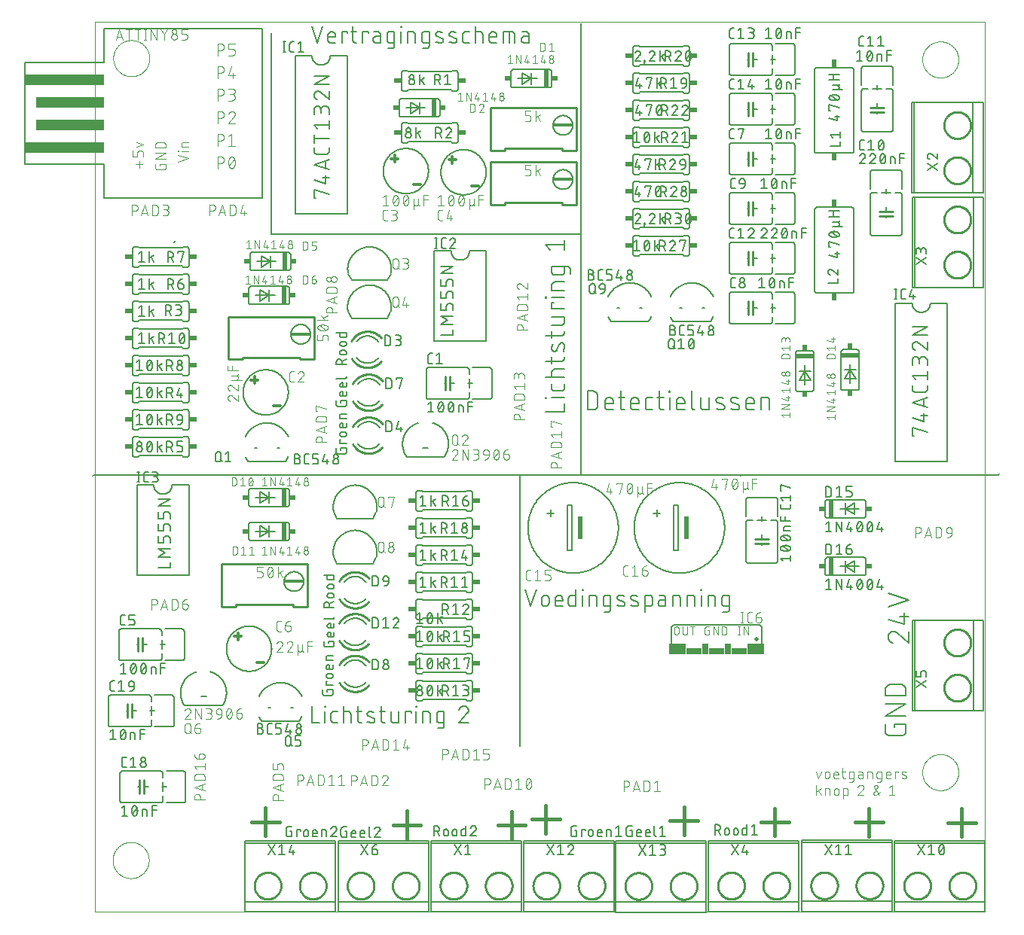
<source format=gto>
G04 EAGLE Gerber X2 export*
%TF.Part,Single*%
%TF.FileFunction,Other,Silk top*%
%TF.FilePolarity,Positive*%
%TF.GenerationSoftware,Autodesk,EAGLE,9.1.2*%
%TF.CreationDate,2019-01-18T12:57:07Z*%
G75*
%MOMM*%
%FSLAX34Y34*%
%LPD*%
%AMOC8*
5,1,8,0,0,1.08239X$1,22.5*%
G01*
%ADD10C,0.000000*%
%ADD11C,0.152400*%
%ADD12C,0.177800*%
%ADD13C,0.203200*%
%ADD14C,0.406400*%
%ADD15C,0.101600*%
%ADD16C,0.254000*%
%ADD17C,0.127000*%
%ADD18C,0.304800*%
%ADD19R,0.609600X0.863600*%
%ADD20R,0.863600X0.609600*%
%ADD21R,2.100000X0.400000*%
%ADD22R,8.890000X1.270000*%
%ADD23R,7.620000X1.270000*%
%ADD24R,0.508000X2.032000*%
%ADD25R,0.635000X0.508000*%
%ADD26R,2.032000X0.508000*%
%ADD27R,0.508000X0.635000*%
%ADD28R,0.508000X2.540000*%
%ADD29C,0.508000*%
%ADD30R,1.905000X1.270000*%
%ADD31R,1.778000X0.762000*%
%ADD32R,0.762000X1.270000*%


D10*
X0Y-187960D02*
X1000000Y-187960D01*
X1000000Y812700D01*
X0Y812700D01*
X0Y-187960D01*
D11*
X198120Y574040D02*
X198120Y800100D01*
X198120Y574040D02*
X544830Y574040D01*
X546100Y572770D01*
X249597Y789432D02*
X243332Y808228D01*
X255863Y808228D02*
X249597Y789432D01*
X264865Y789432D02*
X270086Y789432D01*
X264865Y789432D02*
X264753Y789434D01*
X264641Y789440D01*
X264530Y789450D01*
X264419Y789464D01*
X264309Y789482D01*
X264199Y789504D01*
X264090Y789529D01*
X263982Y789559D01*
X263876Y789592D01*
X263770Y789630D01*
X263666Y789670D01*
X263564Y789715D01*
X263463Y789763D01*
X263364Y789815D01*
X263266Y789871D01*
X263171Y789929D01*
X263078Y789991D01*
X262987Y790057D01*
X262899Y790126D01*
X262813Y790197D01*
X262730Y790272D01*
X262650Y790350D01*
X262572Y790430D01*
X262497Y790513D01*
X262426Y790599D01*
X262357Y790687D01*
X262291Y790778D01*
X262229Y790871D01*
X262171Y790966D01*
X262115Y791064D01*
X262063Y791163D01*
X262015Y791264D01*
X261970Y791366D01*
X261930Y791470D01*
X261892Y791576D01*
X261859Y791682D01*
X261829Y791790D01*
X261804Y791899D01*
X261782Y792009D01*
X261764Y792119D01*
X261750Y792230D01*
X261740Y792341D01*
X261734Y792453D01*
X261732Y792565D01*
X261733Y792565D02*
X261733Y797786D01*
X261732Y797786D02*
X261734Y797913D01*
X261740Y798041D01*
X261749Y798168D01*
X261763Y798294D01*
X261780Y798421D01*
X261802Y798546D01*
X261827Y798671D01*
X261856Y798795D01*
X261888Y798918D01*
X261925Y799040D01*
X261965Y799161D01*
X262009Y799281D01*
X262056Y799399D01*
X262107Y799516D01*
X262162Y799631D01*
X262220Y799744D01*
X262281Y799856D01*
X262346Y799966D01*
X262414Y800073D01*
X262485Y800179D01*
X262560Y800282D01*
X262638Y800383D01*
X262718Y800482D01*
X262802Y800578D01*
X262889Y800671D01*
X262978Y800762D01*
X263070Y800850D01*
X263165Y800935D01*
X263262Y801017D01*
X263362Y801097D01*
X263464Y801173D01*
X263569Y801246D01*
X263675Y801315D01*
X263784Y801382D01*
X263894Y801445D01*
X264007Y801505D01*
X264121Y801561D01*
X264237Y801614D01*
X264355Y801663D01*
X264474Y801709D01*
X264594Y801751D01*
X264716Y801789D01*
X264838Y801823D01*
X264962Y801854D01*
X265086Y801881D01*
X265212Y801904D01*
X265337Y801924D01*
X265464Y801939D01*
X265591Y801951D01*
X265718Y801959D01*
X265845Y801963D01*
X265973Y801963D01*
X266100Y801959D01*
X266227Y801951D01*
X266354Y801939D01*
X266481Y801924D01*
X266606Y801904D01*
X266732Y801881D01*
X266856Y801854D01*
X266980Y801823D01*
X267102Y801789D01*
X267224Y801751D01*
X267344Y801709D01*
X267463Y801663D01*
X267581Y801614D01*
X267697Y801561D01*
X267811Y801505D01*
X267924Y801445D01*
X268034Y801382D01*
X268143Y801315D01*
X268249Y801246D01*
X268354Y801173D01*
X268456Y801097D01*
X268556Y801017D01*
X268653Y800935D01*
X268748Y800850D01*
X268840Y800762D01*
X268929Y800671D01*
X269016Y800578D01*
X269100Y800482D01*
X269180Y800383D01*
X269258Y800282D01*
X269333Y800179D01*
X269404Y800073D01*
X269472Y799966D01*
X269537Y799856D01*
X269598Y799744D01*
X269656Y799631D01*
X269711Y799516D01*
X269762Y799399D01*
X269809Y799281D01*
X269853Y799161D01*
X269893Y799040D01*
X269930Y798918D01*
X269962Y798795D01*
X269991Y798671D01*
X270016Y798546D01*
X270038Y798421D01*
X270055Y798294D01*
X270069Y798168D01*
X270078Y798041D01*
X270084Y797913D01*
X270086Y797786D01*
X270086Y795697D01*
X261733Y795697D01*
X277538Y789432D02*
X277538Y801963D01*
X283804Y801963D01*
X283804Y799874D01*
X287724Y801963D02*
X293989Y801963D01*
X289812Y808228D02*
X289812Y792565D01*
X289814Y792453D01*
X289820Y792341D01*
X289830Y792230D01*
X289844Y792119D01*
X289862Y792009D01*
X289884Y791899D01*
X289909Y791790D01*
X289939Y791682D01*
X289972Y791576D01*
X290010Y791470D01*
X290050Y791366D01*
X290095Y791264D01*
X290143Y791163D01*
X290195Y791064D01*
X290251Y790966D01*
X290309Y790871D01*
X290371Y790778D01*
X290437Y790687D01*
X290506Y790599D01*
X290577Y790513D01*
X290652Y790430D01*
X290730Y790350D01*
X290810Y790272D01*
X290893Y790197D01*
X290979Y790126D01*
X291067Y790057D01*
X291158Y789991D01*
X291251Y789929D01*
X291346Y789871D01*
X291444Y789815D01*
X291543Y789763D01*
X291644Y789715D01*
X291746Y789670D01*
X291850Y789630D01*
X291956Y789592D01*
X292062Y789559D01*
X292170Y789529D01*
X292279Y789504D01*
X292389Y789482D01*
X292499Y789464D01*
X292610Y789450D01*
X292721Y789440D01*
X292833Y789434D01*
X292945Y789432D01*
X293989Y789432D01*
X300841Y789432D02*
X300841Y801963D01*
X307107Y801963D01*
X307107Y799874D01*
X316007Y796742D02*
X320706Y796742D01*
X316007Y796742D02*
X315887Y796740D01*
X315768Y796734D01*
X315649Y796724D01*
X315530Y796711D01*
X315412Y796693D01*
X315294Y796672D01*
X315177Y796647D01*
X315061Y796617D01*
X314946Y796585D01*
X314832Y796548D01*
X314720Y796508D01*
X314608Y796464D01*
X314499Y796416D01*
X314390Y796365D01*
X314284Y796310D01*
X314180Y796252D01*
X314077Y796191D01*
X313976Y796126D01*
X313878Y796058D01*
X313782Y795987D01*
X313688Y795912D01*
X313597Y795835D01*
X313508Y795755D01*
X313423Y795671D01*
X313339Y795586D01*
X313259Y795497D01*
X313182Y795406D01*
X313107Y795312D01*
X313036Y795216D01*
X312968Y795118D01*
X312903Y795017D01*
X312842Y794915D01*
X312784Y794810D01*
X312729Y794704D01*
X312678Y794595D01*
X312630Y794486D01*
X312586Y794374D01*
X312546Y794262D01*
X312509Y794148D01*
X312477Y794033D01*
X312447Y793917D01*
X312422Y793800D01*
X312401Y793682D01*
X312383Y793564D01*
X312370Y793445D01*
X312360Y793326D01*
X312354Y793207D01*
X312352Y793087D01*
X312354Y792967D01*
X312360Y792848D01*
X312370Y792729D01*
X312383Y792610D01*
X312401Y792492D01*
X312422Y792374D01*
X312447Y792257D01*
X312477Y792141D01*
X312509Y792026D01*
X312546Y791912D01*
X312586Y791800D01*
X312630Y791688D01*
X312678Y791579D01*
X312729Y791470D01*
X312784Y791364D01*
X312842Y791260D01*
X312903Y791157D01*
X312968Y791056D01*
X313036Y790958D01*
X313107Y790862D01*
X313182Y790768D01*
X313259Y790677D01*
X313339Y790588D01*
X313423Y790503D01*
X313508Y790419D01*
X313597Y790339D01*
X313688Y790262D01*
X313782Y790187D01*
X313878Y790116D01*
X313976Y790048D01*
X314077Y789983D01*
X314180Y789922D01*
X314284Y789864D01*
X314390Y789809D01*
X314499Y789758D01*
X314608Y789710D01*
X314720Y789666D01*
X314832Y789626D01*
X314946Y789589D01*
X315061Y789557D01*
X315177Y789527D01*
X315294Y789502D01*
X315412Y789481D01*
X315530Y789463D01*
X315649Y789450D01*
X315768Y789440D01*
X315887Y789434D01*
X316007Y789432D01*
X320706Y789432D01*
X320706Y798830D01*
X320704Y798942D01*
X320698Y799054D01*
X320688Y799165D01*
X320674Y799276D01*
X320656Y799386D01*
X320634Y799496D01*
X320609Y799605D01*
X320579Y799713D01*
X320546Y799819D01*
X320508Y799925D01*
X320468Y800029D01*
X320423Y800131D01*
X320375Y800232D01*
X320323Y800331D01*
X320267Y800429D01*
X320209Y800524D01*
X320147Y800617D01*
X320081Y800708D01*
X320012Y800796D01*
X319941Y800882D01*
X319866Y800965D01*
X319788Y801045D01*
X319708Y801123D01*
X319625Y801198D01*
X319539Y801269D01*
X319451Y801338D01*
X319360Y801404D01*
X319267Y801466D01*
X319172Y801524D01*
X319074Y801580D01*
X318975Y801632D01*
X318874Y801680D01*
X318772Y801725D01*
X318668Y801765D01*
X318562Y801803D01*
X318456Y801836D01*
X318348Y801866D01*
X318239Y801891D01*
X318129Y801913D01*
X318019Y801931D01*
X317908Y801945D01*
X317797Y801955D01*
X317685Y801961D01*
X317573Y801963D01*
X313396Y801963D01*
X331214Y789432D02*
X336435Y789432D01*
X331214Y789432D02*
X331102Y789434D01*
X330990Y789440D01*
X330879Y789450D01*
X330768Y789464D01*
X330658Y789482D01*
X330548Y789504D01*
X330439Y789529D01*
X330331Y789559D01*
X330225Y789592D01*
X330119Y789630D01*
X330015Y789670D01*
X329913Y789715D01*
X329812Y789763D01*
X329713Y789815D01*
X329615Y789871D01*
X329520Y789929D01*
X329427Y789991D01*
X329336Y790057D01*
X329248Y790126D01*
X329162Y790197D01*
X329079Y790272D01*
X328999Y790350D01*
X328921Y790430D01*
X328846Y790513D01*
X328775Y790599D01*
X328706Y790687D01*
X328640Y790778D01*
X328578Y790871D01*
X328520Y790966D01*
X328464Y791064D01*
X328412Y791163D01*
X328364Y791264D01*
X328319Y791366D01*
X328279Y791470D01*
X328241Y791576D01*
X328208Y791682D01*
X328178Y791790D01*
X328153Y791899D01*
X328131Y792009D01*
X328113Y792119D01*
X328099Y792230D01*
X328089Y792341D01*
X328083Y792453D01*
X328081Y792565D01*
X328081Y798830D01*
X328083Y798939D01*
X328089Y799049D01*
X328098Y799157D01*
X328111Y799266D01*
X328129Y799374D01*
X328149Y799481D01*
X328174Y799588D01*
X328202Y799694D01*
X328234Y799798D01*
X328270Y799902D01*
X328309Y800004D01*
X328352Y800104D01*
X328398Y800203D01*
X328448Y800301D01*
X328501Y800397D01*
X328557Y800490D01*
X328617Y800582D01*
X328679Y800672D01*
X328745Y800759D01*
X328814Y800844D01*
X328886Y800926D01*
X328960Y801006D01*
X329038Y801084D01*
X329118Y801158D01*
X329200Y801230D01*
X329285Y801299D01*
X329372Y801365D01*
X329462Y801427D01*
X329554Y801487D01*
X329648Y801543D01*
X329743Y801596D01*
X329841Y801646D01*
X329940Y801692D01*
X330040Y801735D01*
X330142Y801774D01*
X330246Y801810D01*
X330350Y801842D01*
X330456Y801870D01*
X330563Y801895D01*
X330670Y801915D01*
X330778Y801933D01*
X330887Y801946D01*
X330995Y801955D01*
X331105Y801961D01*
X331214Y801963D01*
X336435Y801963D01*
X336435Y786299D01*
X336433Y786187D01*
X336427Y786075D01*
X336417Y785964D01*
X336403Y785853D01*
X336385Y785743D01*
X336363Y785633D01*
X336338Y785524D01*
X336308Y785416D01*
X336275Y785310D01*
X336237Y785204D01*
X336197Y785100D01*
X336152Y784998D01*
X336104Y784897D01*
X336052Y784798D01*
X335996Y784700D01*
X335938Y784605D01*
X335876Y784512D01*
X335810Y784421D01*
X335741Y784333D01*
X335670Y784247D01*
X335595Y784164D01*
X335517Y784084D01*
X335437Y784006D01*
X335354Y783931D01*
X335268Y783860D01*
X335180Y783791D01*
X335089Y783725D01*
X334996Y783663D01*
X334901Y783605D01*
X334804Y783549D01*
X334704Y783497D01*
X334604Y783449D01*
X334501Y783404D01*
X334397Y783364D01*
X334291Y783326D01*
X334185Y783293D01*
X334077Y783263D01*
X333968Y783238D01*
X333858Y783216D01*
X333748Y783198D01*
X333637Y783184D01*
X333526Y783174D01*
X333414Y783168D01*
X333302Y783166D01*
X333302Y783167D02*
X329126Y783167D01*
X343974Y789432D02*
X343974Y801963D01*
X343452Y807184D02*
X343452Y808228D01*
X344496Y808228D01*
X344496Y807184D01*
X343452Y807184D01*
X351449Y801963D02*
X351449Y789432D01*
X351449Y801963D02*
X356670Y801963D01*
X356782Y801961D01*
X356894Y801955D01*
X357005Y801945D01*
X357116Y801931D01*
X357226Y801913D01*
X357336Y801891D01*
X357445Y801866D01*
X357553Y801836D01*
X357659Y801803D01*
X357765Y801765D01*
X357869Y801725D01*
X357971Y801680D01*
X358072Y801632D01*
X358171Y801580D01*
X358269Y801524D01*
X358364Y801466D01*
X358457Y801404D01*
X358548Y801338D01*
X358636Y801269D01*
X358722Y801198D01*
X358805Y801123D01*
X358885Y801045D01*
X358963Y800965D01*
X359038Y800882D01*
X359109Y800796D01*
X359178Y800708D01*
X359244Y800617D01*
X359306Y800524D01*
X359364Y800429D01*
X359420Y800331D01*
X359472Y800232D01*
X359520Y800131D01*
X359565Y800029D01*
X359605Y799925D01*
X359643Y799819D01*
X359676Y799713D01*
X359706Y799605D01*
X359731Y799496D01*
X359753Y799386D01*
X359771Y799276D01*
X359785Y799165D01*
X359795Y799054D01*
X359801Y798942D01*
X359803Y798830D01*
X359802Y798830D02*
X359802Y789432D01*
X370246Y789432D02*
X375467Y789432D01*
X370246Y789432D02*
X370134Y789434D01*
X370022Y789440D01*
X369911Y789450D01*
X369800Y789464D01*
X369690Y789482D01*
X369580Y789504D01*
X369471Y789529D01*
X369363Y789559D01*
X369257Y789592D01*
X369151Y789630D01*
X369047Y789670D01*
X368945Y789715D01*
X368844Y789763D01*
X368745Y789815D01*
X368647Y789871D01*
X368552Y789929D01*
X368459Y789991D01*
X368368Y790057D01*
X368280Y790126D01*
X368194Y790197D01*
X368111Y790272D01*
X368031Y790350D01*
X367953Y790430D01*
X367878Y790513D01*
X367807Y790599D01*
X367738Y790687D01*
X367672Y790778D01*
X367610Y790871D01*
X367552Y790966D01*
X367496Y791064D01*
X367444Y791163D01*
X367396Y791264D01*
X367351Y791366D01*
X367311Y791470D01*
X367273Y791576D01*
X367240Y791682D01*
X367210Y791790D01*
X367185Y791899D01*
X367163Y792009D01*
X367145Y792119D01*
X367131Y792230D01*
X367121Y792341D01*
X367115Y792453D01*
X367113Y792565D01*
X367114Y792565D02*
X367114Y798830D01*
X367113Y798830D02*
X367115Y798939D01*
X367121Y799049D01*
X367130Y799157D01*
X367143Y799266D01*
X367161Y799374D01*
X367181Y799481D01*
X367206Y799588D01*
X367234Y799694D01*
X367266Y799798D01*
X367302Y799902D01*
X367341Y800004D01*
X367384Y800104D01*
X367430Y800203D01*
X367480Y800301D01*
X367533Y800397D01*
X367589Y800490D01*
X367649Y800582D01*
X367711Y800672D01*
X367777Y800759D01*
X367846Y800844D01*
X367918Y800926D01*
X367992Y801006D01*
X368070Y801084D01*
X368150Y801158D01*
X368232Y801230D01*
X368317Y801299D01*
X368404Y801365D01*
X368494Y801427D01*
X368586Y801487D01*
X368680Y801543D01*
X368775Y801596D01*
X368873Y801646D01*
X368972Y801692D01*
X369072Y801735D01*
X369174Y801774D01*
X369278Y801810D01*
X369382Y801842D01*
X369488Y801870D01*
X369595Y801895D01*
X369702Y801915D01*
X369810Y801933D01*
X369919Y801946D01*
X370027Y801955D01*
X370137Y801961D01*
X370246Y801963D01*
X375467Y801963D01*
X375467Y786299D01*
X375468Y786299D02*
X375466Y786187D01*
X375460Y786075D01*
X375450Y785964D01*
X375436Y785853D01*
X375418Y785743D01*
X375396Y785633D01*
X375371Y785524D01*
X375341Y785416D01*
X375308Y785310D01*
X375270Y785204D01*
X375230Y785100D01*
X375185Y784998D01*
X375137Y784897D01*
X375085Y784798D01*
X375029Y784700D01*
X374971Y784605D01*
X374909Y784512D01*
X374843Y784421D01*
X374774Y784333D01*
X374703Y784247D01*
X374628Y784164D01*
X374550Y784084D01*
X374470Y784006D01*
X374387Y783931D01*
X374301Y783860D01*
X374213Y783791D01*
X374122Y783725D01*
X374029Y783663D01*
X373934Y783605D01*
X373837Y783549D01*
X373737Y783497D01*
X373637Y783449D01*
X373534Y783404D01*
X373430Y783364D01*
X373324Y783326D01*
X373218Y783293D01*
X373110Y783263D01*
X373001Y783238D01*
X372891Y783216D01*
X372781Y783198D01*
X372670Y783184D01*
X372559Y783174D01*
X372447Y783168D01*
X372335Y783166D01*
X372335Y783167D02*
X368158Y783167D01*
X384474Y796742D02*
X389695Y794653D01*
X384473Y796741D02*
X384378Y796781D01*
X384285Y796824D01*
X384194Y796871D01*
X384104Y796922D01*
X384016Y796976D01*
X383931Y797033D01*
X383847Y797094D01*
X383766Y797157D01*
X383688Y797224D01*
X383612Y797293D01*
X383539Y797366D01*
X383468Y797441D01*
X383401Y797519D01*
X383336Y797599D01*
X383275Y797682D01*
X383217Y797766D01*
X383162Y797854D01*
X383110Y797943D01*
X383062Y798034D01*
X383017Y798126D01*
X382976Y798221D01*
X382939Y798317D01*
X382905Y798414D01*
X382875Y798512D01*
X382849Y798612D01*
X382826Y798712D01*
X382807Y798813D01*
X382792Y798915D01*
X382781Y799018D01*
X382774Y799120D01*
X382771Y799223D01*
X382772Y799326D01*
X382777Y799429D01*
X382785Y799532D01*
X382798Y799634D01*
X382814Y799736D01*
X382834Y799836D01*
X382858Y799937D01*
X382886Y800036D01*
X382918Y800134D01*
X382953Y800230D01*
X382992Y800326D01*
X383034Y800419D01*
X383080Y800512D01*
X383130Y800602D01*
X383183Y800690D01*
X383239Y800776D01*
X383298Y800860D01*
X383361Y800942D01*
X383426Y801021D01*
X383495Y801098D01*
X383567Y801172D01*
X383641Y801244D01*
X383718Y801312D01*
X383797Y801377D01*
X383879Y801440D01*
X383963Y801499D01*
X384050Y801555D01*
X384138Y801608D01*
X384229Y801657D01*
X384321Y801703D01*
X384415Y801745D01*
X384510Y801784D01*
X384607Y801819D01*
X384705Y801850D01*
X384804Y801878D01*
X384904Y801901D01*
X385005Y801921D01*
X385107Y801937D01*
X385209Y801950D01*
X385312Y801958D01*
X385415Y801962D01*
X385518Y801963D01*
X385803Y801955D01*
X386088Y801941D01*
X386372Y801920D01*
X386656Y801892D01*
X386939Y801857D01*
X387221Y801815D01*
X387502Y801767D01*
X387782Y801712D01*
X388060Y801650D01*
X388337Y801581D01*
X388612Y801506D01*
X388885Y801424D01*
X389156Y801336D01*
X389425Y801241D01*
X389692Y801140D01*
X389956Y801032D01*
X390217Y800919D01*
X389695Y794653D02*
X389790Y794613D01*
X389883Y794570D01*
X389974Y794523D01*
X390064Y794472D01*
X390152Y794418D01*
X390237Y794361D01*
X390321Y794300D01*
X390402Y794237D01*
X390480Y794170D01*
X390556Y794101D01*
X390629Y794028D01*
X390700Y793953D01*
X390767Y793875D01*
X390832Y793795D01*
X390893Y793712D01*
X390951Y793628D01*
X391006Y793540D01*
X391058Y793451D01*
X391106Y793360D01*
X391151Y793268D01*
X391192Y793173D01*
X391229Y793077D01*
X391263Y792980D01*
X391293Y792882D01*
X391319Y792782D01*
X391342Y792682D01*
X391361Y792581D01*
X391376Y792479D01*
X391387Y792376D01*
X391394Y792274D01*
X391397Y792171D01*
X391396Y792068D01*
X391391Y791965D01*
X391383Y791862D01*
X391370Y791760D01*
X391354Y791658D01*
X391334Y791558D01*
X391310Y791457D01*
X391282Y791358D01*
X391250Y791260D01*
X391215Y791164D01*
X391176Y791068D01*
X391134Y790975D01*
X391088Y790882D01*
X391038Y790792D01*
X390985Y790704D01*
X390929Y790618D01*
X390870Y790534D01*
X390807Y790452D01*
X390742Y790373D01*
X390673Y790296D01*
X390601Y790222D01*
X390527Y790150D01*
X390450Y790082D01*
X390371Y790017D01*
X390289Y789954D01*
X390205Y789895D01*
X390118Y789839D01*
X390030Y789786D01*
X389939Y789737D01*
X389847Y789691D01*
X389753Y789649D01*
X389658Y789610D01*
X389561Y789575D01*
X389463Y789544D01*
X389364Y789516D01*
X389264Y789493D01*
X389163Y789473D01*
X389061Y789457D01*
X388959Y789444D01*
X388856Y789436D01*
X388753Y789432D01*
X388650Y789431D01*
X388651Y789433D02*
X388232Y789444D01*
X387814Y789465D01*
X387396Y789495D01*
X386980Y789536D01*
X386564Y789586D01*
X386149Y789647D01*
X385736Y789717D01*
X385325Y789796D01*
X384916Y789886D01*
X384509Y789985D01*
X384105Y790094D01*
X383703Y790212D01*
X383304Y790340D01*
X382908Y790477D01*
X399621Y796742D02*
X404842Y794653D01*
X399620Y796741D02*
X399525Y796781D01*
X399432Y796824D01*
X399341Y796871D01*
X399251Y796922D01*
X399163Y796976D01*
X399078Y797033D01*
X398994Y797094D01*
X398913Y797157D01*
X398835Y797224D01*
X398759Y797293D01*
X398686Y797366D01*
X398615Y797441D01*
X398548Y797519D01*
X398483Y797599D01*
X398422Y797682D01*
X398364Y797766D01*
X398309Y797854D01*
X398257Y797943D01*
X398209Y798034D01*
X398164Y798126D01*
X398123Y798221D01*
X398086Y798317D01*
X398052Y798414D01*
X398022Y798512D01*
X397996Y798612D01*
X397973Y798712D01*
X397954Y798813D01*
X397939Y798915D01*
X397928Y799018D01*
X397921Y799120D01*
X397918Y799223D01*
X397919Y799326D01*
X397924Y799429D01*
X397932Y799532D01*
X397945Y799634D01*
X397961Y799736D01*
X397981Y799836D01*
X398005Y799937D01*
X398033Y800036D01*
X398065Y800134D01*
X398100Y800230D01*
X398139Y800326D01*
X398181Y800419D01*
X398227Y800512D01*
X398277Y800602D01*
X398330Y800690D01*
X398386Y800776D01*
X398445Y800860D01*
X398508Y800942D01*
X398573Y801021D01*
X398642Y801098D01*
X398714Y801172D01*
X398788Y801244D01*
X398865Y801312D01*
X398944Y801377D01*
X399026Y801440D01*
X399110Y801499D01*
X399197Y801555D01*
X399285Y801608D01*
X399376Y801657D01*
X399468Y801703D01*
X399562Y801745D01*
X399657Y801784D01*
X399754Y801819D01*
X399852Y801850D01*
X399951Y801878D01*
X400051Y801901D01*
X400152Y801921D01*
X400254Y801937D01*
X400356Y801950D01*
X400459Y801958D01*
X400562Y801962D01*
X400665Y801963D01*
X400950Y801955D01*
X401235Y801941D01*
X401519Y801920D01*
X401803Y801892D01*
X402086Y801857D01*
X402368Y801815D01*
X402649Y801767D01*
X402929Y801712D01*
X403207Y801650D01*
X403484Y801581D01*
X403759Y801506D01*
X404032Y801424D01*
X404303Y801336D01*
X404572Y801241D01*
X404839Y801140D01*
X405103Y801032D01*
X405364Y800919D01*
X404842Y794653D02*
X404937Y794613D01*
X405030Y794570D01*
X405121Y794523D01*
X405211Y794472D01*
X405299Y794418D01*
X405384Y794361D01*
X405468Y794300D01*
X405549Y794237D01*
X405627Y794170D01*
X405703Y794101D01*
X405776Y794028D01*
X405847Y793953D01*
X405914Y793875D01*
X405979Y793795D01*
X406040Y793712D01*
X406098Y793628D01*
X406153Y793540D01*
X406205Y793451D01*
X406253Y793360D01*
X406298Y793268D01*
X406339Y793173D01*
X406376Y793077D01*
X406410Y792980D01*
X406440Y792882D01*
X406466Y792782D01*
X406489Y792682D01*
X406508Y792581D01*
X406523Y792479D01*
X406534Y792376D01*
X406541Y792274D01*
X406544Y792171D01*
X406543Y792068D01*
X406538Y791965D01*
X406530Y791862D01*
X406517Y791760D01*
X406501Y791658D01*
X406481Y791558D01*
X406457Y791457D01*
X406429Y791358D01*
X406397Y791260D01*
X406362Y791164D01*
X406323Y791068D01*
X406281Y790975D01*
X406235Y790882D01*
X406185Y790792D01*
X406132Y790704D01*
X406076Y790618D01*
X406017Y790534D01*
X405954Y790452D01*
X405889Y790373D01*
X405820Y790296D01*
X405748Y790222D01*
X405674Y790150D01*
X405597Y790082D01*
X405518Y790017D01*
X405436Y789954D01*
X405352Y789895D01*
X405265Y789839D01*
X405177Y789786D01*
X405086Y789737D01*
X404994Y789691D01*
X404900Y789649D01*
X404805Y789610D01*
X404708Y789575D01*
X404610Y789544D01*
X404511Y789516D01*
X404411Y789493D01*
X404310Y789473D01*
X404208Y789457D01*
X404106Y789444D01*
X404003Y789436D01*
X403900Y789432D01*
X403797Y789431D01*
X403797Y789433D02*
X403378Y789444D01*
X402960Y789465D01*
X402542Y789495D01*
X402126Y789536D01*
X401710Y789586D01*
X401295Y789647D01*
X400882Y789717D01*
X400471Y789796D01*
X400062Y789886D01*
X399655Y789985D01*
X399251Y790094D01*
X398849Y790212D01*
X398450Y790340D01*
X398054Y790477D01*
X416350Y789432D02*
X420527Y789432D01*
X416350Y789432D02*
X416238Y789434D01*
X416126Y789440D01*
X416015Y789450D01*
X415904Y789464D01*
X415794Y789482D01*
X415684Y789504D01*
X415575Y789529D01*
X415467Y789559D01*
X415361Y789592D01*
X415255Y789630D01*
X415151Y789670D01*
X415049Y789715D01*
X414948Y789763D01*
X414849Y789815D01*
X414751Y789871D01*
X414656Y789929D01*
X414563Y789991D01*
X414472Y790057D01*
X414384Y790126D01*
X414298Y790197D01*
X414215Y790272D01*
X414135Y790350D01*
X414057Y790430D01*
X413982Y790513D01*
X413911Y790599D01*
X413842Y790687D01*
X413776Y790778D01*
X413714Y790871D01*
X413656Y790966D01*
X413600Y791064D01*
X413548Y791163D01*
X413500Y791264D01*
X413455Y791366D01*
X413415Y791470D01*
X413377Y791576D01*
X413344Y791682D01*
X413314Y791790D01*
X413289Y791899D01*
X413267Y792009D01*
X413249Y792119D01*
X413235Y792230D01*
X413225Y792341D01*
X413219Y792453D01*
X413217Y792565D01*
X413218Y792565D02*
X413218Y798830D01*
X413217Y798830D02*
X413219Y798939D01*
X413225Y799049D01*
X413234Y799157D01*
X413247Y799266D01*
X413265Y799374D01*
X413285Y799481D01*
X413310Y799588D01*
X413338Y799694D01*
X413370Y799798D01*
X413406Y799902D01*
X413445Y800004D01*
X413488Y800104D01*
X413534Y800203D01*
X413584Y800301D01*
X413637Y800397D01*
X413693Y800490D01*
X413753Y800582D01*
X413815Y800672D01*
X413881Y800759D01*
X413950Y800844D01*
X414022Y800926D01*
X414096Y801006D01*
X414174Y801084D01*
X414254Y801158D01*
X414336Y801230D01*
X414421Y801299D01*
X414508Y801365D01*
X414598Y801427D01*
X414690Y801487D01*
X414784Y801543D01*
X414879Y801596D01*
X414977Y801646D01*
X415076Y801692D01*
X415176Y801735D01*
X415278Y801774D01*
X415382Y801810D01*
X415486Y801842D01*
X415592Y801870D01*
X415699Y801895D01*
X415806Y801915D01*
X415914Y801933D01*
X416023Y801946D01*
X416131Y801955D01*
X416241Y801961D01*
X416350Y801963D01*
X420527Y801963D01*
X427183Y808228D02*
X427183Y789432D01*
X427183Y801963D02*
X432404Y801963D01*
X432516Y801961D01*
X432628Y801955D01*
X432739Y801945D01*
X432850Y801931D01*
X432960Y801913D01*
X433070Y801891D01*
X433179Y801866D01*
X433287Y801836D01*
X433393Y801803D01*
X433499Y801765D01*
X433603Y801725D01*
X433705Y801680D01*
X433806Y801632D01*
X433905Y801580D01*
X434003Y801524D01*
X434098Y801466D01*
X434191Y801404D01*
X434282Y801338D01*
X434370Y801269D01*
X434456Y801198D01*
X434539Y801123D01*
X434619Y801045D01*
X434697Y800965D01*
X434772Y800882D01*
X434843Y800796D01*
X434912Y800708D01*
X434978Y800617D01*
X435040Y800524D01*
X435098Y800429D01*
X435154Y800331D01*
X435206Y800232D01*
X435254Y800131D01*
X435299Y800029D01*
X435339Y799925D01*
X435377Y799819D01*
X435410Y799713D01*
X435440Y799605D01*
X435465Y799496D01*
X435487Y799386D01*
X435505Y799276D01*
X435519Y799165D01*
X435529Y799054D01*
X435535Y798942D01*
X435537Y798830D01*
X435537Y789432D01*
X446045Y789432D02*
X451266Y789432D01*
X446045Y789432D02*
X445933Y789434D01*
X445821Y789440D01*
X445710Y789450D01*
X445599Y789464D01*
X445489Y789482D01*
X445379Y789504D01*
X445270Y789529D01*
X445162Y789559D01*
X445056Y789592D01*
X444950Y789630D01*
X444846Y789670D01*
X444744Y789715D01*
X444643Y789763D01*
X444544Y789815D01*
X444446Y789871D01*
X444351Y789929D01*
X444258Y789991D01*
X444167Y790057D01*
X444079Y790126D01*
X443993Y790197D01*
X443910Y790272D01*
X443830Y790350D01*
X443752Y790430D01*
X443677Y790513D01*
X443606Y790599D01*
X443537Y790687D01*
X443471Y790778D01*
X443409Y790871D01*
X443351Y790966D01*
X443295Y791064D01*
X443243Y791163D01*
X443195Y791264D01*
X443150Y791366D01*
X443110Y791470D01*
X443072Y791576D01*
X443039Y791682D01*
X443009Y791790D01*
X442984Y791899D01*
X442962Y792009D01*
X442944Y792119D01*
X442930Y792230D01*
X442920Y792341D01*
X442914Y792453D01*
X442912Y792565D01*
X442913Y792565D02*
X442913Y797786D01*
X442912Y797786D02*
X442914Y797913D01*
X442920Y798041D01*
X442929Y798168D01*
X442943Y798294D01*
X442960Y798421D01*
X442982Y798546D01*
X443007Y798671D01*
X443036Y798795D01*
X443068Y798918D01*
X443105Y799040D01*
X443145Y799161D01*
X443189Y799281D01*
X443236Y799399D01*
X443287Y799516D01*
X443342Y799631D01*
X443400Y799744D01*
X443461Y799856D01*
X443526Y799966D01*
X443594Y800073D01*
X443665Y800179D01*
X443740Y800282D01*
X443818Y800383D01*
X443898Y800482D01*
X443982Y800578D01*
X444069Y800671D01*
X444158Y800762D01*
X444250Y800850D01*
X444345Y800935D01*
X444442Y801017D01*
X444542Y801097D01*
X444644Y801173D01*
X444749Y801246D01*
X444855Y801315D01*
X444964Y801382D01*
X445074Y801445D01*
X445187Y801505D01*
X445301Y801561D01*
X445417Y801614D01*
X445535Y801663D01*
X445654Y801709D01*
X445774Y801751D01*
X445896Y801789D01*
X446018Y801823D01*
X446142Y801854D01*
X446266Y801881D01*
X446392Y801904D01*
X446517Y801924D01*
X446644Y801939D01*
X446771Y801951D01*
X446898Y801959D01*
X447025Y801963D01*
X447153Y801963D01*
X447280Y801959D01*
X447407Y801951D01*
X447534Y801939D01*
X447661Y801924D01*
X447786Y801904D01*
X447912Y801881D01*
X448036Y801854D01*
X448160Y801823D01*
X448282Y801789D01*
X448404Y801751D01*
X448524Y801709D01*
X448643Y801663D01*
X448761Y801614D01*
X448877Y801561D01*
X448991Y801505D01*
X449104Y801445D01*
X449214Y801382D01*
X449323Y801315D01*
X449429Y801246D01*
X449534Y801173D01*
X449636Y801097D01*
X449736Y801017D01*
X449833Y800935D01*
X449928Y800850D01*
X450020Y800762D01*
X450109Y800671D01*
X450196Y800578D01*
X450280Y800482D01*
X450360Y800383D01*
X450438Y800282D01*
X450513Y800179D01*
X450584Y800073D01*
X450652Y799966D01*
X450717Y799856D01*
X450778Y799744D01*
X450836Y799631D01*
X450891Y799516D01*
X450942Y799399D01*
X450989Y799281D01*
X451033Y799161D01*
X451073Y799040D01*
X451110Y798918D01*
X451142Y798795D01*
X451171Y798671D01*
X451196Y798546D01*
X451218Y798421D01*
X451235Y798294D01*
X451249Y798168D01*
X451258Y798041D01*
X451264Y797913D01*
X451266Y797786D01*
X451266Y795697D01*
X442913Y795697D01*
X458884Y789432D02*
X458884Y801963D01*
X468282Y801963D01*
X468394Y801961D01*
X468506Y801955D01*
X468617Y801945D01*
X468728Y801931D01*
X468838Y801913D01*
X468948Y801891D01*
X469057Y801866D01*
X469165Y801836D01*
X469271Y801803D01*
X469377Y801765D01*
X469481Y801725D01*
X469583Y801680D01*
X469684Y801632D01*
X469783Y801580D01*
X469881Y801524D01*
X469976Y801466D01*
X470069Y801404D01*
X470160Y801338D01*
X470248Y801269D01*
X470334Y801198D01*
X470417Y801123D01*
X470497Y801045D01*
X470575Y800965D01*
X470650Y800882D01*
X470721Y800796D01*
X470790Y800708D01*
X470856Y800617D01*
X470918Y800524D01*
X470976Y800429D01*
X471032Y800331D01*
X471084Y800232D01*
X471132Y800131D01*
X471177Y800029D01*
X471217Y799925D01*
X471255Y799819D01*
X471288Y799713D01*
X471318Y799605D01*
X471343Y799496D01*
X471365Y799386D01*
X471383Y799276D01*
X471397Y799165D01*
X471407Y799054D01*
X471413Y798942D01*
X471415Y798830D01*
X471415Y789432D01*
X465149Y789432D02*
X465149Y801963D01*
X482622Y796742D02*
X487321Y796742D01*
X482622Y796742D02*
X482502Y796740D01*
X482383Y796734D01*
X482264Y796724D01*
X482145Y796711D01*
X482027Y796693D01*
X481909Y796672D01*
X481792Y796647D01*
X481676Y796617D01*
X481561Y796585D01*
X481447Y796548D01*
X481335Y796508D01*
X481223Y796464D01*
X481114Y796416D01*
X481005Y796365D01*
X480899Y796310D01*
X480795Y796252D01*
X480692Y796191D01*
X480591Y796126D01*
X480493Y796058D01*
X480397Y795987D01*
X480303Y795912D01*
X480212Y795835D01*
X480123Y795755D01*
X480038Y795671D01*
X479954Y795586D01*
X479874Y795497D01*
X479797Y795406D01*
X479722Y795312D01*
X479651Y795216D01*
X479583Y795118D01*
X479518Y795017D01*
X479457Y794915D01*
X479399Y794810D01*
X479344Y794704D01*
X479293Y794595D01*
X479245Y794486D01*
X479201Y794374D01*
X479161Y794262D01*
X479124Y794148D01*
X479092Y794033D01*
X479062Y793917D01*
X479037Y793800D01*
X479016Y793682D01*
X478998Y793564D01*
X478985Y793445D01*
X478975Y793326D01*
X478969Y793207D01*
X478967Y793087D01*
X478969Y792967D01*
X478975Y792848D01*
X478985Y792729D01*
X478998Y792610D01*
X479016Y792492D01*
X479037Y792374D01*
X479062Y792257D01*
X479092Y792141D01*
X479124Y792026D01*
X479161Y791912D01*
X479201Y791800D01*
X479245Y791688D01*
X479293Y791579D01*
X479344Y791470D01*
X479399Y791364D01*
X479457Y791260D01*
X479518Y791157D01*
X479583Y791056D01*
X479651Y790958D01*
X479722Y790862D01*
X479797Y790768D01*
X479874Y790677D01*
X479954Y790588D01*
X480038Y790503D01*
X480123Y790419D01*
X480212Y790339D01*
X480303Y790262D01*
X480397Y790187D01*
X480493Y790116D01*
X480591Y790048D01*
X480692Y789983D01*
X480795Y789922D01*
X480899Y789864D01*
X481005Y789809D01*
X481114Y789758D01*
X481223Y789710D01*
X481335Y789666D01*
X481447Y789626D01*
X481561Y789589D01*
X481676Y789557D01*
X481792Y789527D01*
X481909Y789502D01*
X482027Y789481D01*
X482145Y789463D01*
X482264Y789450D01*
X482383Y789440D01*
X482502Y789434D01*
X482622Y789432D01*
X487321Y789432D01*
X487321Y798830D01*
X487322Y798830D02*
X487320Y798942D01*
X487314Y799054D01*
X487304Y799165D01*
X487290Y799276D01*
X487272Y799386D01*
X487250Y799496D01*
X487225Y799605D01*
X487195Y799713D01*
X487162Y799819D01*
X487124Y799925D01*
X487084Y800029D01*
X487039Y800131D01*
X486991Y800232D01*
X486939Y800331D01*
X486883Y800429D01*
X486825Y800524D01*
X486763Y800617D01*
X486697Y800708D01*
X486628Y800796D01*
X486557Y800882D01*
X486482Y800965D01*
X486404Y801045D01*
X486324Y801123D01*
X486241Y801198D01*
X486155Y801269D01*
X486067Y801338D01*
X485976Y801404D01*
X485883Y801466D01*
X485788Y801524D01*
X485690Y801580D01*
X485591Y801632D01*
X485490Y801680D01*
X485388Y801725D01*
X485284Y801765D01*
X485178Y801803D01*
X485072Y801836D01*
X484964Y801866D01*
X484855Y801891D01*
X484745Y801913D01*
X484635Y801931D01*
X484524Y801945D01*
X484413Y801955D01*
X484301Y801961D01*
X484189Y801963D01*
X480012Y801963D01*
D12*
X553249Y397781D02*
X553249Y376699D01*
X553249Y397781D02*
X559105Y397781D01*
X559256Y397779D01*
X559406Y397773D01*
X559557Y397764D01*
X559707Y397750D01*
X559857Y397733D01*
X560006Y397711D01*
X560155Y397686D01*
X560303Y397657D01*
X560450Y397624D01*
X560596Y397588D01*
X560742Y397548D01*
X560886Y397504D01*
X561029Y397456D01*
X561171Y397405D01*
X561311Y397350D01*
X561450Y397291D01*
X561587Y397229D01*
X561723Y397163D01*
X561857Y397094D01*
X561989Y397021D01*
X562120Y396945D01*
X562248Y396866D01*
X562374Y396784D01*
X562498Y396698D01*
X562620Y396609D01*
X562739Y396517D01*
X562856Y396422D01*
X562971Y396324D01*
X563083Y396223D01*
X563192Y396119D01*
X563299Y396012D01*
X563403Y395903D01*
X563504Y395791D01*
X563602Y395676D01*
X563697Y395559D01*
X563789Y395440D01*
X563878Y395318D01*
X563964Y395194D01*
X564046Y395068D01*
X564125Y394940D01*
X564201Y394809D01*
X564274Y394677D01*
X564343Y394543D01*
X564409Y394407D01*
X564471Y394270D01*
X564530Y394131D01*
X564585Y393991D01*
X564636Y393849D01*
X564684Y393706D01*
X564728Y393562D01*
X564768Y393416D01*
X564804Y393270D01*
X564837Y393123D01*
X564866Y392975D01*
X564891Y392826D01*
X564913Y392677D01*
X564930Y392527D01*
X564944Y392377D01*
X564953Y392226D01*
X564959Y392076D01*
X564961Y391925D01*
X564961Y382555D01*
X564959Y382404D01*
X564953Y382254D01*
X564944Y382103D01*
X564930Y381953D01*
X564913Y381803D01*
X564891Y381654D01*
X564866Y381505D01*
X564837Y381357D01*
X564804Y381210D01*
X564768Y381064D01*
X564728Y380918D01*
X564684Y380774D01*
X564636Y380631D01*
X564585Y380489D01*
X564530Y380349D01*
X564471Y380210D01*
X564409Y380073D01*
X564343Y379937D01*
X564274Y379803D01*
X564201Y379671D01*
X564125Y379540D01*
X564046Y379412D01*
X563964Y379286D01*
X563878Y379162D01*
X563789Y379040D01*
X563697Y378921D01*
X563602Y378804D01*
X563504Y378689D01*
X563403Y378577D01*
X563299Y378468D01*
X563192Y378361D01*
X563083Y378257D01*
X562971Y378156D01*
X562856Y378058D01*
X562739Y377963D01*
X562620Y377871D01*
X562498Y377782D01*
X562374Y377696D01*
X562248Y377614D01*
X562120Y377535D01*
X561989Y377459D01*
X561857Y377386D01*
X561723Y377317D01*
X561587Y377251D01*
X561450Y377189D01*
X561311Y377130D01*
X561171Y377075D01*
X561029Y377024D01*
X560886Y376976D01*
X560742Y376932D01*
X560596Y376892D01*
X560450Y376856D01*
X560303Y376823D01*
X560155Y376794D01*
X560006Y376769D01*
X559857Y376747D01*
X559707Y376730D01*
X559557Y376716D01*
X559406Y376707D01*
X559256Y376701D01*
X559105Y376699D01*
X553249Y376699D01*
X576519Y376699D02*
X582375Y376699D01*
X576519Y376699D02*
X576402Y376701D01*
X576284Y376707D01*
X576167Y376717D01*
X576051Y376730D01*
X575935Y376748D01*
X575819Y376769D01*
X575704Y376795D01*
X575591Y376824D01*
X575478Y376857D01*
X575366Y376893D01*
X575256Y376934D01*
X575147Y376978D01*
X575040Y377025D01*
X574934Y377077D01*
X574830Y377131D01*
X574728Y377190D01*
X574628Y377251D01*
X574530Y377316D01*
X574435Y377384D01*
X574341Y377455D01*
X574250Y377530D01*
X574162Y377607D01*
X574076Y377687D01*
X573993Y377770D01*
X573913Y377856D01*
X573836Y377944D01*
X573761Y378035D01*
X573690Y378129D01*
X573622Y378224D01*
X573557Y378322D01*
X573496Y378422D01*
X573437Y378524D01*
X573383Y378628D01*
X573331Y378734D01*
X573284Y378841D01*
X573240Y378950D01*
X573199Y379060D01*
X573163Y379172D01*
X573130Y379285D01*
X573101Y379398D01*
X573075Y379513D01*
X573054Y379629D01*
X573036Y379745D01*
X573023Y379861D01*
X573013Y379978D01*
X573007Y380096D01*
X573005Y380213D01*
X573006Y380213D02*
X573006Y386069D01*
X573008Y386204D01*
X573014Y386339D01*
X573024Y386474D01*
X573037Y386608D01*
X573055Y386742D01*
X573076Y386875D01*
X573101Y387008D01*
X573130Y387140D01*
X573163Y387271D01*
X573199Y387401D01*
X573239Y387530D01*
X573283Y387657D01*
X573331Y387784D01*
X573382Y387909D01*
X573437Y388032D01*
X573495Y388154D01*
X573557Y388274D01*
X573622Y388392D01*
X573691Y388508D01*
X573763Y388623D01*
X573838Y388735D01*
X573917Y388845D01*
X573998Y388952D01*
X574083Y389057D01*
X574170Y389160D01*
X574261Y389260D01*
X574354Y389358D01*
X574451Y389453D01*
X574549Y389545D01*
X574651Y389634D01*
X574755Y389720D01*
X574861Y389803D01*
X574970Y389883D01*
X575081Y389960D01*
X575194Y390033D01*
X575310Y390104D01*
X575427Y390171D01*
X575546Y390234D01*
X575667Y390294D01*
X575790Y390351D01*
X575914Y390404D01*
X576039Y390453D01*
X576166Y390499D01*
X576295Y390541D01*
X576424Y390579D01*
X576555Y390614D01*
X576686Y390645D01*
X576818Y390672D01*
X576951Y390695D01*
X577085Y390715D01*
X577219Y390730D01*
X577354Y390742D01*
X577489Y390750D01*
X577623Y390754D01*
X577759Y390754D01*
X577893Y390750D01*
X578028Y390742D01*
X578163Y390730D01*
X578297Y390715D01*
X578431Y390695D01*
X578564Y390672D01*
X578696Y390645D01*
X578827Y390614D01*
X578958Y390579D01*
X579087Y390541D01*
X579216Y390499D01*
X579343Y390453D01*
X579468Y390404D01*
X579592Y390351D01*
X579715Y390294D01*
X579836Y390234D01*
X579955Y390171D01*
X580072Y390104D01*
X580188Y390033D01*
X580301Y389960D01*
X580412Y389883D01*
X580521Y389803D01*
X580627Y389720D01*
X580731Y389634D01*
X580833Y389545D01*
X580931Y389453D01*
X581028Y389358D01*
X581121Y389260D01*
X581212Y389160D01*
X581299Y389057D01*
X581384Y388952D01*
X581465Y388845D01*
X581544Y388735D01*
X581619Y388623D01*
X581691Y388508D01*
X581760Y388392D01*
X581825Y388274D01*
X581887Y388154D01*
X581945Y388032D01*
X582000Y387909D01*
X582051Y387784D01*
X582099Y387657D01*
X582143Y387530D01*
X582183Y387401D01*
X582219Y387271D01*
X582252Y387140D01*
X582281Y387008D01*
X582306Y386875D01*
X582327Y386742D01*
X582345Y386608D01*
X582358Y386474D01*
X582368Y386339D01*
X582374Y386204D01*
X582376Y386069D01*
X582375Y386069D02*
X582375Y383726D01*
X573006Y383726D01*
X588180Y390754D02*
X595207Y390754D01*
X590522Y397781D02*
X590522Y380213D01*
X590524Y380096D01*
X590530Y379978D01*
X590540Y379861D01*
X590553Y379745D01*
X590571Y379629D01*
X590592Y379513D01*
X590618Y379398D01*
X590647Y379285D01*
X590680Y379172D01*
X590716Y379060D01*
X590757Y378950D01*
X590801Y378841D01*
X590848Y378734D01*
X590900Y378628D01*
X590954Y378524D01*
X591013Y378422D01*
X591074Y378322D01*
X591139Y378224D01*
X591207Y378129D01*
X591278Y378035D01*
X591353Y377944D01*
X591430Y377856D01*
X591510Y377770D01*
X591593Y377687D01*
X591679Y377607D01*
X591767Y377530D01*
X591858Y377455D01*
X591952Y377384D01*
X592047Y377316D01*
X592145Y377251D01*
X592245Y377190D01*
X592347Y377131D01*
X592451Y377077D01*
X592557Y377025D01*
X592664Y376978D01*
X592773Y376934D01*
X592883Y376893D01*
X592995Y376857D01*
X593108Y376824D01*
X593221Y376795D01*
X593336Y376769D01*
X593452Y376748D01*
X593568Y376730D01*
X593684Y376717D01*
X593801Y376707D01*
X593919Y376701D01*
X594036Y376699D01*
X595207Y376699D01*
X605359Y376699D02*
X611215Y376699D01*
X605359Y376699D02*
X605242Y376701D01*
X605124Y376707D01*
X605007Y376717D01*
X604891Y376730D01*
X604775Y376748D01*
X604659Y376769D01*
X604544Y376795D01*
X604431Y376824D01*
X604318Y376857D01*
X604206Y376893D01*
X604096Y376934D01*
X603987Y376978D01*
X603880Y377025D01*
X603774Y377077D01*
X603670Y377131D01*
X603568Y377190D01*
X603468Y377251D01*
X603370Y377316D01*
X603275Y377384D01*
X603181Y377455D01*
X603090Y377530D01*
X603002Y377607D01*
X602916Y377687D01*
X602833Y377770D01*
X602753Y377856D01*
X602676Y377944D01*
X602601Y378035D01*
X602530Y378129D01*
X602462Y378224D01*
X602397Y378322D01*
X602336Y378422D01*
X602277Y378524D01*
X602223Y378628D01*
X602171Y378734D01*
X602124Y378841D01*
X602080Y378950D01*
X602039Y379060D01*
X602003Y379172D01*
X601970Y379285D01*
X601941Y379398D01*
X601915Y379513D01*
X601894Y379629D01*
X601876Y379745D01*
X601863Y379861D01*
X601853Y379978D01*
X601847Y380096D01*
X601845Y380213D01*
X601845Y386069D01*
X601847Y386204D01*
X601853Y386339D01*
X601863Y386474D01*
X601876Y386608D01*
X601894Y386742D01*
X601915Y386875D01*
X601940Y387008D01*
X601969Y387140D01*
X602002Y387271D01*
X602038Y387401D01*
X602078Y387530D01*
X602122Y387657D01*
X602170Y387784D01*
X602221Y387909D01*
X602276Y388032D01*
X602334Y388154D01*
X602396Y388274D01*
X602461Y388392D01*
X602530Y388508D01*
X602602Y388623D01*
X602677Y388735D01*
X602756Y388845D01*
X602837Y388952D01*
X602922Y389057D01*
X603009Y389160D01*
X603100Y389260D01*
X603193Y389358D01*
X603290Y389453D01*
X603388Y389545D01*
X603490Y389634D01*
X603594Y389720D01*
X603700Y389803D01*
X603809Y389883D01*
X603920Y389960D01*
X604033Y390033D01*
X604149Y390104D01*
X604266Y390171D01*
X604385Y390234D01*
X604506Y390294D01*
X604629Y390351D01*
X604753Y390404D01*
X604878Y390453D01*
X605005Y390499D01*
X605134Y390541D01*
X605263Y390579D01*
X605394Y390614D01*
X605525Y390645D01*
X605657Y390672D01*
X605790Y390695D01*
X605924Y390715D01*
X606058Y390730D01*
X606193Y390742D01*
X606328Y390750D01*
X606462Y390754D01*
X606598Y390754D01*
X606732Y390750D01*
X606867Y390742D01*
X607002Y390730D01*
X607136Y390715D01*
X607270Y390695D01*
X607403Y390672D01*
X607535Y390645D01*
X607666Y390614D01*
X607797Y390579D01*
X607926Y390541D01*
X608055Y390499D01*
X608182Y390453D01*
X608307Y390404D01*
X608431Y390351D01*
X608554Y390294D01*
X608675Y390234D01*
X608794Y390171D01*
X608911Y390104D01*
X609027Y390033D01*
X609140Y389960D01*
X609251Y389883D01*
X609360Y389803D01*
X609466Y389720D01*
X609570Y389634D01*
X609672Y389545D01*
X609770Y389453D01*
X609867Y389358D01*
X609960Y389260D01*
X610051Y389160D01*
X610138Y389057D01*
X610223Y388952D01*
X610304Y388845D01*
X610383Y388735D01*
X610458Y388623D01*
X610530Y388508D01*
X610599Y388392D01*
X610664Y388274D01*
X610726Y388154D01*
X610784Y388032D01*
X610839Y387909D01*
X610890Y387784D01*
X610938Y387657D01*
X610982Y387530D01*
X611022Y387401D01*
X611058Y387271D01*
X611091Y387140D01*
X611120Y387008D01*
X611145Y386875D01*
X611166Y386742D01*
X611184Y386608D01*
X611197Y386474D01*
X611207Y386339D01*
X611213Y386204D01*
X611215Y386069D01*
X611215Y383726D01*
X601845Y383726D01*
X622038Y376699D02*
X626722Y376699D01*
X622038Y376699D02*
X621921Y376701D01*
X621803Y376707D01*
X621686Y376717D01*
X621570Y376730D01*
X621454Y376748D01*
X621338Y376769D01*
X621223Y376795D01*
X621110Y376824D01*
X620997Y376857D01*
X620885Y376893D01*
X620775Y376934D01*
X620666Y376978D01*
X620559Y377025D01*
X620453Y377077D01*
X620349Y377131D01*
X620247Y377190D01*
X620147Y377251D01*
X620049Y377316D01*
X619954Y377384D01*
X619860Y377455D01*
X619769Y377530D01*
X619681Y377607D01*
X619595Y377687D01*
X619512Y377770D01*
X619432Y377856D01*
X619355Y377944D01*
X619280Y378035D01*
X619209Y378129D01*
X619141Y378224D01*
X619076Y378322D01*
X619015Y378422D01*
X618956Y378524D01*
X618902Y378628D01*
X618850Y378734D01*
X618803Y378841D01*
X618759Y378950D01*
X618718Y379060D01*
X618682Y379172D01*
X618649Y379285D01*
X618620Y379398D01*
X618594Y379513D01*
X618573Y379629D01*
X618555Y379745D01*
X618542Y379861D01*
X618532Y379978D01*
X618526Y380096D01*
X618524Y380213D01*
X618524Y387240D01*
X618526Y387357D01*
X618532Y387475D01*
X618542Y387592D01*
X618555Y387708D01*
X618573Y387824D01*
X618594Y387940D01*
X618620Y388055D01*
X618649Y388168D01*
X618682Y388281D01*
X618718Y388393D01*
X618759Y388503D01*
X618803Y388612D01*
X618850Y388719D01*
X618902Y388825D01*
X618956Y388929D01*
X619015Y389031D01*
X619076Y389131D01*
X619141Y389229D01*
X619209Y389324D01*
X619280Y389418D01*
X619355Y389509D01*
X619432Y389597D01*
X619512Y389683D01*
X619595Y389766D01*
X619681Y389846D01*
X619769Y389923D01*
X619860Y389998D01*
X619954Y390069D01*
X620049Y390137D01*
X620147Y390202D01*
X620247Y390263D01*
X620349Y390322D01*
X620453Y390376D01*
X620559Y390428D01*
X620666Y390475D01*
X620775Y390519D01*
X620885Y390560D01*
X620997Y390596D01*
X621110Y390629D01*
X621223Y390658D01*
X621338Y390684D01*
X621454Y390705D01*
X621570Y390723D01*
X621686Y390736D01*
X621803Y390746D01*
X621921Y390752D01*
X622038Y390754D01*
X626722Y390754D01*
X631759Y390754D02*
X638787Y390754D01*
X634102Y397781D02*
X634102Y380213D01*
X634101Y380213D02*
X634103Y380096D01*
X634109Y379978D01*
X634119Y379861D01*
X634132Y379745D01*
X634150Y379629D01*
X634171Y379513D01*
X634197Y379398D01*
X634226Y379285D01*
X634259Y379172D01*
X634295Y379060D01*
X634336Y378950D01*
X634380Y378841D01*
X634427Y378734D01*
X634479Y378628D01*
X634533Y378524D01*
X634592Y378422D01*
X634653Y378322D01*
X634718Y378224D01*
X634786Y378129D01*
X634857Y378035D01*
X634932Y377944D01*
X635009Y377856D01*
X635089Y377770D01*
X635172Y377687D01*
X635258Y377607D01*
X635346Y377530D01*
X635437Y377455D01*
X635531Y377384D01*
X635626Y377316D01*
X635724Y377251D01*
X635824Y377190D01*
X635926Y377131D01*
X636030Y377077D01*
X636136Y377025D01*
X636243Y376978D01*
X636352Y376934D01*
X636462Y376893D01*
X636574Y376857D01*
X636687Y376824D01*
X636800Y376795D01*
X636915Y376769D01*
X637031Y376748D01*
X637147Y376730D01*
X637263Y376717D01*
X637380Y376707D01*
X637498Y376701D01*
X637615Y376699D01*
X638787Y376699D01*
X645624Y376699D02*
X645624Y390754D01*
X645038Y396610D02*
X645038Y397781D01*
X646209Y397781D01*
X646209Y396610D01*
X645038Y396610D01*
X656629Y376699D02*
X662485Y376699D01*
X656629Y376699D02*
X656512Y376701D01*
X656394Y376707D01*
X656277Y376717D01*
X656161Y376730D01*
X656045Y376748D01*
X655929Y376769D01*
X655814Y376795D01*
X655701Y376824D01*
X655588Y376857D01*
X655476Y376893D01*
X655366Y376934D01*
X655257Y376978D01*
X655150Y377025D01*
X655044Y377077D01*
X654940Y377131D01*
X654838Y377190D01*
X654738Y377251D01*
X654640Y377316D01*
X654545Y377384D01*
X654451Y377455D01*
X654360Y377530D01*
X654272Y377607D01*
X654186Y377687D01*
X654103Y377770D01*
X654023Y377856D01*
X653946Y377944D01*
X653871Y378035D01*
X653800Y378129D01*
X653732Y378224D01*
X653667Y378322D01*
X653606Y378422D01*
X653547Y378524D01*
X653493Y378628D01*
X653441Y378734D01*
X653394Y378841D01*
X653350Y378950D01*
X653309Y379060D01*
X653273Y379172D01*
X653240Y379285D01*
X653211Y379398D01*
X653185Y379513D01*
X653164Y379629D01*
X653146Y379745D01*
X653133Y379861D01*
X653123Y379978D01*
X653117Y380096D01*
X653115Y380213D01*
X653115Y386069D01*
X653117Y386204D01*
X653123Y386339D01*
X653133Y386474D01*
X653146Y386608D01*
X653164Y386742D01*
X653185Y386875D01*
X653210Y387008D01*
X653239Y387140D01*
X653272Y387271D01*
X653308Y387401D01*
X653348Y387530D01*
X653392Y387657D01*
X653440Y387784D01*
X653491Y387909D01*
X653546Y388032D01*
X653604Y388154D01*
X653666Y388274D01*
X653731Y388392D01*
X653800Y388508D01*
X653872Y388623D01*
X653947Y388735D01*
X654026Y388845D01*
X654107Y388952D01*
X654192Y389057D01*
X654279Y389160D01*
X654370Y389260D01*
X654463Y389358D01*
X654560Y389453D01*
X654658Y389545D01*
X654760Y389634D01*
X654864Y389720D01*
X654970Y389803D01*
X655079Y389883D01*
X655190Y389960D01*
X655303Y390033D01*
X655419Y390104D01*
X655536Y390171D01*
X655655Y390234D01*
X655776Y390294D01*
X655899Y390351D01*
X656023Y390404D01*
X656148Y390453D01*
X656275Y390499D01*
X656404Y390541D01*
X656533Y390579D01*
X656664Y390614D01*
X656795Y390645D01*
X656927Y390672D01*
X657060Y390695D01*
X657194Y390715D01*
X657328Y390730D01*
X657463Y390742D01*
X657598Y390750D01*
X657732Y390754D01*
X657868Y390754D01*
X658002Y390750D01*
X658137Y390742D01*
X658272Y390730D01*
X658406Y390715D01*
X658540Y390695D01*
X658673Y390672D01*
X658805Y390645D01*
X658936Y390614D01*
X659067Y390579D01*
X659196Y390541D01*
X659325Y390499D01*
X659452Y390453D01*
X659577Y390404D01*
X659701Y390351D01*
X659824Y390294D01*
X659945Y390234D01*
X660064Y390171D01*
X660181Y390104D01*
X660297Y390033D01*
X660410Y389960D01*
X660521Y389883D01*
X660630Y389803D01*
X660736Y389720D01*
X660840Y389634D01*
X660942Y389545D01*
X661040Y389453D01*
X661137Y389358D01*
X661230Y389260D01*
X661321Y389160D01*
X661408Y389057D01*
X661493Y388952D01*
X661574Y388845D01*
X661653Y388735D01*
X661728Y388623D01*
X661800Y388508D01*
X661869Y388392D01*
X661934Y388274D01*
X661996Y388154D01*
X662054Y388032D01*
X662109Y387909D01*
X662160Y387784D01*
X662208Y387657D01*
X662252Y387530D01*
X662292Y387401D01*
X662328Y387271D01*
X662361Y387140D01*
X662390Y387008D01*
X662415Y386875D01*
X662436Y386742D01*
X662454Y386608D01*
X662467Y386474D01*
X662477Y386339D01*
X662483Y386204D01*
X662485Y386069D01*
X662485Y383726D01*
X653115Y383726D01*
X670194Y380213D02*
X670194Y397781D01*
X670194Y380213D02*
X670196Y380096D01*
X670202Y379978D01*
X670212Y379861D01*
X670225Y379745D01*
X670243Y379629D01*
X670264Y379513D01*
X670290Y379398D01*
X670319Y379285D01*
X670352Y379172D01*
X670388Y379060D01*
X670429Y378950D01*
X670473Y378841D01*
X670520Y378734D01*
X670572Y378628D01*
X670626Y378524D01*
X670685Y378422D01*
X670746Y378322D01*
X670811Y378224D01*
X670879Y378129D01*
X670950Y378035D01*
X671025Y377944D01*
X671102Y377856D01*
X671182Y377770D01*
X671265Y377687D01*
X671351Y377607D01*
X671439Y377530D01*
X671530Y377455D01*
X671624Y377384D01*
X671719Y377316D01*
X671817Y377251D01*
X671917Y377190D01*
X672019Y377131D01*
X672123Y377077D01*
X672229Y377025D01*
X672336Y376978D01*
X672445Y376934D01*
X672555Y376893D01*
X672667Y376857D01*
X672780Y376824D01*
X672893Y376795D01*
X673008Y376769D01*
X673124Y376748D01*
X673240Y376730D01*
X673356Y376717D01*
X673473Y376707D01*
X673591Y376701D01*
X673708Y376699D01*
X680673Y380213D02*
X680673Y390754D01*
X680673Y380213D02*
X680675Y380096D01*
X680681Y379978D01*
X680691Y379861D01*
X680704Y379745D01*
X680722Y379629D01*
X680743Y379513D01*
X680769Y379398D01*
X680798Y379285D01*
X680831Y379172D01*
X680867Y379060D01*
X680908Y378950D01*
X680952Y378841D01*
X680999Y378734D01*
X681051Y378628D01*
X681105Y378524D01*
X681164Y378422D01*
X681225Y378322D01*
X681290Y378224D01*
X681358Y378129D01*
X681429Y378035D01*
X681504Y377944D01*
X681581Y377856D01*
X681661Y377770D01*
X681744Y377687D01*
X681830Y377607D01*
X681918Y377530D01*
X682009Y377455D01*
X682103Y377384D01*
X682198Y377316D01*
X682296Y377251D01*
X682396Y377190D01*
X682498Y377131D01*
X682602Y377077D01*
X682708Y377025D01*
X682815Y376978D01*
X682924Y376934D01*
X683034Y376893D01*
X683146Y376857D01*
X683259Y376824D01*
X683372Y376795D01*
X683487Y376769D01*
X683603Y376748D01*
X683719Y376730D01*
X683835Y376717D01*
X683952Y376707D01*
X684070Y376701D01*
X684187Y376699D01*
X690043Y376699D01*
X690043Y390754D01*
X699734Y384898D02*
X705590Y382555D01*
X699733Y384897D02*
X699632Y384940D01*
X699533Y384986D01*
X699435Y385035D01*
X699340Y385089D01*
X699246Y385145D01*
X699154Y385205D01*
X699065Y385268D01*
X698978Y385334D01*
X698893Y385404D01*
X698811Y385476D01*
X698732Y385552D01*
X698655Y385630D01*
X698581Y385711D01*
X698510Y385794D01*
X698443Y385880D01*
X698378Y385968D01*
X698317Y386059D01*
X698258Y386152D01*
X698204Y386246D01*
X698153Y386343D01*
X698105Y386442D01*
X698061Y386542D01*
X698020Y386643D01*
X697983Y386747D01*
X697950Y386851D01*
X697921Y386956D01*
X697895Y387063D01*
X697874Y387170D01*
X697856Y387278D01*
X697842Y387387D01*
X697832Y387496D01*
X697826Y387605D01*
X697824Y387714D01*
X697826Y387824D01*
X697832Y387933D01*
X697841Y388042D01*
X697855Y388151D01*
X697873Y388259D01*
X697894Y388366D01*
X697920Y388473D01*
X697949Y388578D01*
X697982Y388683D01*
X698018Y388786D01*
X698059Y388887D01*
X698103Y388988D01*
X698150Y389086D01*
X698201Y389183D01*
X698256Y389278D01*
X698314Y389371D01*
X698375Y389462D01*
X698440Y389550D01*
X698507Y389636D01*
X698578Y389720D01*
X698651Y389801D01*
X698728Y389879D01*
X698807Y389954D01*
X698889Y390027D01*
X698974Y390096D01*
X699061Y390163D01*
X699150Y390226D01*
X699242Y390286D01*
X699335Y390343D01*
X699431Y390396D01*
X699528Y390446D01*
X699628Y390492D01*
X699728Y390535D01*
X699831Y390574D01*
X699934Y390609D01*
X700039Y390641D01*
X700145Y390668D01*
X700252Y390692D01*
X700359Y390712D01*
X700468Y390728D01*
X700576Y390741D01*
X700686Y390749D01*
X700795Y390753D01*
X700904Y390754D01*
X700905Y390755D02*
X701225Y390746D01*
X701544Y390730D01*
X701863Y390706D01*
X702181Y390675D01*
X702499Y390636D01*
X702815Y390589D01*
X703130Y390535D01*
X703444Y390473D01*
X703756Y390404D01*
X704067Y390327D01*
X704375Y390242D01*
X704682Y390151D01*
X704986Y390052D01*
X705287Y389945D01*
X705586Y389832D01*
X705882Y389711D01*
X706176Y389583D01*
X705590Y382555D02*
X705691Y382512D01*
X705790Y382466D01*
X705888Y382417D01*
X705983Y382363D01*
X706077Y382307D01*
X706169Y382247D01*
X706258Y382184D01*
X706345Y382118D01*
X706430Y382048D01*
X706512Y381976D01*
X706591Y381900D01*
X706668Y381822D01*
X706742Y381741D01*
X706813Y381658D01*
X706880Y381572D01*
X706945Y381484D01*
X707006Y381393D01*
X707065Y381300D01*
X707119Y381206D01*
X707170Y381109D01*
X707218Y381010D01*
X707262Y380910D01*
X707303Y380809D01*
X707340Y380705D01*
X707373Y380601D01*
X707402Y380496D01*
X707428Y380389D01*
X707449Y380282D01*
X707467Y380174D01*
X707481Y380065D01*
X707491Y379956D01*
X707497Y379847D01*
X707499Y379738D01*
X707497Y379628D01*
X707491Y379519D01*
X707482Y379410D01*
X707468Y379301D01*
X707450Y379193D01*
X707429Y379086D01*
X707403Y378979D01*
X707374Y378874D01*
X707341Y378769D01*
X707305Y378666D01*
X707264Y378565D01*
X707220Y378464D01*
X707173Y378366D01*
X707122Y378269D01*
X707067Y378174D01*
X707009Y378081D01*
X706948Y377990D01*
X706883Y377902D01*
X706816Y377816D01*
X706745Y377732D01*
X706672Y377651D01*
X706595Y377573D01*
X706516Y377498D01*
X706434Y377425D01*
X706349Y377356D01*
X706262Y377289D01*
X706173Y377226D01*
X706081Y377166D01*
X705988Y377109D01*
X705892Y377056D01*
X705795Y377006D01*
X705695Y376960D01*
X705595Y376917D01*
X705492Y376878D01*
X705389Y376843D01*
X705284Y376811D01*
X705178Y376784D01*
X705071Y376760D01*
X704964Y376740D01*
X704855Y376724D01*
X704747Y376711D01*
X704637Y376703D01*
X704528Y376699D01*
X704419Y376698D01*
X704418Y376699D02*
X703949Y376711D01*
X703479Y376735D01*
X703011Y376769D01*
X702543Y376815D01*
X702077Y376871D01*
X701612Y376939D01*
X701149Y377017D01*
X700688Y377107D01*
X700229Y377207D01*
X699772Y377318D01*
X699319Y377440D01*
X698868Y377573D01*
X698420Y377716D01*
X697977Y377870D01*
X716396Y384898D02*
X722252Y382555D01*
X716396Y384897D02*
X716295Y384940D01*
X716196Y384986D01*
X716098Y385035D01*
X716003Y385089D01*
X715909Y385145D01*
X715817Y385205D01*
X715728Y385268D01*
X715641Y385334D01*
X715556Y385404D01*
X715474Y385476D01*
X715395Y385552D01*
X715318Y385630D01*
X715244Y385711D01*
X715173Y385794D01*
X715106Y385880D01*
X715041Y385968D01*
X714980Y386059D01*
X714921Y386152D01*
X714867Y386246D01*
X714816Y386343D01*
X714768Y386442D01*
X714724Y386542D01*
X714683Y386643D01*
X714646Y386747D01*
X714613Y386851D01*
X714584Y386956D01*
X714558Y387063D01*
X714537Y387170D01*
X714519Y387278D01*
X714505Y387387D01*
X714495Y387496D01*
X714489Y387605D01*
X714487Y387714D01*
X714489Y387824D01*
X714495Y387933D01*
X714504Y388042D01*
X714518Y388151D01*
X714536Y388259D01*
X714557Y388366D01*
X714583Y388473D01*
X714612Y388578D01*
X714645Y388683D01*
X714681Y388786D01*
X714722Y388887D01*
X714766Y388988D01*
X714813Y389086D01*
X714864Y389183D01*
X714919Y389278D01*
X714977Y389371D01*
X715038Y389462D01*
X715103Y389550D01*
X715170Y389636D01*
X715241Y389720D01*
X715314Y389801D01*
X715391Y389879D01*
X715470Y389954D01*
X715552Y390027D01*
X715637Y390096D01*
X715724Y390163D01*
X715813Y390226D01*
X715905Y390286D01*
X715998Y390343D01*
X716094Y390396D01*
X716191Y390446D01*
X716291Y390492D01*
X716391Y390535D01*
X716494Y390574D01*
X716597Y390609D01*
X716702Y390641D01*
X716808Y390668D01*
X716915Y390692D01*
X717022Y390712D01*
X717131Y390728D01*
X717239Y390741D01*
X717349Y390749D01*
X717458Y390753D01*
X717567Y390754D01*
X717568Y390755D02*
X717888Y390746D01*
X718207Y390730D01*
X718526Y390706D01*
X718844Y390675D01*
X719162Y390636D01*
X719478Y390589D01*
X719793Y390535D01*
X720107Y390473D01*
X720419Y390404D01*
X720730Y390327D01*
X721038Y390242D01*
X721345Y390151D01*
X721649Y390052D01*
X721950Y389945D01*
X722249Y389832D01*
X722545Y389711D01*
X722839Y389583D01*
X722253Y382555D02*
X722354Y382512D01*
X722453Y382466D01*
X722551Y382417D01*
X722646Y382363D01*
X722740Y382307D01*
X722832Y382247D01*
X722921Y382184D01*
X723008Y382118D01*
X723093Y382048D01*
X723175Y381976D01*
X723254Y381900D01*
X723331Y381822D01*
X723405Y381741D01*
X723476Y381658D01*
X723543Y381572D01*
X723608Y381484D01*
X723669Y381393D01*
X723728Y381300D01*
X723782Y381206D01*
X723833Y381109D01*
X723881Y381010D01*
X723925Y380910D01*
X723966Y380809D01*
X724003Y380705D01*
X724036Y380601D01*
X724065Y380496D01*
X724091Y380389D01*
X724112Y380282D01*
X724130Y380174D01*
X724144Y380065D01*
X724154Y379956D01*
X724160Y379847D01*
X724162Y379738D01*
X724160Y379628D01*
X724154Y379519D01*
X724145Y379410D01*
X724131Y379301D01*
X724113Y379193D01*
X724092Y379086D01*
X724066Y378979D01*
X724037Y378874D01*
X724004Y378769D01*
X723968Y378666D01*
X723927Y378565D01*
X723883Y378464D01*
X723836Y378366D01*
X723785Y378269D01*
X723730Y378174D01*
X723672Y378081D01*
X723611Y377990D01*
X723546Y377902D01*
X723479Y377816D01*
X723408Y377732D01*
X723335Y377651D01*
X723258Y377573D01*
X723179Y377498D01*
X723097Y377425D01*
X723012Y377356D01*
X722925Y377289D01*
X722836Y377226D01*
X722744Y377166D01*
X722651Y377109D01*
X722555Y377056D01*
X722458Y377006D01*
X722358Y376960D01*
X722258Y376917D01*
X722155Y376878D01*
X722052Y376843D01*
X721947Y376811D01*
X721841Y376784D01*
X721734Y376760D01*
X721627Y376740D01*
X721518Y376724D01*
X721410Y376711D01*
X721300Y376703D01*
X721191Y376699D01*
X721082Y376698D01*
X721081Y376699D02*
X720612Y376711D01*
X720142Y376735D01*
X719674Y376769D01*
X719206Y376815D01*
X718740Y376871D01*
X718275Y376939D01*
X717812Y377017D01*
X717351Y377107D01*
X716892Y377207D01*
X716435Y377318D01*
X715982Y377440D01*
X715531Y377573D01*
X715083Y377716D01*
X714640Y377870D01*
X734816Y376699D02*
X740672Y376699D01*
X734816Y376699D02*
X734699Y376701D01*
X734581Y376707D01*
X734464Y376717D01*
X734348Y376730D01*
X734232Y376748D01*
X734116Y376769D01*
X734001Y376795D01*
X733888Y376824D01*
X733775Y376857D01*
X733663Y376893D01*
X733553Y376934D01*
X733444Y376978D01*
X733337Y377025D01*
X733231Y377077D01*
X733127Y377131D01*
X733025Y377190D01*
X732925Y377251D01*
X732827Y377316D01*
X732732Y377384D01*
X732638Y377455D01*
X732547Y377530D01*
X732459Y377607D01*
X732373Y377687D01*
X732290Y377770D01*
X732210Y377856D01*
X732133Y377944D01*
X732058Y378035D01*
X731987Y378129D01*
X731919Y378224D01*
X731854Y378322D01*
X731793Y378422D01*
X731734Y378524D01*
X731680Y378628D01*
X731628Y378734D01*
X731581Y378841D01*
X731537Y378950D01*
X731496Y379060D01*
X731460Y379172D01*
X731427Y379285D01*
X731398Y379398D01*
X731372Y379513D01*
X731351Y379629D01*
X731333Y379745D01*
X731320Y379861D01*
X731310Y379978D01*
X731304Y380096D01*
X731302Y380213D01*
X731302Y386069D01*
X731304Y386204D01*
X731310Y386339D01*
X731320Y386474D01*
X731333Y386608D01*
X731351Y386742D01*
X731372Y386875D01*
X731397Y387008D01*
X731426Y387140D01*
X731459Y387271D01*
X731495Y387401D01*
X731535Y387530D01*
X731579Y387657D01*
X731627Y387784D01*
X731678Y387909D01*
X731733Y388032D01*
X731791Y388154D01*
X731853Y388274D01*
X731918Y388392D01*
X731987Y388508D01*
X732059Y388623D01*
X732134Y388735D01*
X732213Y388845D01*
X732294Y388952D01*
X732379Y389057D01*
X732466Y389160D01*
X732557Y389260D01*
X732650Y389358D01*
X732747Y389453D01*
X732845Y389545D01*
X732947Y389634D01*
X733051Y389720D01*
X733157Y389803D01*
X733266Y389883D01*
X733377Y389960D01*
X733490Y390033D01*
X733606Y390104D01*
X733723Y390171D01*
X733842Y390234D01*
X733963Y390294D01*
X734086Y390351D01*
X734210Y390404D01*
X734335Y390453D01*
X734462Y390499D01*
X734591Y390541D01*
X734720Y390579D01*
X734851Y390614D01*
X734982Y390645D01*
X735114Y390672D01*
X735247Y390695D01*
X735381Y390715D01*
X735515Y390730D01*
X735650Y390742D01*
X735785Y390750D01*
X735919Y390754D01*
X736055Y390754D01*
X736189Y390750D01*
X736324Y390742D01*
X736459Y390730D01*
X736593Y390715D01*
X736727Y390695D01*
X736860Y390672D01*
X736992Y390645D01*
X737123Y390614D01*
X737254Y390579D01*
X737383Y390541D01*
X737512Y390499D01*
X737639Y390453D01*
X737764Y390404D01*
X737888Y390351D01*
X738011Y390294D01*
X738132Y390234D01*
X738251Y390171D01*
X738368Y390104D01*
X738484Y390033D01*
X738597Y389960D01*
X738708Y389883D01*
X738817Y389803D01*
X738923Y389720D01*
X739027Y389634D01*
X739129Y389545D01*
X739227Y389453D01*
X739324Y389358D01*
X739417Y389260D01*
X739508Y389160D01*
X739595Y389057D01*
X739680Y388952D01*
X739761Y388845D01*
X739840Y388735D01*
X739915Y388623D01*
X739987Y388508D01*
X740056Y388392D01*
X740121Y388274D01*
X740183Y388154D01*
X740241Y388032D01*
X740296Y387909D01*
X740347Y387784D01*
X740395Y387657D01*
X740439Y387530D01*
X740479Y387401D01*
X740515Y387271D01*
X740548Y387140D01*
X740577Y387008D01*
X740602Y386875D01*
X740623Y386742D01*
X740641Y386608D01*
X740654Y386474D01*
X740664Y386339D01*
X740670Y386204D01*
X740672Y386069D01*
X740672Y383726D01*
X731302Y383726D01*
X748606Y376699D02*
X748606Y390754D01*
X754462Y390754D01*
X754579Y390752D01*
X754697Y390746D01*
X754814Y390736D01*
X754930Y390723D01*
X755046Y390705D01*
X755162Y390684D01*
X755277Y390658D01*
X755390Y390629D01*
X755503Y390596D01*
X755615Y390560D01*
X755725Y390519D01*
X755834Y390475D01*
X755941Y390428D01*
X756047Y390376D01*
X756151Y390322D01*
X756253Y390263D01*
X756353Y390202D01*
X756451Y390137D01*
X756546Y390069D01*
X756640Y389998D01*
X756731Y389923D01*
X756819Y389846D01*
X756905Y389766D01*
X756988Y389683D01*
X757068Y389597D01*
X757145Y389509D01*
X757220Y389418D01*
X757291Y389324D01*
X757359Y389229D01*
X757424Y389131D01*
X757485Y389031D01*
X757544Y388929D01*
X757598Y388825D01*
X757650Y388719D01*
X757697Y388612D01*
X757741Y388503D01*
X757782Y388393D01*
X757818Y388281D01*
X757851Y388168D01*
X757880Y388055D01*
X757906Y387940D01*
X757927Y387824D01*
X757945Y387708D01*
X757958Y387592D01*
X757968Y387475D01*
X757974Y387357D01*
X757976Y387240D01*
X757976Y376699D01*
D11*
X546100Y572770D02*
X546100Y811530D01*
X476250Y303530D02*
X-1270Y303530D01*
X88900Y565150D02*
X90170Y566420D01*
X477520Y302260D02*
X477520Y-1270D01*
X477520Y302260D02*
X476250Y303530D01*
X-1270Y303530D02*
X-2540Y302260D01*
D12*
X506189Y374109D02*
X527271Y374109D01*
X527271Y383479D01*
X527271Y390192D02*
X513216Y390192D01*
X507360Y389607D02*
X506189Y389607D01*
X506189Y390778D01*
X507360Y390778D01*
X507360Y389607D01*
X527271Y401214D02*
X527271Y405899D01*
X527271Y401214D02*
X527269Y401097D01*
X527263Y400979D01*
X527253Y400862D01*
X527240Y400746D01*
X527222Y400630D01*
X527201Y400514D01*
X527175Y400399D01*
X527146Y400286D01*
X527113Y400173D01*
X527077Y400061D01*
X527036Y399951D01*
X526992Y399842D01*
X526945Y399735D01*
X526893Y399629D01*
X526839Y399525D01*
X526780Y399423D01*
X526719Y399323D01*
X526654Y399225D01*
X526586Y399130D01*
X526515Y399036D01*
X526440Y398945D01*
X526363Y398857D01*
X526283Y398771D01*
X526200Y398688D01*
X526114Y398608D01*
X526026Y398531D01*
X525935Y398456D01*
X525841Y398385D01*
X525746Y398317D01*
X525648Y398252D01*
X525548Y398191D01*
X525446Y398132D01*
X525342Y398078D01*
X525236Y398026D01*
X525129Y397979D01*
X525020Y397935D01*
X524910Y397894D01*
X524798Y397858D01*
X524685Y397825D01*
X524572Y397796D01*
X524457Y397770D01*
X524342Y397749D01*
X524225Y397731D01*
X524109Y397718D01*
X523992Y397708D01*
X523874Y397702D01*
X523757Y397700D01*
X516730Y397700D01*
X516613Y397702D01*
X516495Y397708D01*
X516378Y397718D01*
X516262Y397731D01*
X516146Y397749D01*
X516030Y397770D01*
X515915Y397796D01*
X515802Y397825D01*
X515689Y397858D01*
X515577Y397894D01*
X515467Y397935D01*
X515358Y397979D01*
X515251Y398026D01*
X515145Y398078D01*
X515041Y398132D01*
X514939Y398191D01*
X514839Y398252D01*
X514741Y398317D01*
X514646Y398385D01*
X514552Y398456D01*
X514461Y398531D01*
X514373Y398608D01*
X514287Y398688D01*
X514204Y398771D01*
X514124Y398857D01*
X514047Y398945D01*
X513972Y399036D01*
X513901Y399130D01*
X513833Y399225D01*
X513768Y399323D01*
X513707Y399423D01*
X513648Y399525D01*
X513594Y399629D01*
X513542Y399735D01*
X513495Y399842D01*
X513451Y399951D01*
X513410Y400061D01*
X513374Y400173D01*
X513341Y400286D01*
X513312Y400399D01*
X513286Y400514D01*
X513265Y400630D01*
X513247Y400746D01*
X513234Y400862D01*
X513224Y400979D01*
X513218Y401097D01*
X513216Y401214D01*
X513216Y405899D01*
X506189Y413065D02*
X527271Y413065D01*
X513216Y413065D02*
X513216Y418921D01*
X513218Y419038D01*
X513224Y419156D01*
X513234Y419273D01*
X513247Y419389D01*
X513265Y419505D01*
X513286Y419621D01*
X513312Y419736D01*
X513341Y419849D01*
X513374Y419962D01*
X513410Y420074D01*
X513451Y420184D01*
X513495Y420293D01*
X513542Y420400D01*
X513594Y420506D01*
X513648Y420610D01*
X513707Y420712D01*
X513768Y420812D01*
X513833Y420910D01*
X513901Y421005D01*
X513972Y421099D01*
X514047Y421190D01*
X514124Y421278D01*
X514204Y421364D01*
X514287Y421447D01*
X514373Y421527D01*
X514461Y421604D01*
X514552Y421679D01*
X514646Y421750D01*
X514741Y421818D01*
X514839Y421883D01*
X514939Y421944D01*
X515041Y422003D01*
X515145Y422057D01*
X515251Y422109D01*
X515358Y422156D01*
X515467Y422200D01*
X515577Y422241D01*
X515689Y422277D01*
X515802Y422310D01*
X515915Y422339D01*
X516030Y422365D01*
X516146Y422386D01*
X516262Y422404D01*
X516378Y422417D01*
X516495Y422427D01*
X516613Y422433D01*
X516730Y422435D01*
X527271Y422435D01*
X513216Y428880D02*
X513216Y435907D01*
X506189Y431222D02*
X523757Y431222D01*
X523874Y431224D01*
X523992Y431230D01*
X524109Y431240D01*
X524225Y431253D01*
X524341Y431271D01*
X524457Y431292D01*
X524572Y431318D01*
X524685Y431347D01*
X524798Y431380D01*
X524910Y431416D01*
X525020Y431457D01*
X525129Y431501D01*
X525236Y431548D01*
X525342Y431600D01*
X525446Y431654D01*
X525548Y431713D01*
X525648Y431774D01*
X525746Y431839D01*
X525841Y431907D01*
X525935Y431978D01*
X526026Y432053D01*
X526114Y432130D01*
X526200Y432210D01*
X526283Y432293D01*
X526363Y432379D01*
X526440Y432467D01*
X526515Y432558D01*
X526586Y432652D01*
X526654Y432747D01*
X526719Y432845D01*
X526780Y432945D01*
X526839Y433047D01*
X526893Y433151D01*
X526945Y433257D01*
X526992Y433364D01*
X527036Y433473D01*
X527077Y433583D01*
X527113Y433695D01*
X527146Y433808D01*
X527175Y433921D01*
X527201Y434036D01*
X527222Y434152D01*
X527240Y434268D01*
X527253Y434384D01*
X527263Y434501D01*
X527269Y434619D01*
X527271Y434736D01*
X527271Y435907D01*
X519072Y444302D02*
X521415Y450158D01*
X519073Y444302D02*
X519030Y444201D01*
X518984Y444102D01*
X518935Y444004D01*
X518881Y443909D01*
X518825Y443815D01*
X518765Y443723D01*
X518702Y443634D01*
X518636Y443547D01*
X518566Y443462D01*
X518494Y443380D01*
X518418Y443301D01*
X518340Y443224D01*
X518259Y443150D01*
X518176Y443079D01*
X518090Y443012D01*
X518002Y442947D01*
X517911Y442886D01*
X517818Y442827D01*
X517724Y442773D01*
X517627Y442722D01*
X517528Y442674D01*
X517428Y442630D01*
X517327Y442589D01*
X517223Y442552D01*
X517119Y442519D01*
X517014Y442490D01*
X516907Y442464D01*
X516800Y442443D01*
X516692Y442425D01*
X516583Y442411D01*
X516474Y442401D01*
X516365Y442395D01*
X516256Y442393D01*
X516146Y442395D01*
X516037Y442401D01*
X515928Y442410D01*
X515819Y442424D01*
X515711Y442442D01*
X515604Y442463D01*
X515497Y442489D01*
X515392Y442518D01*
X515287Y442551D01*
X515184Y442587D01*
X515083Y442628D01*
X514982Y442672D01*
X514884Y442719D01*
X514787Y442770D01*
X514692Y442825D01*
X514599Y442883D01*
X514508Y442944D01*
X514420Y443009D01*
X514334Y443076D01*
X514250Y443147D01*
X514169Y443220D01*
X514091Y443297D01*
X514016Y443376D01*
X513943Y443458D01*
X513874Y443543D01*
X513807Y443630D01*
X513744Y443719D01*
X513684Y443811D01*
X513627Y443904D01*
X513574Y444000D01*
X513524Y444097D01*
X513478Y444197D01*
X513435Y444297D01*
X513396Y444400D01*
X513361Y444503D01*
X513329Y444608D01*
X513302Y444714D01*
X513278Y444821D01*
X513258Y444928D01*
X513242Y445037D01*
X513229Y445145D01*
X513221Y445255D01*
X513217Y445364D01*
X513216Y445473D01*
X513216Y445474D02*
X513225Y445794D01*
X513241Y446113D01*
X513265Y446432D01*
X513296Y446750D01*
X513335Y447068D01*
X513382Y447384D01*
X513436Y447699D01*
X513498Y448013D01*
X513567Y448325D01*
X513644Y448635D01*
X513728Y448944D01*
X513820Y449250D01*
X513919Y449554D01*
X514026Y449856D01*
X514139Y450155D01*
X514260Y450451D01*
X514388Y450744D01*
X521415Y450159D02*
X521458Y450260D01*
X521504Y450359D01*
X521553Y450457D01*
X521607Y450552D01*
X521663Y450646D01*
X521723Y450738D01*
X521786Y450827D01*
X521852Y450914D01*
X521922Y450999D01*
X521994Y451081D01*
X522070Y451160D01*
X522148Y451237D01*
X522229Y451311D01*
X522312Y451382D01*
X522398Y451449D01*
X522486Y451514D01*
X522577Y451575D01*
X522670Y451634D01*
X522764Y451688D01*
X522861Y451739D01*
X522960Y451787D01*
X523060Y451831D01*
X523162Y451872D01*
X523265Y451909D01*
X523369Y451942D01*
X523474Y451971D01*
X523581Y451997D01*
X523688Y452018D01*
X523796Y452036D01*
X523905Y452050D01*
X524014Y452060D01*
X524123Y452066D01*
X524232Y452068D01*
X524342Y452066D01*
X524451Y452060D01*
X524560Y452051D01*
X524669Y452037D01*
X524777Y452019D01*
X524884Y451998D01*
X524991Y451972D01*
X525096Y451943D01*
X525201Y451910D01*
X525304Y451874D01*
X525405Y451833D01*
X525506Y451789D01*
X525604Y451742D01*
X525701Y451691D01*
X525796Y451636D01*
X525889Y451578D01*
X525980Y451517D01*
X526068Y451452D01*
X526154Y451385D01*
X526238Y451314D01*
X526319Y451241D01*
X526397Y451164D01*
X526472Y451085D01*
X526545Y451003D01*
X526614Y450918D01*
X526681Y450831D01*
X526744Y450742D01*
X526804Y450650D01*
X526861Y450557D01*
X526914Y450461D01*
X526964Y450364D01*
X527010Y450264D01*
X527053Y450164D01*
X527092Y450061D01*
X527127Y449958D01*
X527159Y449853D01*
X527186Y449747D01*
X527210Y449640D01*
X527230Y449533D01*
X527246Y449424D01*
X527259Y449316D01*
X527267Y449206D01*
X527271Y449097D01*
X527272Y448988D01*
X527271Y448987D02*
X527259Y448518D01*
X527235Y448048D01*
X527201Y447580D01*
X527155Y447112D01*
X527099Y446646D01*
X527031Y446181D01*
X526953Y445718D01*
X526863Y445257D01*
X526763Y444798D01*
X526652Y444341D01*
X526530Y443888D01*
X526397Y443437D01*
X526254Y442989D01*
X526100Y442546D01*
X513216Y457719D02*
X513216Y464747D01*
X506189Y460062D02*
X523757Y460062D01*
X523757Y460061D02*
X523874Y460063D01*
X523992Y460069D01*
X524109Y460079D01*
X524225Y460092D01*
X524341Y460110D01*
X524457Y460131D01*
X524572Y460157D01*
X524685Y460186D01*
X524798Y460219D01*
X524910Y460255D01*
X525020Y460296D01*
X525129Y460340D01*
X525236Y460387D01*
X525342Y460439D01*
X525446Y460493D01*
X525548Y460552D01*
X525648Y460613D01*
X525746Y460678D01*
X525841Y460746D01*
X525935Y460817D01*
X526026Y460892D01*
X526114Y460969D01*
X526200Y461049D01*
X526283Y461132D01*
X526363Y461218D01*
X526440Y461306D01*
X526515Y461397D01*
X526586Y461491D01*
X526654Y461586D01*
X526719Y461684D01*
X526780Y461784D01*
X526839Y461886D01*
X526893Y461990D01*
X526945Y462096D01*
X526992Y462203D01*
X527036Y462312D01*
X527077Y462422D01*
X527113Y462534D01*
X527146Y462647D01*
X527175Y462760D01*
X527201Y462875D01*
X527222Y462991D01*
X527240Y463107D01*
X527253Y463223D01*
X527263Y463340D01*
X527269Y463458D01*
X527271Y463575D01*
X527271Y464747D01*
X523757Y472026D02*
X513216Y472026D01*
X523757Y472025D02*
X523874Y472027D01*
X523992Y472033D01*
X524109Y472043D01*
X524225Y472056D01*
X524341Y472074D01*
X524457Y472095D01*
X524572Y472121D01*
X524685Y472150D01*
X524798Y472183D01*
X524910Y472219D01*
X525020Y472260D01*
X525129Y472304D01*
X525236Y472351D01*
X525342Y472403D01*
X525446Y472457D01*
X525548Y472516D01*
X525648Y472577D01*
X525746Y472642D01*
X525841Y472710D01*
X525935Y472781D01*
X526026Y472856D01*
X526114Y472933D01*
X526200Y473013D01*
X526283Y473096D01*
X526363Y473182D01*
X526440Y473270D01*
X526515Y473361D01*
X526586Y473455D01*
X526654Y473550D01*
X526719Y473648D01*
X526780Y473748D01*
X526839Y473850D01*
X526893Y473954D01*
X526945Y474060D01*
X526992Y474167D01*
X527036Y474276D01*
X527077Y474386D01*
X527113Y474498D01*
X527146Y474611D01*
X527175Y474724D01*
X527201Y474839D01*
X527222Y474955D01*
X527240Y475071D01*
X527253Y475187D01*
X527263Y475304D01*
X527269Y475422D01*
X527271Y475539D01*
X527271Y481396D01*
X513216Y481396D01*
X513216Y490043D02*
X527271Y490043D01*
X513216Y490043D02*
X513216Y497070D01*
X515559Y497070D01*
X513216Y502987D02*
X527271Y502987D01*
X507360Y502401D02*
X506189Y502401D01*
X506189Y503572D01*
X507360Y503572D01*
X507360Y502401D01*
X513216Y511119D02*
X527271Y511119D01*
X513216Y511119D02*
X513216Y516975D01*
X513218Y517092D01*
X513224Y517210D01*
X513234Y517327D01*
X513247Y517443D01*
X513265Y517559D01*
X513286Y517675D01*
X513312Y517790D01*
X513341Y517903D01*
X513374Y518016D01*
X513410Y518128D01*
X513451Y518238D01*
X513495Y518347D01*
X513542Y518454D01*
X513594Y518560D01*
X513648Y518664D01*
X513707Y518766D01*
X513768Y518866D01*
X513833Y518964D01*
X513901Y519059D01*
X513972Y519153D01*
X514047Y519244D01*
X514124Y519332D01*
X514204Y519418D01*
X514287Y519501D01*
X514373Y519581D01*
X514461Y519658D01*
X514552Y519733D01*
X514646Y519804D01*
X514741Y519872D01*
X514839Y519937D01*
X514939Y519998D01*
X515041Y520057D01*
X515145Y520111D01*
X515251Y520163D01*
X515358Y520210D01*
X515467Y520254D01*
X515577Y520295D01*
X515689Y520331D01*
X515802Y520364D01*
X515915Y520393D01*
X516030Y520419D01*
X516146Y520440D01*
X516262Y520458D01*
X516378Y520471D01*
X516495Y520481D01*
X516613Y520487D01*
X516730Y520489D01*
X527271Y520489D01*
X527271Y531877D02*
X527271Y537733D01*
X527271Y531877D02*
X527269Y531760D01*
X527263Y531642D01*
X527253Y531525D01*
X527240Y531409D01*
X527222Y531293D01*
X527201Y531177D01*
X527175Y531062D01*
X527146Y530949D01*
X527113Y530836D01*
X527077Y530724D01*
X527036Y530614D01*
X526992Y530505D01*
X526945Y530398D01*
X526893Y530292D01*
X526839Y530188D01*
X526780Y530086D01*
X526719Y529986D01*
X526654Y529888D01*
X526586Y529793D01*
X526515Y529699D01*
X526440Y529608D01*
X526363Y529520D01*
X526283Y529434D01*
X526200Y529351D01*
X526114Y529271D01*
X526026Y529194D01*
X525935Y529119D01*
X525841Y529048D01*
X525746Y528980D01*
X525648Y528915D01*
X525548Y528854D01*
X525446Y528795D01*
X525342Y528741D01*
X525236Y528689D01*
X525129Y528642D01*
X525020Y528598D01*
X524910Y528557D01*
X524798Y528521D01*
X524685Y528488D01*
X524572Y528459D01*
X524457Y528433D01*
X524342Y528412D01*
X524225Y528394D01*
X524109Y528381D01*
X523992Y528371D01*
X523874Y528365D01*
X523757Y528363D01*
X523757Y528364D02*
X516730Y528364D01*
X516730Y528363D02*
X516613Y528365D01*
X516495Y528371D01*
X516378Y528381D01*
X516262Y528394D01*
X516146Y528412D01*
X516030Y528433D01*
X515915Y528459D01*
X515802Y528488D01*
X515689Y528521D01*
X515577Y528557D01*
X515467Y528598D01*
X515358Y528642D01*
X515251Y528689D01*
X515145Y528741D01*
X515041Y528795D01*
X514939Y528854D01*
X514839Y528915D01*
X514741Y528980D01*
X514646Y529048D01*
X514552Y529119D01*
X514461Y529194D01*
X514373Y529271D01*
X514287Y529351D01*
X514204Y529434D01*
X514124Y529520D01*
X514047Y529608D01*
X513972Y529699D01*
X513901Y529793D01*
X513833Y529888D01*
X513768Y529986D01*
X513707Y530086D01*
X513648Y530188D01*
X513594Y530292D01*
X513542Y530398D01*
X513495Y530505D01*
X513451Y530614D01*
X513410Y530724D01*
X513374Y530836D01*
X513341Y530949D01*
X513312Y531062D01*
X513286Y531177D01*
X513265Y531293D01*
X513247Y531409D01*
X513234Y531525D01*
X513224Y531642D01*
X513218Y531760D01*
X513216Y531877D01*
X513216Y537733D01*
X530785Y537733D01*
X530785Y537734D02*
X530902Y537732D01*
X531020Y537726D01*
X531137Y537716D01*
X531253Y537703D01*
X531369Y537685D01*
X531485Y537664D01*
X531600Y537638D01*
X531713Y537609D01*
X531826Y537576D01*
X531938Y537540D01*
X532048Y537499D01*
X532157Y537455D01*
X532264Y537408D01*
X532370Y537356D01*
X532474Y537302D01*
X532576Y537243D01*
X532676Y537182D01*
X532774Y537117D01*
X532869Y537049D01*
X532963Y536978D01*
X533054Y536903D01*
X533142Y536826D01*
X533228Y536746D01*
X533311Y536663D01*
X533391Y536577D01*
X533468Y536489D01*
X533543Y536398D01*
X533614Y536304D01*
X533682Y536209D01*
X533747Y536111D01*
X533808Y536011D01*
X533867Y535909D01*
X533921Y535805D01*
X533973Y535699D01*
X534020Y535592D01*
X534064Y535483D01*
X534105Y535373D01*
X534141Y535261D01*
X534174Y535148D01*
X534203Y535035D01*
X534229Y534920D01*
X534250Y534804D01*
X534268Y534688D01*
X534281Y534572D01*
X534291Y534455D01*
X534297Y534337D01*
X534299Y534220D01*
X534298Y534220D02*
X534298Y529535D01*
X510874Y556091D02*
X506189Y561947D01*
X527271Y561947D01*
X527271Y556091D02*
X527271Y567804D01*
D11*
X243743Y43688D02*
X243743Y24892D01*
X252097Y24892D01*
X258257Y24892D02*
X258257Y37423D01*
X257735Y42644D02*
X257735Y43688D01*
X258780Y43688D01*
X258780Y42644D01*
X257735Y42644D01*
X268298Y24892D02*
X272475Y24892D01*
X268298Y24892D02*
X268186Y24894D01*
X268074Y24900D01*
X267963Y24910D01*
X267852Y24924D01*
X267742Y24942D01*
X267632Y24964D01*
X267523Y24989D01*
X267415Y25019D01*
X267309Y25052D01*
X267203Y25090D01*
X267099Y25130D01*
X266997Y25175D01*
X266896Y25223D01*
X266797Y25275D01*
X266699Y25331D01*
X266604Y25389D01*
X266511Y25451D01*
X266420Y25517D01*
X266332Y25586D01*
X266246Y25657D01*
X266163Y25732D01*
X266083Y25810D01*
X266005Y25890D01*
X265930Y25973D01*
X265859Y26059D01*
X265790Y26147D01*
X265724Y26238D01*
X265662Y26331D01*
X265604Y26426D01*
X265548Y26524D01*
X265496Y26623D01*
X265448Y26724D01*
X265403Y26826D01*
X265363Y26930D01*
X265325Y27036D01*
X265292Y27142D01*
X265262Y27250D01*
X265237Y27359D01*
X265215Y27469D01*
X265197Y27579D01*
X265183Y27690D01*
X265173Y27801D01*
X265167Y27913D01*
X265165Y28025D01*
X265166Y28025D02*
X265166Y34290D01*
X265165Y34290D02*
X265167Y34399D01*
X265173Y34509D01*
X265182Y34617D01*
X265195Y34726D01*
X265213Y34834D01*
X265233Y34941D01*
X265258Y35048D01*
X265286Y35154D01*
X265318Y35258D01*
X265354Y35362D01*
X265393Y35464D01*
X265436Y35564D01*
X265482Y35663D01*
X265532Y35761D01*
X265585Y35857D01*
X265641Y35950D01*
X265701Y36042D01*
X265763Y36132D01*
X265829Y36219D01*
X265898Y36304D01*
X265970Y36386D01*
X266044Y36466D01*
X266122Y36544D01*
X266202Y36618D01*
X266284Y36690D01*
X266369Y36759D01*
X266456Y36825D01*
X266546Y36887D01*
X266638Y36947D01*
X266732Y37003D01*
X266827Y37056D01*
X266925Y37106D01*
X267024Y37152D01*
X267124Y37195D01*
X267226Y37234D01*
X267330Y37270D01*
X267434Y37302D01*
X267540Y37330D01*
X267647Y37355D01*
X267754Y37375D01*
X267862Y37393D01*
X267971Y37406D01*
X268079Y37415D01*
X268189Y37421D01*
X268298Y37423D01*
X272475Y37423D01*
X279131Y43688D02*
X279131Y24892D01*
X279131Y37423D02*
X284352Y37423D01*
X284464Y37421D01*
X284576Y37415D01*
X284687Y37405D01*
X284798Y37391D01*
X284908Y37373D01*
X285018Y37351D01*
X285127Y37326D01*
X285235Y37296D01*
X285341Y37263D01*
X285447Y37225D01*
X285551Y37185D01*
X285653Y37140D01*
X285754Y37092D01*
X285853Y37040D01*
X285951Y36984D01*
X286046Y36926D01*
X286139Y36864D01*
X286230Y36798D01*
X286318Y36729D01*
X286404Y36658D01*
X286487Y36583D01*
X286567Y36505D01*
X286645Y36425D01*
X286720Y36342D01*
X286791Y36256D01*
X286860Y36168D01*
X286926Y36077D01*
X286988Y35984D01*
X287046Y35889D01*
X287102Y35791D01*
X287154Y35692D01*
X287202Y35591D01*
X287247Y35489D01*
X287287Y35385D01*
X287325Y35279D01*
X287358Y35173D01*
X287388Y35065D01*
X287413Y34956D01*
X287435Y34846D01*
X287453Y34736D01*
X287467Y34625D01*
X287477Y34514D01*
X287483Y34402D01*
X287485Y34290D01*
X287485Y24892D01*
X293471Y37423D02*
X299737Y37423D01*
X295560Y43688D02*
X295560Y28025D01*
X295559Y28025D02*
X295561Y27913D01*
X295567Y27801D01*
X295577Y27690D01*
X295591Y27579D01*
X295609Y27469D01*
X295631Y27359D01*
X295656Y27250D01*
X295686Y27142D01*
X295719Y27036D01*
X295757Y26930D01*
X295797Y26826D01*
X295842Y26724D01*
X295890Y26623D01*
X295942Y26524D01*
X295998Y26426D01*
X296056Y26331D01*
X296118Y26238D01*
X296184Y26147D01*
X296253Y26059D01*
X296324Y25973D01*
X296399Y25890D01*
X296477Y25810D01*
X296557Y25732D01*
X296640Y25657D01*
X296726Y25586D01*
X296814Y25517D01*
X296905Y25451D01*
X296998Y25389D01*
X297093Y25331D01*
X297191Y25275D01*
X297290Y25223D01*
X297391Y25175D01*
X297493Y25130D01*
X297597Y25090D01*
X297703Y25052D01*
X297809Y25019D01*
X297917Y24989D01*
X298026Y24964D01*
X298136Y24942D01*
X298246Y24924D01*
X298357Y24910D01*
X298468Y24900D01*
X298580Y24894D01*
X298692Y24892D01*
X299737Y24892D01*
X307496Y32202D02*
X312717Y30113D01*
X307495Y32201D02*
X307400Y32241D01*
X307307Y32284D01*
X307216Y32331D01*
X307126Y32382D01*
X307038Y32436D01*
X306953Y32493D01*
X306869Y32554D01*
X306788Y32617D01*
X306710Y32684D01*
X306634Y32753D01*
X306561Y32826D01*
X306490Y32901D01*
X306423Y32979D01*
X306358Y33059D01*
X306297Y33142D01*
X306239Y33226D01*
X306184Y33314D01*
X306132Y33403D01*
X306084Y33494D01*
X306039Y33586D01*
X305998Y33681D01*
X305961Y33777D01*
X305927Y33874D01*
X305897Y33972D01*
X305871Y34072D01*
X305848Y34172D01*
X305829Y34273D01*
X305814Y34375D01*
X305803Y34478D01*
X305796Y34580D01*
X305793Y34683D01*
X305794Y34786D01*
X305799Y34889D01*
X305807Y34992D01*
X305820Y35094D01*
X305836Y35196D01*
X305856Y35296D01*
X305880Y35397D01*
X305908Y35496D01*
X305940Y35594D01*
X305975Y35690D01*
X306014Y35786D01*
X306056Y35879D01*
X306102Y35972D01*
X306152Y36062D01*
X306205Y36150D01*
X306261Y36236D01*
X306320Y36320D01*
X306383Y36402D01*
X306448Y36481D01*
X306517Y36558D01*
X306589Y36632D01*
X306663Y36704D01*
X306740Y36772D01*
X306819Y36837D01*
X306901Y36900D01*
X306985Y36959D01*
X307072Y37015D01*
X307160Y37068D01*
X307251Y37117D01*
X307343Y37163D01*
X307437Y37205D01*
X307532Y37244D01*
X307629Y37279D01*
X307727Y37310D01*
X307826Y37338D01*
X307926Y37361D01*
X308027Y37381D01*
X308129Y37397D01*
X308231Y37410D01*
X308334Y37418D01*
X308437Y37422D01*
X308540Y37423D01*
X308825Y37415D01*
X309110Y37401D01*
X309394Y37380D01*
X309678Y37352D01*
X309961Y37317D01*
X310243Y37275D01*
X310524Y37227D01*
X310804Y37172D01*
X311082Y37110D01*
X311359Y37041D01*
X311634Y36966D01*
X311907Y36884D01*
X312178Y36796D01*
X312447Y36701D01*
X312714Y36600D01*
X312978Y36492D01*
X313239Y36379D01*
X312717Y30113D02*
X312812Y30073D01*
X312905Y30030D01*
X312996Y29983D01*
X313086Y29932D01*
X313174Y29878D01*
X313259Y29821D01*
X313343Y29760D01*
X313424Y29697D01*
X313502Y29630D01*
X313578Y29561D01*
X313651Y29488D01*
X313722Y29413D01*
X313789Y29335D01*
X313854Y29255D01*
X313915Y29172D01*
X313973Y29088D01*
X314028Y29000D01*
X314080Y28911D01*
X314128Y28820D01*
X314173Y28728D01*
X314214Y28633D01*
X314251Y28537D01*
X314285Y28440D01*
X314315Y28342D01*
X314341Y28242D01*
X314364Y28142D01*
X314383Y28041D01*
X314398Y27939D01*
X314409Y27836D01*
X314416Y27734D01*
X314419Y27631D01*
X314418Y27528D01*
X314413Y27425D01*
X314405Y27322D01*
X314392Y27220D01*
X314376Y27118D01*
X314356Y27018D01*
X314332Y26917D01*
X314304Y26818D01*
X314272Y26720D01*
X314237Y26624D01*
X314198Y26528D01*
X314156Y26435D01*
X314110Y26342D01*
X314060Y26252D01*
X314007Y26164D01*
X313951Y26078D01*
X313892Y25994D01*
X313829Y25912D01*
X313764Y25833D01*
X313695Y25756D01*
X313623Y25682D01*
X313549Y25610D01*
X313472Y25542D01*
X313393Y25477D01*
X313311Y25414D01*
X313227Y25355D01*
X313140Y25299D01*
X313052Y25246D01*
X312961Y25197D01*
X312869Y25151D01*
X312775Y25109D01*
X312680Y25070D01*
X312583Y25035D01*
X312485Y25004D01*
X312386Y24976D01*
X312286Y24953D01*
X312185Y24933D01*
X312083Y24917D01*
X311981Y24904D01*
X311878Y24896D01*
X311775Y24892D01*
X311672Y24891D01*
X311673Y24893D02*
X311254Y24904D01*
X310836Y24925D01*
X310418Y24955D01*
X310002Y24996D01*
X309586Y25046D01*
X309171Y25107D01*
X308758Y25177D01*
X308347Y25256D01*
X307938Y25346D01*
X307531Y25445D01*
X307127Y25554D01*
X306725Y25672D01*
X306326Y25800D01*
X305930Y25937D01*
X319687Y37423D02*
X325952Y37423D01*
X321775Y43688D02*
X321775Y28025D01*
X321777Y27913D01*
X321783Y27801D01*
X321793Y27690D01*
X321807Y27579D01*
X321825Y27469D01*
X321847Y27359D01*
X321872Y27250D01*
X321902Y27142D01*
X321935Y27036D01*
X321973Y26930D01*
X322013Y26826D01*
X322058Y26724D01*
X322106Y26623D01*
X322158Y26524D01*
X322214Y26426D01*
X322272Y26331D01*
X322334Y26238D01*
X322400Y26147D01*
X322469Y26059D01*
X322540Y25973D01*
X322615Y25890D01*
X322693Y25810D01*
X322773Y25732D01*
X322856Y25657D01*
X322942Y25586D01*
X323030Y25517D01*
X323121Y25451D01*
X323214Y25389D01*
X323309Y25331D01*
X323407Y25275D01*
X323506Y25223D01*
X323607Y25175D01*
X323709Y25130D01*
X323813Y25090D01*
X323919Y25052D01*
X324025Y25019D01*
X324133Y24989D01*
X324242Y24964D01*
X324352Y24942D01*
X324462Y24924D01*
X324573Y24910D01*
X324684Y24900D01*
X324796Y24894D01*
X324908Y24892D01*
X325952Y24892D01*
X332728Y28025D02*
X332728Y37423D01*
X332728Y28025D02*
X332730Y27913D01*
X332736Y27801D01*
X332746Y27690D01*
X332760Y27579D01*
X332778Y27469D01*
X332800Y27359D01*
X332825Y27250D01*
X332855Y27142D01*
X332888Y27036D01*
X332926Y26930D01*
X332966Y26826D01*
X333011Y26724D01*
X333059Y26623D01*
X333111Y26524D01*
X333167Y26426D01*
X333225Y26331D01*
X333287Y26238D01*
X333353Y26147D01*
X333422Y26059D01*
X333493Y25973D01*
X333568Y25890D01*
X333646Y25810D01*
X333726Y25732D01*
X333809Y25657D01*
X333895Y25586D01*
X333983Y25517D01*
X334074Y25451D01*
X334167Y25389D01*
X334262Y25331D01*
X334360Y25275D01*
X334459Y25223D01*
X334560Y25175D01*
X334662Y25130D01*
X334766Y25090D01*
X334872Y25052D01*
X334978Y25019D01*
X335086Y24989D01*
X335195Y24964D01*
X335305Y24942D01*
X335415Y24924D01*
X335526Y24910D01*
X335637Y24900D01*
X335749Y24894D01*
X335861Y24892D01*
X341082Y24892D01*
X341082Y37423D01*
X349116Y37423D02*
X349116Y24892D01*
X349116Y37423D02*
X355382Y37423D01*
X355382Y35334D01*
X360790Y37423D02*
X360790Y24892D01*
X360268Y42644D02*
X360268Y43688D01*
X361312Y43688D01*
X361312Y42644D01*
X360268Y42644D01*
X368265Y37423D02*
X368265Y24892D01*
X368265Y37423D02*
X373486Y37423D01*
X373598Y37421D01*
X373710Y37415D01*
X373821Y37405D01*
X373932Y37391D01*
X374042Y37373D01*
X374152Y37351D01*
X374261Y37326D01*
X374369Y37296D01*
X374475Y37263D01*
X374581Y37225D01*
X374685Y37185D01*
X374787Y37140D01*
X374888Y37092D01*
X374987Y37040D01*
X375085Y36984D01*
X375180Y36926D01*
X375273Y36864D01*
X375364Y36798D01*
X375452Y36729D01*
X375538Y36658D01*
X375621Y36583D01*
X375701Y36505D01*
X375779Y36425D01*
X375854Y36342D01*
X375925Y36256D01*
X375994Y36168D01*
X376060Y36077D01*
X376122Y35984D01*
X376180Y35889D01*
X376236Y35791D01*
X376288Y35692D01*
X376336Y35591D01*
X376381Y35489D01*
X376421Y35385D01*
X376459Y35279D01*
X376492Y35173D01*
X376522Y35065D01*
X376547Y34956D01*
X376569Y34846D01*
X376587Y34736D01*
X376601Y34625D01*
X376611Y34514D01*
X376617Y34402D01*
X376619Y34290D01*
X376619Y24892D01*
X387063Y24892D02*
X392284Y24892D01*
X387063Y24892D02*
X386951Y24894D01*
X386839Y24900D01*
X386728Y24910D01*
X386617Y24924D01*
X386507Y24942D01*
X386397Y24964D01*
X386288Y24989D01*
X386180Y25019D01*
X386074Y25052D01*
X385968Y25090D01*
X385864Y25130D01*
X385762Y25175D01*
X385661Y25223D01*
X385562Y25275D01*
X385464Y25331D01*
X385369Y25389D01*
X385276Y25451D01*
X385185Y25517D01*
X385097Y25586D01*
X385011Y25657D01*
X384928Y25732D01*
X384848Y25810D01*
X384770Y25890D01*
X384695Y25973D01*
X384624Y26059D01*
X384555Y26147D01*
X384489Y26238D01*
X384427Y26331D01*
X384369Y26426D01*
X384313Y26524D01*
X384261Y26623D01*
X384213Y26724D01*
X384168Y26826D01*
X384128Y26930D01*
X384090Y27036D01*
X384057Y27142D01*
X384027Y27250D01*
X384002Y27359D01*
X383980Y27469D01*
X383962Y27579D01*
X383948Y27690D01*
X383938Y27801D01*
X383932Y27913D01*
X383930Y28025D01*
X383930Y34290D01*
X383929Y34290D02*
X383931Y34399D01*
X383937Y34509D01*
X383946Y34617D01*
X383959Y34726D01*
X383977Y34834D01*
X383997Y34941D01*
X384022Y35048D01*
X384050Y35154D01*
X384082Y35258D01*
X384118Y35362D01*
X384157Y35464D01*
X384200Y35564D01*
X384246Y35663D01*
X384296Y35761D01*
X384349Y35857D01*
X384405Y35950D01*
X384465Y36042D01*
X384527Y36132D01*
X384593Y36219D01*
X384662Y36304D01*
X384734Y36386D01*
X384808Y36466D01*
X384886Y36544D01*
X384966Y36618D01*
X385048Y36690D01*
X385133Y36759D01*
X385220Y36825D01*
X385310Y36887D01*
X385402Y36947D01*
X385496Y37003D01*
X385591Y37056D01*
X385689Y37106D01*
X385788Y37152D01*
X385888Y37195D01*
X385990Y37234D01*
X386094Y37270D01*
X386198Y37302D01*
X386304Y37330D01*
X386411Y37355D01*
X386518Y37375D01*
X386626Y37393D01*
X386735Y37406D01*
X386843Y37415D01*
X386953Y37421D01*
X387062Y37423D01*
X387063Y37423D02*
X392284Y37423D01*
X392284Y21759D01*
X392282Y21647D01*
X392276Y21535D01*
X392266Y21424D01*
X392252Y21313D01*
X392234Y21203D01*
X392212Y21093D01*
X392187Y20984D01*
X392157Y20876D01*
X392124Y20770D01*
X392086Y20664D01*
X392046Y20560D01*
X392001Y20458D01*
X391953Y20357D01*
X391901Y20258D01*
X391845Y20160D01*
X391787Y20065D01*
X391725Y19972D01*
X391659Y19881D01*
X391590Y19793D01*
X391519Y19707D01*
X391444Y19624D01*
X391366Y19544D01*
X391286Y19466D01*
X391203Y19391D01*
X391117Y19320D01*
X391029Y19251D01*
X390938Y19185D01*
X390845Y19123D01*
X390750Y19065D01*
X390653Y19009D01*
X390553Y18957D01*
X390453Y18909D01*
X390350Y18864D01*
X390246Y18824D01*
X390140Y18786D01*
X390034Y18753D01*
X389926Y18723D01*
X389817Y18698D01*
X389707Y18676D01*
X389597Y18658D01*
X389486Y18644D01*
X389375Y18634D01*
X389263Y18628D01*
X389151Y18626D01*
X389151Y18627D02*
X384974Y18627D01*
X414909Y43688D02*
X415043Y43686D01*
X415177Y43680D01*
X415311Y43671D01*
X415445Y43657D01*
X415578Y43640D01*
X415710Y43619D01*
X415842Y43594D01*
X415973Y43566D01*
X416104Y43534D01*
X416233Y43498D01*
X416361Y43458D01*
X416488Y43415D01*
X416614Y43368D01*
X416738Y43317D01*
X416861Y43263D01*
X416982Y43206D01*
X417102Y43145D01*
X417220Y43081D01*
X417336Y43013D01*
X417449Y42942D01*
X417561Y42868D01*
X417671Y42791D01*
X417778Y42710D01*
X417884Y42627D01*
X417986Y42540D01*
X418086Y42451D01*
X418184Y42359D01*
X418279Y42264D01*
X418371Y42166D01*
X418460Y42066D01*
X418547Y41964D01*
X418630Y41858D01*
X418711Y41751D01*
X418788Y41641D01*
X418862Y41529D01*
X418933Y41416D01*
X419001Y41300D01*
X419065Y41182D01*
X419126Y41062D01*
X419183Y40941D01*
X419237Y40818D01*
X419288Y40694D01*
X419335Y40568D01*
X419378Y40441D01*
X419418Y40313D01*
X419454Y40184D01*
X419486Y40053D01*
X419514Y39922D01*
X419539Y39790D01*
X419560Y39658D01*
X419577Y39525D01*
X419591Y39391D01*
X419600Y39257D01*
X419606Y39123D01*
X419608Y38989D01*
X414909Y43688D02*
X414757Y43686D01*
X414605Y43680D01*
X414454Y43671D01*
X414303Y43657D01*
X414152Y43640D01*
X414001Y43619D01*
X413852Y43595D01*
X413702Y43566D01*
X413554Y43534D01*
X413407Y43498D01*
X413260Y43458D01*
X413114Y43415D01*
X412970Y43368D01*
X412827Y43318D01*
X412685Y43263D01*
X412545Y43206D01*
X412406Y43144D01*
X412268Y43080D01*
X412133Y43012D01*
X411999Y42940D01*
X411867Y42865D01*
X411736Y42787D01*
X411608Y42706D01*
X411482Y42621D01*
X411358Y42533D01*
X411237Y42442D01*
X411117Y42349D01*
X411000Y42252D01*
X410886Y42152D01*
X410774Y42049D01*
X410665Y41944D01*
X410558Y41836D01*
X410454Y41725D01*
X410353Y41612D01*
X410255Y41496D01*
X410160Y41378D01*
X410067Y41257D01*
X409978Y41134D01*
X409892Y41009D01*
X409809Y40882D01*
X409730Y40753D01*
X409653Y40621D01*
X409580Y40488D01*
X409511Y40353D01*
X409444Y40217D01*
X409382Y40078D01*
X409322Y39939D01*
X409266Y39797D01*
X409214Y39655D01*
X409166Y39511D01*
X418042Y35334D02*
X418142Y35433D01*
X418240Y35534D01*
X418335Y35638D01*
X418427Y35745D01*
X418516Y35854D01*
X418602Y35966D01*
X418685Y36080D01*
X418765Y36196D01*
X418841Y36315D01*
X418914Y36435D01*
X418984Y36558D01*
X419050Y36682D01*
X419113Y36808D01*
X419172Y36936D01*
X419227Y37066D01*
X419279Y37197D01*
X419327Y37329D01*
X419372Y37463D01*
X419413Y37598D01*
X419449Y37734D01*
X419483Y37871D01*
X419512Y38009D01*
X419537Y38147D01*
X419559Y38287D01*
X419577Y38426D01*
X419590Y38567D01*
X419600Y38707D01*
X419606Y38848D01*
X419608Y38989D01*
X418042Y35334D02*
X409166Y24892D01*
X419608Y24892D01*
X546100Y303530D02*
X546100Y572770D01*
X546100Y303530D02*
X476250Y303530D01*
X725170Y302260D02*
X726440Y303530D01*
X546100Y303530D01*
X483362Y174498D02*
X489627Y155702D01*
X495893Y174498D01*
X501763Y164056D02*
X501763Y159879D01*
X501762Y164056D02*
X501764Y164183D01*
X501770Y164311D01*
X501779Y164438D01*
X501793Y164564D01*
X501810Y164691D01*
X501832Y164816D01*
X501857Y164941D01*
X501886Y165065D01*
X501918Y165188D01*
X501955Y165310D01*
X501995Y165431D01*
X502039Y165551D01*
X502086Y165669D01*
X502137Y165786D01*
X502192Y165901D01*
X502250Y166014D01*
X502311Y166126D01*
X502376Y166236D01*
X502444Y166343D01*
X502515Y166449D01*
X502590Y166552D01*
X502668Y166653D01*
X502748Y166752D01*
X502832Y166848D01*
X502919Y166941D01*
X503008Y167032D01*
X503100Y167120D01*
X503195Y167205D01*
X503292Y167287D01*
X503392Y167367D01*
X503494Y167443D01*
X503599Y167516D01*
X503705Y167585D01*
X503814Y167652D01*
X503924Y167715D01*
X504037Y167775D01*
X504151Y167831D01*
X504267Y167884D01*
X504385Y167933D01*
X504504Y167979D01*
X504624Y168021D01*
X504746Y168059D01*
X504868Y168093D01*
X504992Y168124D01*
X505116Y168151D01*
X505242Y168174D01*
X505367Y168194D01*
X505494Y168209D01*
X505621Y168221D01*
X505748Y168229D01*
X505875Y168233D01*
X506003Y168233D01*
X506130Y168229D01*
X506257Y168221D01*
X506384Y168209D01*
X506511Y168194D01*
X506636Y168174D01*
X506762Y168151D01*
X506886Y168124D01*
X507010Y168093D01*
X507132Y168059D01*
X507254Y168021D01*
X507374Y167979D01*
X507493Y167933D01*
X507611Y167884D01*
X507727Y167831D01*
X507841Y167775D01*
X507954Y167715D01*
X508064Y167652D01*
X508173Y167585D01*
X508279Y167516D01*
X508384Y167443D01*
X508486Y167367D01*
X508586Y167287D01*
X508683Y167205D01*
X508778Y167120D01*
X508870Y167032D01*
X508959Y166941D01*
X509046Y166848D01*
X509130Y166752D01*
X509210Y166653D01*
X509288Y166552D01*
X509363Y166449D01*
X509434Y166343D01*
X509502Y166236D01*
X509567Y166126D01*
X509628Y166014D01*
X509686Y165901D01*
X509741Y165786D01*
X509792Y165669D01*
X509839Y165551D01*
X509883Y165431D01*
X509923Y165310D01*
X509960Y165188D01*
X509992Y165065D01*
X510021Y164941D01*
X510046Y164816D01*
X510068Y164691D01*
X510085Y164564D01*
X510099Y164438D01*
X510108Y164311D01*
X510114Y164183D01*
X510116Y164056D01*
X510116Y159879D01*
X510114Y159752D01*
X510108Y159624D01*
X510099Y159497D01*
X510085Y159371D01*
X510068Y159244D01*
X510046Y159119D01*
X510021Y158994D01*
X509992Y158870D01*
X509960Y158747D01*
X509923Y158625D01*
X509883Y158504D01*
X509839Y158384D01*
X509792Y158266D01*
X509741Y158149D01*
X509686Y158034D01*
X509628Y157921D01*
X509567Y157809D01*
X509502Y157699D01*
X509434Y157592D01*
X509363Y157486D01*
X509288Y157383D01*
X509210Y157282D01*
X509130Y157183D01*
X509046Y157087D01*
X508959Y156994D01*
X508870Y156903D01*
X508778Y156815D01*
X508683Y156730D01*
X508586Y156648D01*
X508486Y156568D01*
X508384Y156492D01*
X508279Y156419D01*
X508173Y156350D01*
X508064Y156283D01*
X507954Y156220D01*
X507841Y156160D01*
X507727Y156104D01*
X507611Y156051D01*
X507493Y156002D01*
X507374Y155956D01*
X507254Y155914D01*
X507132Y155876D01*
X507010Y155842D01*
X506886Y155811D01*
X506762Y155784D01*
X506636Y155761D01*
X506511Y155741D01*
X506384Y155726D01*
X506257Y155714D01*
X506130Y155706D01*
X506003Y155702D01*
X505875Y155702D01*
X505748Y155706D01*
X505621Y155714D01*
X505494Y155726D01*
X505367Y155741D01*
X505242Y155761D01*
X505116Y155784D01*
X504992Y155811D01*
X504868Y155842D01*
X504746Y155876D01*
X504624Y155914D01*
X504504Y155956D01*
X504385Y156002D01*
X504267Y156051D01*
X504151Y156104D01*
X504037Y156160D01*
X503924Y156220D01*
X503814Y156283D01*
X503705Y156350D01*
X503599Y156419D01*
X503494Y156492D01*
X503392Y156568D01*
X503292Y156648D01*
X503195Y156730D01*
X503100Y156815D01*
X503008Y156903D01*
X502919Y156994D01*
X502832Y157087D01*
X502748Y157183D01*
X502668Y157282D01*
X502590Y157383D01*
X502515Y157486D01*
X502444Y157592D01*
X502376Y157699D01*
X502311Y157809D01*
X502250Y157921D01*
X502192Y158034D01*
X502137Y158149D01*
X502086Y158266D01*
X502039Y158384D01*
X501995Y158504D01*
X501955Y158625D01*
X501918Y158747D01*
X501886Y158870D01*
X501857Y158994D01*
X501832Y159119D01*
X501810Y159244D01*
X501793Y159371D01*
X501779Y159497D01*
X501770Y159624D01*
X501764Y159752D01*
X501762Y159879D01*
X520042Y155702D02*
X525263Y155702D01*
X520042Y155702D02*
X519930Y155704D01*
X519818Y155710D01*
X519707Y155720D01*
X519596Y155734D01*
X519486Y155752D01*
X519376Y155774D01*
X519267Y155799D01*
X519159Y155829D01*
X519053Y155862D01*
X518947Y155900D01*
X518843Y155940D01*
X518741Y155985D01*
X518640Y156033D01*
X518541Y156085D01*
X518443Y156141D01*
X518348Y156199D01*
X518255Y156261D01*
X518164Y156327D01*
X518076Y156396D01*
X517990Y156467D01*
X517907Y156542D01*
X517827Y156620D01*
X517749Y156700D01*
X517674Y156783D01*
X517603Y156869D01*
X517534Y156957D01*
X517468Y157048D01*
X517406Y157141D01*
X517348Y157236D01*
X517292Y157334D01*
X517240Y157433D01*
X517192Y157534D01*
X517147Y157636D01*
X517107Y157740D01*
X517069Y157846D01*
X517036Y157952D01*
X517006Y158060D01*
X516981Y158169D01*
X516959Y158279D01*
X516941Y158389D01*
X516927Y158500D01*
X516917Y158611D01*
X516911Y158723D01*
X516909Y158835D01*
X516909Y164056D01*
X516911Y164183D01*
X516917Y164311D01*
X516926Y164438D01*
X516940Y164564D01*
X516957Y164691D01*
X516979Y164816D01*
X517004Y164941D01*
X517033Y165065D01*
X517065Y165188D01*
X517102Y165310D01*
X517142Y165431D01*
X517186Y165551D01*
X517233Y165669D01*
X517284Y165786D01*
X517339Y165901D01*
X517397Y166014D01*
X517458Y166126D01*
X517523Y166236D01*
X517591Y166343D01*
X517662Y166449D01*
X517737Y166552D01*
X517815Y166653D01*
X517895Y166752D01*
X517979Y166848D01*
X518066Y166941D01*
X518155Y167032D01*
X518247Y167120D01*
X518342Y167205D01*
X518439Y167287D01*
X518539Y167367D01*
X518641Y167443D01*
X518746Y167516D01*
X518852Y167585D01*
X518961Y167652D01*
X519071Y167715D01*
X519184Y167775D01*
X519298Y167831D01*
X519414Y167884D01*
X519532Y167933D01*
X519651Y167979D01*
X519771Y168021D01*
X519893Y168059D01*
X520015Y168093D01*
X520139Y168124D01*
X520263Y168151D01*
X520389Y168174D01*
X520514Y168194D01*
X520641Y168209D01*
X520768Y168221D01*
X520895Y168229D01*
X521022Y168233D01*
X521150Y168233D01*
X521277Y168229D01*
X521404Y168221D01*
X521531Y168209D01*
X521658Y168194D01*
X521783Y168174D01*
X521909Y168151D01*
X522033Y168124D01*
X522157Y168093D01*
X522279Y168059D01*
X522401Y168021D01*
X522521Y167979D01*
X522640Y167933D01*
X522758Y167884D01*
X522874Y167831D01*
X522988Y167775D01*
X523101Y167715D01*
X523211Y167652D01*
X523320Y167585D01*
X523426Y167516D01*
X523531Y167443D01*
X523633Y167367D01*
X523733Y167287D01*
X523830Y167205D01*
X523925Y167120D01*
X524017Y167032D01*
X524106Y166941D01*
X524193Y166848D01*
X524277Y166752D01*
X524357Y166653D01*
X524435Y166552D01*
X524510Y166449D01*
X524581Y166343D01*
X524649Y166236D01*
X524714Y166126D01*
X524775Y166014D01*
X524833Y165901D01*
X524888Y165786D01*
X524939Y165669D01*
X524986Y165551D01*
X525030Y165431D01*
X525070Y165310D01*
X525107Y165188D01*
X525139Y165065D01*
X525168Y164941D01*
X525193Y164816D01*
X525215Y164691D01*
X525232Y164564D01*
X525246Y164438D01*
X525255Y164311D01*
X525261Y164183D01*
X525263Y164056D01*
X525263Y161967D01*
X516909Y161967D01*
X540346Y155702D02*
X540346Y174498D01*
X540346Y155702D02*
X535125Y155702D01*
X535013Y155704D01*
X534901Y155710D01*
X534790Y155720D01*
X534679Y155734D01*
X534569Y155752D01*
X534459Y155774D01*
X534350Y155799D01*
X534242Y155829D01*
X534136Y155862D01*
X534030Y155900D01*
X533926Y155940D01*
X533824Y155985D01*
X533723Y156033D01*
X533624Y156085D01*
X533526Y156141D01*
X533431Y156199D01*
X533338Y156261D01*
X533247Y156327D01*
X533159Y156396D01*
X533073Y156467D01*
X532990Y156542D01*
X532910Y156620D01*
X532832Y156700D01*
X532757Y156783D01*
X532686Y156869D01*
X532617Y156957D01*
X532551Y157048D01*
X532489Y157141D01*
X532431Y157236D01*
X532375Y157334D01*
X532323Y157433D01*
X532275Y157534D01*
X532230Y157636D01*
X532190Y157740D01*
X532152Y157846D01*
X532119Y157952D01*
X532089Y158060D01*
X532064Y158169D01*
X532042Y158279D01*
X532024Y158389D01*
X532010Y158500D01*
X532000Y158611D01*
X531994Y158723D01*
X531992Y158835D01*
X531992Y165100D01*
X531994Y165209D01*
X532000Y165319D01*
X532009Y165427D01*
X532022Y165536D01*
X532040Y165644D01*
X532060Y165751D01*
X532085Y165858D01*
X532113Y165964D01*
X532145Y166068D01*
X532181Y166172D01*
X532220Y166274D01*
X532263Y166374D01*
X532309Y166473D01*
X532359Y166571D01*
X532412Y166667D01*
X532468Y166760D01*
X532528Y166852D01*
X532590Y166942D01*
X532656Y167029D01*
X532725Y167114D01*
X532797Y167196D01*
X532871Y167276D01*
X532949Y167354D01*
X533029Y167428D01*
X533111Y167500D01*
X533196Y167569D01*
X533283Y167635D01*
X533373Y167697D01*
X533465Y167757D01*
X533559Y167813D01*
X533654Y167866D01*
X533752Y167916D01*
X533851Y167962D01*
X533951Y168005D01*
X534053Y168044D01*
X534157Y168080D01*
X534261Y168112D01*
X534367Y168140D01*
X534474Y168165D01*
X534581Y168185D01*
X534689Y168203D01*
X534798Y168216D01*
X534906Y168225D01*
X535016Y168231D01*
X535125Y168233D01*
X540346Y168233D01*
X547885Y168233D02*
X547885Y155702D01*
X547362Y173454D02*
X547362Y174498D01*
X548407Y174498D01*
X548407Y173454D01*
X547362Y173454D01*
X555359Y168233D02*
X555359Y155702D01*
X555359Y168233D02*
X560580Y168233D01*
X560692Y168231D01*
X560804Y168225D01*
X560915Y168215D01*
X561026Y168201D01*
X561136Y168183D01*
X561246Y168161D01*
X561355Y168136D01*
X561463Y168106D01*
X561569Y168073D01*
X561675Y168035D01*
X561779Y167995D01*
X561881Y167950D01*
X561982Y167902D01*
X562081Y167850D01*
X562179Y167794D01*
X562274Y167736D01*
X562367Y167674D01*
X562458Y167608D01*
X562546Y167539D01*
X562632Y167468D01*
X562715Y167393D01*
X562795Y167315D01*
X562873Y167235D01*
X562948Y167152D01*
X563019Y167066D01*
X563088Y166978D01*
X563154Y166887D01*
X563216Y166794D01*
X563274Y166699D01*
X563330Y166601D01*
X563382Y166502D01*
X563430Y166401D01*
X563475Y166299D01*
X563515Y166195D01*
X563553Y166089D01*
X563586Y165983D01*
X563616Y165875D01*
X563641Y165766D01*
X563663Y165656D01*
X563681Y165546D01*
X563695Y165435D01*
X563705Y165324D01*
X563711Y165212D01*
X563713Y165100D01*
X563713Y155702D01*
X574157Y155702D02*
X579378Y155702D01*
X574157Y155702D02*
X574045Y155704D01*
X573933Y155710D01*
X573822Y155720D01*
X573711Y155734D01*
X573601Y155752D01*
X573491Y155774D01*
X573382Y155799D01*
X573274Y155829D01*
X573168Y155862D01*
X573062Y155900D01*
X572958Y155940D01*
X572856Y155985D01*
X572755Y156033D01*
X572656Y156085D01*
X572558Y156141D01*
X572463Y156199D01*
X572370Y156261D01*
X572279Y156327D01*
X572191Y156396D01*
X572105Y156467D01*
X572022Y156542D01*
X571942Y156620D01*
X571864Y156700D01*
X571789Y156783D01*
X571718Y156869D01*
X571649Y156957D01*
X571583Y157048D01*
X571521Y157141D01*
X571463Y157236D01*
X571407Y157334D01*
X571355Y157433D01*
X571307Y157534D01*
X571262Y157636D01*
X571222Y157740D01*
X571184Y157846D01*
X571151Y157952D01*
X571121Y158060D01*
X571096Y158169D01*
X571074Y158279D01*
X571056Y158389D01*
X571042Y158500D01*
X571032Y158611D01*
X571026Y158723D01*
X571024Y158835D01*
X571024Y165100D01*
X571026Y165209D01*
X571032Y165319D01*
X571041Y165427D01*
X571054Y165536D01*
X571072Y165644D01*
X571092Y165751D01*
X571117Y165858D01*
X571145Y165964D01*
X571177Y166068D01*
X571213Y166172D01*
X571252Y166274D01*
X571295Y166374D01*
X571341Y166473D01*
X571391Y166571D01*
X571444Y166667D01*
X571500Y166760D01*
X571560Y166852D01*
X571622Y166942D01*
X571688Y167029D01*
X571757Y167114D01*
X571829Y167196D01*
X571903Y167276D01*
X571981Y167354D01*
X572061Y167428D01*
X572143Y167500D01*
X572228Y167569D01*
X572315Y167635D01*
X572405Y167697D01*
X572497Y167757D01*
X572591Y167813D01*
X572686Y167866D01*
X572784Y167916D01*
X572883Y167962D01*
X572983Y168005D01*
X573085Y168044D01*
X573189Y168080D01*
X573293Y168112D01*
X573399Y168140D01*
X573506Y168165D01*
X573613Y168185D01*
X573721Y168203D01*
X573830Y168216D01*
X573938Y168225D01*
X574048Y168231D01*
X574157Y168233D01*
X579378Y168233D01*
X579378Y152569D01*
X579376Y152457D01*
X579370Y152345D01*
X579360Y152234D01*
X579346Y152123D01*
X579328Y152013D01*
X579306Y151903D01*
X579281Y151794D01*
X579251Y151686D01*
X579218Y151580D01*
X579180Y151474D01*
X579140Y151370D01*
X579095Y151268D01*
X579047Y151167D01*
X578995Y151068D01*
X578939Y150970D01*
X578881Y150875D01*
X578819Y150782D01*
X578753Y150691D01*
X578684Y150603D01*
X578613Y150517D01*
X578538Y150434D01*
X578460Y150354D01*
X578380Y150276D01*
X578297Y150201D01*
X578211Y150130D01*
X578123Y150061D01*
X578032Y149995D01*
X577939Y149933D01*
X577844Y149875D01*
X577747Y149819D01*
X577647Y149767D01*
X577547Y149719D01*
X577444Y149674D01*
X577340Y149634D01*
X577234Y149596D01*
X577128Y149563D01*
X577020Y149533D01*
X576911Y149508D01*
X576801Y149486D01*
X576691Y149468D01*
X576580Y149454D01*
X576469Y149444D01*
X576357Y149438D01*
X576245Y149436D01*
X576245Y149437D02*
X572068Y149437D01*
X588384Y163012D02*
X593606Y160923D01*
X588384Y163011D02*
X588289Y163051D01*
X588196Y163094D01*
X588105Y163141D01*
X588015Y163192D01*
X587927Y163246D01*
X587842Y163303D01*
X587758Y163364D01*
X587677Y163427D01*
X587599Y163494D01*
X587523Y163563D01*
X587450Y163636D01*
X587379Y163711D01*
X587312Y163789D01*
X587247Y163869D01*
X587186Y163952D01*
X587128Y164036D01*
X587073Y164124D01*
X587021Y164213D01*
X586973Y164304D01*
X586928Y164396D01*
X586887Y164491D01*
X586850Y164587D01*
X586816Y164684D01*
X586786Y164782D01*
X586760Y164882D01*
X586737Y164982D01*
X586718Y165083D01*
X586703Y165185D01*
X586692Y165288D01*
X586685Y165390D01*
X586682Y165493D01*
X586683Y165596D01*
X586688Y165699D01*
X586696Y165802D01*
X586709Y165904D01*
X586725Y166006D01*
X586745Y166106D01*
X586769Y166207D01*
X586797Y166306D01*
X586829Y166404D01*
X586864Y166500D01*
X586903Y166596D01*
X586945Y166689D01*
X586991Y166782D01*
X587041Y166872D01*
X587094Y166960D01*
X587150Y167046D01*
X587209Y167130D01*
X587272Y167212D01*
X587337Y167291D01*
X587406Y167368D01*
X587478Y167442D01*
X587552Y167514D01*
X587629Y167582D01*
X587708Y167647D01*
X587790Y167710D01*
X587874Y167769D01*
X587961Y167825D01*
X588049Y167878D01*
X588140Y167927D01*
X588232Y167973D01*
X588326Y168015D01*
X588421Y168054D01*
X588518Y168089D01*
X588616Y168120D01*
X588715Y168148D01*
X588815Y168171D01*
X588916Y168191D01*
X589018Y168207D01*
X589120Y168220D01*
X589223Y168228D01*
X589326Y168232D01*
X589429Y168233D01*
X589428Y168233D02*
X589713Y168225D01*
X589998Y168211D01*
X590282Y168190D01*
X590566Y168162D01*
X590849Y168127D01*
X591131Y168085D01*
X591412Y168037D01*
X591692Y167982D01*
X591970Y167920D01*
X592247Y167851D01*
X592522Y167776D01*
X592795Y167694D01*
X593066Y167606D01*
X593335Y167511D01*
X593602Y167410D01*
X593866Y167302D01*
X594127Y167189D01*
X593606Y160923D02*
X593701Y160883D01*
X593794Y160840D01*
X593885Y160793D01*
X593975Y160742D01*
X594063Y160688D01*
X594148Y160631D01*
X594232Y160570D01*
X594313Y160507D01*
X594391Y160440D01*
X594467Y160371D01*
X594540Y160298D01*
X594611Y160223D01*
X594678Y160145D01*
X594743Y160065D01*
X594804Y159982D01*
X594862Y159898D01*
X594917Y159810D01*
X594969Y159721D01*
X595017Y159630D01*
X595062Y159538D01*
X595103Y159443D01*
X595140Y159347D01*
X595174Y159250D01*
X595204Y159152D01*
X595230Y159052D01*
X595253Y158952D01*
X595272Y158851D01*
X595287Y158749D01*
X595298Y158646D01*
X595305Y158544D01*
X595308Y158441D01*
X595307Y158338D01*
X595302Y158235D01*
X595294Y158132D01*
X595281Y158030D01*
X595265Y157928D01*
X595245Y157828D01*
X595221Y157727D01*
X595193Y157628D01*
X595161Y157530D01*
X595126Y157434D01*
X595087Y157338D01*
X595045Y157245D01*
X594999Y157152D01*
X594949Y157062D01*
X594896Y156974D01*
X594840Y156888D01*
X594781Y156804D01*
X594718Y156722D01*
X594653Y156643D01*
X594584Y156566D01*
X594512Y156492D01*
X594438Y156420D01*
X594361Y156352D01*
X594282Y156287D01*
X594200Y156224D01*
X594116Y156165D01*
X594029Y156109D01*
X593941Y156056D01*
X593850Y156007D01*
X593758Y155961D01*
X593664Y155919D01*
X593569Y155880D01*
X593472Y155845D01*
X593374Y155814D01*
X593275Y155786D01*
X593175Y155763D01*
X593074Y155743D01*
X592972Y155727D01*
X592870Y155714D01*
X592767Y155706D01*
X592664Y155702D01*
X592561Y155701D01*
X592561Y155703D02*
X592142Y155714D01*
X591724Y155735D01*
X591306Y155765D01*
X590890Y155806D01*
X590474Y155856D01*
X590059Y155917D01*
X589646Y155987D01*
X589235Y156066D01*
X588826Y156156D01*
X588419Y156255D01*
X588015Y156364D01*
X587613Y156482D01*
X587214Y156610D01*
X586818Y156747D01*
X603531Y163012D02*
X608752Y160923D01*
X603531Y163011D02*
X603436Y163051D01*
X603343Y163094D01*
X603252Y163141D01*
X603162Y163192D01*
X603074Y163246D01*
X602989Y163303D01*
X602905Y163364D01*
X602824Y163427D01*
X602746Y163494D01*
X602670Y163563D01*
X602597Y163636D01*
X602526Y163711D01*
X602459Y163789D01*
X602394Y163869D01*
X602333Y163952D01*
X602275Y164036D01*
X602220Y164124D01*
X602168Y164213D01*
X602120Y164304D01*
X602075Y164396D01*
X602034Y164491D01*
X601997Y164587D01*
X601963Y164684D01*
X601933Y164782D01*
X601907Y164882D01*
X601884Y164982D01*
X601865Y165083D01*
X601850Y165185D01*
X601839Y165288D01*
X601832Y165390D01*
X601829Y165493D01*
X601830Y165596D01*
X601835Y165699D01*
X601843Y165802D01*
X601856Y165904D01*
X601872Y166006D01*
X601892Y166106D01*
X601916Y166207D01*
X601944Y166306D01*
X601976Y166404D01*
X602011Y166500D01*
X602050Y166596D01*
X602092Y166689D01*
X602138Y166782D01*
X602188Y166872D01*
X602241Y166960D01*
X602297Y167046D01*
X602356Y167130D01*
X602419Y167212D01*
X602484Y167291D01*
X602553Y167368D01*
X602625Y167442D01*
X602699Y167514D01*
X602776Y167582D01*
X602855Y167647D01*
X602937Y167710D01*
X603021Y167769D01*
X603108Y167825D01*
X603196Y167878D01*
X603287Y167927D01*
X603379Y167973D01*
X603473Y168015D01*
X603568Y168054D01*
X603665Y168089D01*
X603763Y168120D01*
X603862Y168148D01*
X603962Y168171D01*
X604063Y168191D01*
X604165Y168207D01*
X604267Y168220D01*
X604370Y168228D01*
X604473Y168232D01*
X604576Y168233D01*
X604575Y168233D02*
X604860Y168225D01*
X605145Y168211D01*
X605429Y168190D01*
X605713Y168162D01*
X605996Y168127D01*
X606278Y168085D01*
X606559Y168037D01*
X606839Y167982D01*
X607117Y167920D01*
X607394Y167851D01*
X607669Y167776D01*
X607942Y167694D01*
X608213Y167606D01*
X608482Y167511D01*
X608749Y167410D01*
X609013Y167302D01*
X609274Y167189D01*
X608753Y160923D02*
X608848Y160883D01*
X608941Y160840D01*
X609032Y160793D01*
X609122Y160742D01*
X609210Y160688D01*
X609295Y160631D01*
X609379Y160570D01*
X609460Y160507D01*
X609538Y160440D01*
X609614Y160371D01*
X609687Y160298D01*
X609758Y160223D01*
X609825Y160145D01*
X609890Y160065D01*
X609951Y159982D01*
X610009Y159898D01*
X610064Y159810D01*
X610116Y159721D01*
X610164Y159630D01*
X610209Y159538D01*
X610250Y159443D01*
X610287Y159347D01*
X610321Y159250D01*
X610351Y159152D01*
X610377Y159052D01*
X610400Y158952D01*
X610419Y158851D01*
X610434Y158749D01*
X610445Y158646D01*
X610452Y158544D01*
X610455Y158441D01*
X610454Y158338D01*
X610449Y158235D01*
X610441Y158132D01*
X610428Y158030D01*
X610412Y157928D01*
X610392Y157828D01*
X610368Y157727D01*
X610340Y157628D01*
X610308Y157530D01*
X610273Y157434D01*
X610234Y157338D01*
X610192Y157245D01*
X610146Y157152D01*
X610096Y157062D01*
X610043Y156974D01*
X609987Y156888D01*
X609928Y156804D01*
X609865Y156722D01*
X609800Y156643D01*
X609731Y156566D01*
X609659Y156492D01*
X609585Y156420D01*
X609508Y156352D01*
X609429Y156287D01*
X609347Y156224D01*
X609263Y156165D01*
X609176Y156109D01*
X609088Y156056D01*
X608997Y156007D01*
X608905Y155961D01*
X608811Y155919D01*
X608716Y155880D01*
X608619Y155845D01*
X608521Y155814D01*
X608422Y155786D01*
X608322Y155763D01*
X608221Y155743D01*
X608119Y155727D01*
X608017Y155714D01*
X607914Y155706D01*
X607811Y155702D01*
X607708Y155701D01*
X607708Y155703D02*
X607289Y155714D01*
X606871Y155735D01*
X606453Y155765D01*
X606037Y155806D01*
X605621Y155856D01*
X605206Y155917D01*
X604793Y155987D01*
X604382Y156066D01*
X603973Y156156D01*
X603566Y156255D01*
X603162Y156364D01*
X602760Y156482D01*
X602361Y156610D01*
X601965Y156747D01*
X617759Y149437D02*
X617759Y168233D01*
X622980Y168233D01*
X623092Y168231D01*
X623204Y168225D01*
X623315Y168215D01*
X623426Y168201D01*
X623536Y168183D01*
X623646Y168161D01*
X623755Y168136D01*
X623863Y168106D01*
X623969Y168073D01*
X624075Y168035D01*
X624179Y167995D01*
X624281Y167950D01*
X624382Y167902D01*
X624481Y167850D01*
X624579Y167794D01*
X624674Y167736D01*
X624767Y167674D01*
X624858Y167608D01*
X624946Y167539D01*
X625032Y167468D01*
X625115Y167393D01*
X625195Y167315D01*
X625273Y167235D01*
X625348Y167152D01*
X625419Y167066D01*
X625488Y166978D01*
X625554Y166887D01*
X625616Y166794D01*
X625674Y166699D01*
X625730Y166601D01*
X625782Y166502D01*
X625830Y166401D01*
X625875Y166299D01*
X625915Y166195D01*
X625953Y166089D01*
X625986Y165983D01*
X626016Y165875D01*
X626041Y165766D01*
X626063Y165656D01*
X626081Y165546D01*
X626095Y165435D01*
X626105Y165324D01*
X626111Y165212D01*
X626113Y165100D01*
X626113Y158835D01*
X626111Y158723D01*
X626105Y158611D01*
X626095Y158500D01*
X626081Y158389D01*
X626063Y158279D01*
X626041Y158169D01*
X626016Y158060D01*
X625986Y157952D01*
X625953Y157846D01*
X625915Y157740D01*
X625875Y157636D01*
X625830Y157534D01*
X625782Y157433D01*
X625730Y157334D01*
X625674Y157236D01*
X625616Y157141D01*
X625554Y157048D01*
X625488Y156957D01*
X625419Y156869D01*
X625348Y156783D01*
X625273Y156700D01*
X625195Y156620D01*
X625115Y156542D01*
X625032Y156467D01*
X624946Y156396D01*
X624858Y156327D01*
X624767Y156261D01*
X624674Y156199D01*
X624579Y156141D01*
X624482Y156085D01*
X624382Y156033D01*
X624282Y155985D01*
X624179Y155940D01*
X624075Y155900D01*
X623969Y155862D01*
X623863Y155829D01*
X623755Y155799D01*
X623646Y155774D01*
X623536Y155752D01*
X623426Y155734D01*
X623315Y155720D01*
X623204Y155710D01*
X623092Y155704D01*
X622980Y155702D01*
X617759Y155702D01*
X636432Y163012D02*
X641131Y163012D01*
X636432Y163012D02*
X636312Y163010D01*
X636193Y163004D01*
X636074Y162994D01*
X635955Y162981D01*
X635837Y162963D01*
X635719Y162942D01*
X635602Y162917D01*
X635486Y162887D01*
X635371Y162855D01*
X635257Y162818D01*
X635145Y162778D01*
X635033Y162734D01*
X634924Y162686D01*
X634815Y162635D01*
X634709Y162580D01*
X634605Y162522D01*
X634502Y162461D01*
X634401Y162396D01*
X634303Y162328D01*
X634207Y162257D01*
X634113Y162182D01*
X634022Y162105D01*
X633933Y162025D01*
X633848Y161941D01*
X633764Y161856D01*
X633684Y161767D01*
X633607Y161676D01*
X633532Y161582D01*
X633461Y161486D01*
X633393Y161388D01*
X633328Y161287D01*
X633267Y161185D01*
X633209Y161080D01*
X633154Y160974D01*
X633103Y160865D01*
X633055Y160756D01*
X633011Y160644D01*
X632971Y160532D01*
X632934Y160418D01*
X632902Y160303D01*
X632872Y160187D01*
X632847Y160070D01*
X632826Y159952D01*
X632808Y159834D01*
X632795Y159715D01*
X632785Y159596D01*
X632779Y159477D01*
X632777Y159357D01*
X632779Y159237D01*
X632785Y159118D01*
X632795Y158999D01*
X632808Y158880D01*
X632826Y158762D01*
X632847Y158644D01*
X632872Y158527D01*
X632902Y158411D01*
X632934Y158296D01*
X632971Y158182D01*
X633011Y158070D01*
X633055Y157958D01*
X633103Y157849D01*
X633154Y157740D01*
X633209Y157634D01*
X633267Y157529D01*
X633328Y157427D01*
X633393Y157326D01*
X633461Y157228D01*
X633532Y157132D01*
X633607Y157038D01*
X633684Y156947D01*
X633764Y156858D01*
X633848Y156773D01*
X633933Y156689D01*
X634022Y156609D01*
X634113Y156532D01*
X634207Y156457D01*
X634303Y156386D01*
X634401Y156318D01*
X634502Y156253D01*
X634605Y156192D01*
X634709Y156134D01*
X634815Y156079D01*
X634924Y156028D01*
X635033Y155980D01*
X635145Y155936D01*
X635257Y155896D01*
X635371Y155859D01*
X635486Y155827D01*
X635602Y155797D01*
X635719Y155772D01*
X635837Y155751D01*
X635955Y155733D01*
X636074Y155720D01*
X636193Y155710D01*
X636312Y155704D01*
X636432Y155702D01*
X641131Y155702D01*
X641131Y165100D01*
X641129Y165212D01*
X641123Y165324D01*
X641113Y165435D01*
X641099Y165546D01*
X641081Y165656D01*
X641059Y165766D01*
X641034Y165875D01*
X641004Y165983D01*
X640971Y166089D01*
X640933Y166195D01*
X640893Y166299D01*
X640848Y166401D01*
X640800Y166502D01*
X640748Y166601D01*
X640692Y166699D01*
X640634Y166794D01*
X640572Y166887D01*
X640506Y166978D01*
X640437Y167066D01*
X640366Y167152D01*
X640291Y167235D01*
X640213Y167315D01*
X640133Y167393D01*
X640050Y167468D01*
X639964Y167539D01*
X639876Y167608D01*
X639785Y167674D01*
X639692Y167736D01*
X639597Y167794D01*
X639499Y167850D01*
X639400Y167902D01*
X639299Y167950D01*
X639197Y167995D01*
X639093Y168035D01*
X638987Y168073D01*
X638881Y168106D01*
X638773Y168136D01*
X638664Y168161D01*
X638554Y168183D01*
X638444Y168201D01*
X638333Y168215D01*
X638222Y168225D01*
X638110Y168231D01*
X637998Y168233D01*
X633821Y168233D01*
X649153Y168233D02*
X649153Y155702D01*
X649153Y168233D02*
X654374Y168233D01*
X654486Y168231D01*
X654598Y168225D01*
X654709Y168215D01*
X654820Y168201D01*
X654930Y168183D01*
X655040Y168161D01*
X655149Y168136D01*
X655257Y168106D01*
X655363Y168073D01*
X655469Y168035D01*
X655573Y167995D01*
X655675Y167950D01*
X655776Y167902D01*
X655875Y167850D01*
X655973Y167794D01*
X656068Y167736D01*
X656161Y167674D01*
X656252Y167608D01*
X656340Y167539D01*
X656426Y167468D01*
X656509Y167393D01*
X656589Y167315D01*
X656667Y167235D01*
X656742Y167152D01*
X656813Y167066D01*
X656882Y166978D01*
X656948Y166887D01*
X657010Y166794D01*
X657068Y166699D01*
X657124Y166601D01*
X657176Y166502D01*
X657224Y166401D01*
X657269Y166299D01*
X657309Y166195D01*
X657347Y166089D01*
X657380Y165983D01*
X657410Y165875D01*
X657435Y165766D01*
X657457Y165656D01*
X657475Y165546D01*
X657489Y165435D01*
X657499Y165324D01*
X657505Y165212D01*
X657507Y165100D01*
X657507Y155702D01*
X665465Y155702D02*
X665465Y168233D01*
X670687Y168233D01*
X670799Y168231D01*
X670911Y168225D01*
X671022Y168215D01*
X671133Y168201D01*
X671243Y168183D01*
X671353Y168161D01*
X671462Y168136D01*
X671570Y168106D01*
X671676Y168073D01*
X671782Y168035D01*
X671886Y167995D01*
X671988Y167950D01*
X672089Y167902D01*
X672188Y167850D01*
X672286Y167794D01*
X672381Y167736D01*
X672474Y167674D01*
X672565Y167608D01*
X672653Y167539D01*
X672739Y167468D01*
X672822Y167393D01*
X672902Y167315D01*
X672980Y167235D01*
X673055Y167152D01*
X673126Y167066D01*
X673195Y166978D01*
X673261Y166887D01*
X673323Y166794D01*
X673381Y166699D01*
X673437Y166601D01*
X673489Y166502D01*
X673537Y166401D01*
X673582Y166299D01*
X673622Y166195D01*
X673660Y166089D01*
X673693Y165983D01*
X673723Y165875D01*
X673748Y165766D01*
X673770Y165656D01*
X673788Y165546D01*
X673802Y165435D01*
X673812Y165324D01*
X673818Y165212D01*
X673820Y165100D01*
X673819Y165100D02*
X673819Y155702D01*
X681294Y155702D02*
X681294Y168233D01*
X680772Y173454D02*
X680772Y174498D01*
X681816Y174498D01*
X681816Y173454D01*
X680772Y173454D01*
X688768Y168233D02*
X688768Y155702D01*
X688768Y168233D02*
X693989Y168233D01*
X694101Y168231D01*
X694213Y168225D01*
X694324Y168215D01*
X694435Y168201D01*
X694545Y168183D01*
X694655Y168161D01*
X694764Y168136D01*
X694872Y168106D01*
X694978Y168073D01*
X695084Y168035D01*
X695188Y167995D01*
X695290Y167950D01*
X695391Y167902D01*
X695490Y167850D01*
X695588Y167794D01*
X695683Y167736D01*
X695776Y167674D01*
X695867Y167608D01*
X695955Y167539D01*
X696041Y167468D01*
X696124Y167393D01*
X696204Y167315D01*
X696282Y167235D01*
X696357Y167152D01*
X696428Y167066D01*
X696497Y166978D01*
X696563Y166887D01*
X696625Y166794D01*
X696683Y166699D01*
X696739Y166601D01*
X696791Y166502D01*
X696839Y166401D01*
X696884Y166299D01*
X696924Y166195D01*
X696962Y166089D01*
X696995Y165983D01*
X697025Y165875D01*
X697050Y165766D01*
X697072Y165656D01*
X697090Y165546D01*
X697104Y165435D01*
X697114Y165324D01*
X697120Y165212D01*
X697122Y165100D01*
X697122Y155702D01*
X707566Y155702D02*
X712787Y155702D01*
X707566Y155702D02*
X707454Y155704D01*
X707342Y155710D01*
X707231Y155720D01*
X707120Y155734D01*
X707010Y155752D01*
X706900Y155774D01*
X706791Y155799D01*
X706683Y155829D01*
X706577Y155862D01*
X706471Y155900D01*
X706367Y155940D01*
X706265Y155985D01*
X706164Y156033D01*
X706065Y156085D01*
X705967Y156141D01*
X705872Y156199D01*
X705779Y156261D01*
X705688Y156327D01*
X705600Y156396D01*
X705514Y156467D01*
X705431Y156542D01*
X705351Y156620D01*
X705273Y156700D01*
X705198Y156783D01*
X705127Y156869D01*
X705058Y156957D01*
X704992Y157048D01*
X704930Y157141D01*
X704872Y157236D01*
X704816Y157334D01*
X704764Y157433D01*
X704716Y157534D01*
X704671Y157636D01*
X704631Y157740D01*
X704593Y157846D01*
X704560Y157952D01*
X704530Y158060D01*
X704505Y158169D01*
X704483Y158279D01*
X704465Y158389D01*
X704451Y158500D01*
X704441Y158611D01*
X704435Y158723D01*
X704433Y158835D01*
X704433Y165100D01*
X704435Y165209D01*
X704441Y165319D01*
X704450Y165427D01*
X704463Y165536D01*
X704481Y165644D01*
X704501Y165751D01*
X704526Y165858D01*
X704554Y165964D01*
X704586Y166068D01*
X704622Y166172D01*
X704661Y166274D01*
X704704Y166374D01*
X704750Y166473D01*
X704800Y166571D01*
X704853Y166667D01*
X704909Y166760D01*
X704969Y166852D01*
X705031Y166942D01*
X705097Y167029D01*
X705166Y167114D01*
X705238Y167196D01*
X705312Y167276D01*
X705390Y167354D01*
X705470Y167428D01*
X705552Y167500D01*
X705637Y167569D01*
X705724Y167635D01*
X705814Y167697D01*
X705906Y167757D01*
X706000Y167813D01*
X706095Y167866D01*
X706193Y167916D01*
X706292Y167962D01*
X706392Y168005D01*
X706494Y168044D01*
X706598Y168080D01*
X706702Y168112D01*
X706808Y168140D01*
X706915Y168165D01*
X707022Y168185D01*
X707130Y168203D01*
X707239Y168216D01*
X707347Y168225D01*
X707457Y168231D01*
X707566Y168233D01*
X712787Y168233D01*
X712787Y152569D01*
X712788Y152569D02*
X712786Y152457D01*
X712780Y152345D01*
X712770Y152234D01*
X712756Y152123D01*
X712738Y152013D01*
X712716Y151903D01*
X712691Y151794D01*
X712661Y151686D01*
X712628Y151580D01*
X712590Y151474D01*
X712550Y151370D01*
X712505Y151268D01*
X712457Y151167D01*
X712405Y151068D01*
X712349Y150970D01*
X712291Y150875D01*
X712229Y150782D01*
X712163Y150691D01*
X712094Y150603D01*
X712023Y150517D01*
X711948Y150434D01*
X711870Y150354D01*
X711790Y150276D01*
X711707Y150201D01*
X711621Y150130D01*
X711533Y150061D01*
X711442Y149995D01*
X711349Y149933D01*
X711254Y149875D01*
X711157Y149819D01*
X711057Y149767D01*
X710957Y149719D01*
X710854Y149674D01*
X710750Y149634D01*
X710644Y149596D01*
X710538Y149563D01*
X710430Y149533D01*
X710321Y149508D01*
X710211Y149486D01*
X710101Y149468D01*
X709990Y149454D01*
X709879Y149444D01*
X709767Y149438D01*
X709655Y149436D01*
X709655Y149437D02*
X705478Y149437D01*
D13*
X891206Y121656D02*
X891208Y121806D01*
X891214Y121957D01*
X891223Y122107D01*
X891237Y122257D01*
X891254Y122406D01*
X891276Y122555D01*
X891301Y122703D01*
X891330Y122851D01*
X891362Y122998D01*
X891399Y123144D01*
X891439Y123289D01*
X891483Y123433D01*
X891530Y123575D01*
X891582Y123717D01*
X891636Y123857D01*
X891695Y123995D01*
X891757Y124133D01*
X891822Y124268D01*
X891891Y124402D01*
X891964Y124533D01*
X892040Y124663D01*
X892119Y124791D01*
X892201Y124917D01*
X892287Y125041D01*
X892375Y125162D01*
X892467Y125282D01*
X892562Y125398D01*
X892660Y125513D01*
X892761Y125624D01*
X892864Y125733D01*
X892971Y125840D01*
X893080Y125943D01*
X893191Y126044D01*
X893306Y126142D01*
X893422Y126237D01*
X893542Y126329D01*
X893663Y126417D01*
X893787Y126503D01*
X893913Y126585D01*
X894041Y126664D01*
X894171Y126740D01*
X894302Y126813D01*
X894436Y126882D01*
X894571Y126947D01*
X894709Y127009D01*
X894847Y127068D01*
X894987Y127122D01*
X895129Y127174D01*
X895271Y127221D01*
X895415Y127265D01*
X895560Y127305D01*
X895706Y127342D01*
X895853Y127374D01*
X896001Y127403D01*
X896149Y127428D01*
X896298Y127450D01*
X896447Y127467D01*
X896597Y127481D01*
X896747Y127490D01*
X896898Y127496D01*
X897048Y127498D01*
X891206Y121656D02*
X891208Y121475D01*
X891215Y121293D01*
X891226Y121112D01*
X891241Y120931D01*
X891261Y120751D01*
X891285Y120571D01*
X891313Y120392D01*
X891346Y120213D01*
X891383Y120035D01*
X891424Y119859D01*
X891470Y119683D01*
X891520Y119508D01*
X891574Y119335D01*
X891632Y119163D01*
X891694Y118993D01*
X891761Y118824D01*
X891831Y118657D01*
X891906Y118491D01*
X891984Y118327D01*
X892067Y118166D01*
X892153Y118006D01*
X892243Y117849D01*
X892337Y117693D01*
X892435Y117540D01*
X892536Y117390D01*
X892641Y117242D01*
X892750Y117096D01*
X892862Y116953D01*
X892977Y116813D01*
X893096Y116676D01*
X893218Y116542D01*
X893344Y116411D01*
X893472Y116282D01*
X893603Y116157D01*
X893738Y116035D01*
X893875Y115917D01*
X894015Y115801D01*
X894158Y115690D01*
X894304Y115581D01*
X894452Y115476D01*
X894603Y115375D01*
X894756Y115278D01*
X894911Y115184D01*
X895069Y115094D01*
X895229Y115008D01*
X895391Y114925D01*
X895554Y114847D01*
X895720Y114773D01*
X895887Y114703D01*
X896056Y114636D01*
X896227Y114574D01*
X896399Y114516D01*
X901592Y125552D02*
X901484Y125662D01*
X901374Y125769D01*
X901261Y125874D01*
X901146Y125976D01*
X901028Y126075D01*
X900908Y126171D01*
X900785Y126265D01*
X900661Y126355D01*
X900534Y126442D01*
X900405Y126526D01*
X900273Y126607D01*
X900140Y126684D01*
X900005Y126758D01*
X899869Y126829D01*
X899730Y126897D01*
X899590Y126961D01*
X899449Y127022D01*
X899306Y127079D01*
X899162Y127132D01*
X899016Y127182D01*
X898869Y127229D01*
X898721Y127272D01*
X898572Y127311D01*
X898423Y127347D01*
X898272Y127378D01*
X898121Y127407D01*
X897969Y127431D01*
X897816Y127452D01*
X897663Y127469D01*
X897510Y127482D01*
X897356Y127491D01*
X897202Y127497D01*
X897048Y127499D01*
X901592Y125551D02*
X914574Y114516D01*
X914574Y127498D01*
X909381Y135395D02*
X891206Y140588D01*
X909381Y135395D02*
X909381Y148377D01*
X904188Y144482D02*
X914574Y144482D01*
X914574Y162765D02*
X891206Y154975D01*
X891206Y170554D02*
X914574Y162765D01*
X898242Y23398D02*
X898242Y19504D01*
X898242Y23398D02*
X911224Y23398D01*
X911224Y15609D01*
X911222Y15466D01*
X911216Y15323D01*
X911206Y15180D01*
X911192Y15038D01*
X911175Y14896D01*
X911153Y14754D01*
X911128Y14613D01*
X911098Y14473D01*
X911065Y14334D01*
X911028Y14196D01*
X910987Y14059D01*
X910943Y13923D01*
X910894Y13788D01*
X910842Y13655D01*
X910787Y13523D01*
X910727Y13393D01*
X910664Y13264D01*
X910598Y13137D01*
X910528Y13012D01*
X910455Y12890D01*
X910378Y12769D01*
X910298Y12650D01*
X910215Y12534D01*
X910129Y12419D01*
X910040Y12308D01*
X909947Y12198D01*
X909852Y12092D01*
X909753Y11988D01*
X909652Y11887D01*
X909548Y11788D01*
X909442Y11693D01*
X909332Y11600D01*
X909221Y11511D01*
X909106Y11425D01*
X908990Y11342D01*
X908871Y11262D01*
X908750Y11185D01*
X908628Y11112D01*
X908503Y11042D01*
X908376Y10976D01*
X908247Y10913D01*
X908117Y10853D01*
X907985Y10798D01*
X907852Y10746D01*
X907717Y10697D01*
X907581Y10653D01*
X907444Y10612D01*
X907306Y10575D01*
X907167Y10542D01*
X907027Y10512D01*
X906886Y10487D01*
X906744Y10465D01*
X906602Y10448D01*
X906460Y10434D01*
X906317Y10424D01*
X906174Y10418D01*
X906031Y10416D01*
X893049Y10416D01*
X892906Y10418D01*
X892763Y10424D01*
X892620Y10434D01*
X892478Y10448D01*
X892336Y10465D01*
X892194Y10487D01*
X892053Y10512D01*
X891913Y10542D01*
X891774Y10575D01*
X891636Y10612D01*
X891499Y10653D01*
X891363Y10697D01*
X891228Y10746D01*
X891095Y10798D01*
X890963Y10853D01*
X890833Y10913D01*
X890704Y10976D01*
X890577Y11042D01*
X890453Y11112D01*
X890330Y11185D01*
X890209Y11262D01*
X890090Y11341D01*
X889974Y11425D01*
X889859Y11511D01*
X889748Y11600D01*
X889639Y11693D01*
X889532Y11788D01*
X889428Y11887D01*
X889327Y11988D01*
X889228Y12092D01*
X889133Y12198D01*
X889040Y12308D01*
X888951Y12419D01*
X888865Y12533D01*
X888782Y12650D01*
X888702Y12769D01*
X888625Y12890D01*
X888552Y13012D01*
X888482Y13137D01*
X888416Y13264D01*
X888353Y13393D01*
X888293Y13523D01*
X888238Y13655D01*
X888186Y13788D01*
X888137Y13923D01*
X888093Y14059D01*
X888052Y14196D01*
X888015Y14334D01*
X887982Y14473D01*
X887952Y14613D01*
X887927Y14754D01*
X887905Y14896D01*
X887888Y15038D01*
X887874Y15180D01*
X887864Y15323D01*
X887858Y15466D01*
X887856Y15609D01*
X887856Y23398D01*
X887856Y32687D02*
X911224Y32687D01*
X911224Y45669D02*
X887856Y32687D01*
X887856Y45669D02*
X911224Y45669D01*
X911224Y54957D02*
X887856Y54957D01*
X887856Y61448D01*
X887858Y61607D01*
X887864Y61766D01*
X887874Y61926D01*
X887887Y62084D01*
X887905Y62243D01*
X887926Y62400D01*
X887952Y62558D01*
X887981Y62714D01*
X888014Y62870D01*
X888051Y63025D01*
X888091Y63179D01*
X888136Y63332D01*
X888184Y63484D01*
X888235Y63635D01*
X888291Y63784D01*
X888350Y63932D01*
X888413Y64078D01*
X888479Y64223D01*
X888549Y64366D01*
X888622Y64508D01*
X888699Y64647D01*
X888779Y64785D01*
X888863Y64921D01*
X888950Y65054D01*
X889040Y65186D01*
X889133Y65315D01*
X889230Y65441D01*
X889329Y65566D01*
X889432Y65688D01*
X889537Y65807D01*
X889646Y65924D01*
X889757Y66038D01*
X889871Y66149D01*
X889988Y66258D01*
X890107Y66363D01*
X890229Y66466D01*
X890354Y66565D01*
X890480Y66662D01*
X890609Y66755D01*
X890741Y66845D01*
X890874Y66932D01*
X891010Y67016D01*
X891148Y67096D01*
X891287Y67173D01*
X891429Y67246D01*
X891572Y67316D01*
X891717Y67382D01*
X891863Y67445D01*
X892011Y67504D01*
X892160Y67560D01*
X892311Y67611D01*
X892463Y67659D01*
X892616Y67704D01*
X892770Y67744D01*
X892925Y67781D01*
X893081Y67814D01*
X893237Y67843D01*
X893395Y67869D01*
X893552Y67890D01*
X893711Y67908D01*
X893869Y67921D01*
X894029Y67931D01*
X894188Y67937D01*
X894347Y67939D01*
X894347Y67940D02*
X904733Y67940D01*
X904733Y67939D02*
X904892Y67937D01*
X905051Y67931D01*
X905211Y67921D01*
X905369Y67908D01*
X905528Y67890D01*
X905685Y67869D01*
X905843Y67843D01*
X905999Y67814D01*
X906155Y67781D01*
X906310Y67744D01*
X906464Y67704D01*
X906617Y67659D01*
X906769Y67611D01*
X906920Y67560D01*
X907069Y67504D01*
X907217Y67445D01*
X907363Y67382D01*
X907508Y67316D01*
X907651Y67246D01*
X907793Y67173D01*
X907932Y67096D01*
X908070Y67016D01*
X908206Y66932D01*
X908339Y66845D01*
X908471Y66755D01*
X908600Y66662D01*
X908726Y66565D01*
X908851Y66466D01*
X908973Y66363D01*
X909092Y66258D01*
X909209Y66149D01*
X909323Y66038D01*
X909434Y65924D01*
X909543Y65807D01*
X909648Y65688D01*
X909751Y65566D01*
X909850Y65441D01*
X909947Y65315D01*
X910040Y65186D01*
X910130Y65054D01*
X910217Y64921D01*
X910301Y64785D01*
X910381Y64647D01*
X910458Y64508D01*
X910531Y64366D01*
X910601Y64223D01*
X910667Y64078D01*
X910730Y63932D01*
X910789Y63784D01*
X910845Y63635D01*
X910896Y63484D01*
X910945Y63332D01*
X910989Y63179D01*
X911029Y63025D01*
X911066Y62870D01*
X911099Y62714D01*
X911128Y62558D01*
X911154Y62400D01*
X911175Y62243D01*
X911193Y62084D01*
X911206Y61925D01*
X911216Y61766D01*
X911222Y61607D01*
X911224Y61448D01*
X911224Y54957D01*
D11*
X1014730Y303530D02*
X726440Y303530D01*
X1014730Y303530D02*
X1016000Y304800D01*
D14*
X207199Y-86803D02*
X176042Y-86803D01*
X191621Y-102382D02*
X191621Y-71224D01*
X334772Y-90283D02*
X365929Y-90283D01*
X350351Y-105862D02*
X350351Y-74704D01*
X452462Y-90773D02*
X483619Y-90773D01*
X468041Y-106352D02*
X468041Y-75194D01*
X490982Y-83933D02*
X522139Y-83933D01*
X506561Y-99512D02*
X506561Y-68354D01*
X646322Y-85693D02*
X677479Y-85693D01*
X661901Y-101272D02*
X661901Y-70114D01*
X748252Y-86963D02*
X779409Y-86963D01*
X763831Y-102542D02*
X763831Y-71384D01*
X854262Y-87293D02*
X885419Y-87293D01*
X869841Y-102872D02*
X869841Y-71714D01*
X958342Y-87743D02*
X989499Y-87743D01*
X973921Y-103322D02*
X973921Y-72164D01*
D15*
X813104Y-37902D02*
X810508Y-30113D01*
X815701Y-30113D02*
X813104Y-37902D01*
X820033Y-35306D02*
X820033Y-32709D01*
X820035Y-32608D01*
X820041Y-32508D01*
X820051Y-32408D01*
X820064Y-32308D01*
X820082Y-32209D01*
X820103Y-32110D01*
X820128Y-32013D01*
X820157Y-31916D01*
X820190Y-31821D01*
X820226Y-31727D01*
X820266Y-31635D01*
X820309Y-31544D01*
X820356Y-31455D01*
X820406Y-31368D01*
X820460Y-31282D01*
X820517Y-31199D01*
X820577Y-31119D01*
X820640Y-31040D01*
X820707Y-30964D01*
X820776Y-30891D01*
X820848Y-30821D01*
X820922Y-30753D01*
X820999Y-30688D01*
X821079Y-30627D01*
X821161Y-30568D01*
X821245Y-30513D01*
X821331Y-30461D01*
X821419Y-30412D01*
X821509Y-30367D01*
X821601Y-30325D01*
X821694Y-30287D01*
X821789Y-30253D01*
X821884Y-30222D01*
X821981Y-30195D01*
X822079Y-30172D01*
X822178Y-30152D01*
X822278Y-30137D01*
X822378Y-30125D01*
X822478Y-30117D01*
X822579Y-30113D01*
X822679Y-30113D01*
X822780Y-30117D01*
X822880Y-30125D01*
X822980Y-30137D01*
X823080Y-30152D01*
X823179Y-30172D01*
X823277Y-30195D01*
X823374Y-30222D01*
X823469Y-30253D01*
X823564Y-30287D01*
X823657Y-30325D01*
X823749Y-30367D01*
X823839Y-30412D01*
X823927Y-30461D01*
X824013Y-30513D01*
X824097Y-30568D01*
X824179Y-30627D01*
X824259Y-30688D01*
X824336Y-30753D01*
X824410Y-30821D01*
X824482Y-30891D01*
X824551Y-30964D01*
X824618Y-31040D01*
X824681Y-31119D01*
X824741Y-31199D01*
X824798Y-31282D01*
X824852Y-31368D01*
X824902Y-31455D01*
X824949Y-31544D01*
X824992Y-31635D01*
X825032Y-31727D01*
X825068Y-31821D01*
X825101Y-31916D01*
X825130Y-32013D01*
X825155Y-32110D01*
X825176Y-32209D01*
X825194Y-32308D01*
X825207Y-32408D01*
X825217Y-32508D01*
X825223Y-32608D01*
X825225Y-32709D01*
X825226Y-32709D02*
X825226Y-35306D01*
X825225Y-35306D02*
X825223Y-35407D01*
X825217Y-35507D01*
X825207Y-35607D01*
X825194Y-35707D01*
X825176Y-35806D01*
X825155Y-35905D01*
X825130Y-36002D01*
X825101Y-36099D01*
X825068Y-36194D01*
X825032Y-36288D01*
X824992Y-36380D01*
X824949Y-36471D01*
X824902Y-36560D01*
X824852Y-36647D01*
X824798Y-36733D01*
X824741Y-36816D01*
X824681Y-36896D01*
X824618Y-36975D01*
X824551Y-37051D01*
X824482Y-37124D01*
X824410Y-37194D01*
X824336Y-37262D01*
X824259Y-37327D01*
X824179Y-37388D01*
X824097Y-37447D01*
X824013Y-37502D01*
X823927Y-37554D01*
X823839Y-37603D01*
X823749Y-37648D01*
X823657Y-37690D01*
X823564Y-37728D01*
X823469Y-37762D01*
X823374Y-37793D01*
X823277Y-37820D01*
X823179Y-37843D01*
X823080Y-37863D01*
X822980Y-37878D01*
X822880Y-37890D01*
X822780Y-37898D01*
X822679Y-37902D01*
X822579Y-37902D01*
X822478Y-37898D01*
X822378Y-37890D01*
X822278Y-37878D01*
X822178Y-37863D01*
X822079Y-37843D01*
X821981Y-37820D01*
X821884Y-37793D01*
X821789Y-37762D01*
X821694Y-37728D01*
X821601Y-37690D01*
X821509Y-37648D01*
X821419Y-37603D01*
X821331Y-37554D01*
X821245Y-37502D01*
X821161Y-37447D01*
X821079Y-37388D01*
X820999Y-37327D01*
X820922Y-37262D01*
X820848Y-37194D01*
X820776Y-37124D01*
X820707Y-37051D01*
X820640Y-36975D01*
X820577Y-36896D01*
X820517Y-36816D01*
X820460Y-36733D01*
X820406Y-36647D01*
X820356Y-36560D01*
X820309Y-36471D01*
X820266Y-36380D01*
X820226Y-36288D01*
X820190Y-36194D01*
X820157Y-36099D01*
X820128Y-36002D01*
X820103Y-35905D01*
X820082Y-35806D01*
X820064Y-35707D01*
X820051Y-35607D01*
X820041Y-35507D01*
X820035Y-35407D01*
X820033Y-35306D01*
X831886Y-37902D02*
X835132Y-37902D01*
X831886Y-37902D02*
X831799Y-37900D01*
X831711Y-37894D01*
X831625Y-37884D01*
X831538Y-37871D01*
X831453Y-37853D01*
X831368Y-37832D01*
X831284Y-37807D01*
X831202Y-37778D01*
X831121Y-37745D01*
X831041Y-37709D01*
X830963Y-37670D01*
X830887Y-37626D01*
X830813Y-37580D01*
X830742Y-37530D01*
X830672Y-37477D01*
X830605Y-37421D01*
X830541Y-37362D01*
X830479Y-37300D01*
X830420Y-37236D01*
X830364Y-37169D01*
X830311Y-37099D01*
X830261Y-37028D01*
X830215Y-36954D01*
X830171Y-36878D01*
X830132Y-36800D01*
X830096Y-36720D01*
X830063Y-36639D01*
X830034Y-36557D01*
X830009Y-36473D01*
X829988Y-36388D01*
X829970Y-36303D01*
X829957Y-36216D01*
X829947Y-36130D01*
X829941Y-36042D01*
X829939Y-35955D01*
X829939Y-32709D01*
X829941Y-32608D01*
X829947Y-32508D01*
X829957Y-32408D01*
X829970Y-32308D01*
X829988Y-32209D01*
X830009Y-32110D01*
X830034Y-32013D01*
X830063Y-31916D01*
X830096Y-31821D01*
X830132Y-31727D01*
X830172Y-31635D01*
X830215Y-31544D01*
X830262Y-31455D01*
X830312Y-31368D01*
X830366Y-31282D01*
X830423Y-31199D01*
X830483Y-31119D01*
X830546Y-31040D01*
X830613Y-30964D01*
X830682Y-30891D01*
X830754Y-30821D01*
X830828Y-30753D01*
X830905Y-30688D01*
X830985Y-30627D01*
X831067Y-30568D01*
X831151Y-30513D01*
X831237Y-30461D01*
X831325Y-30412D01*
X831415Y-30367D01*
X831507Y-30325D01*
X831600Y-30287D01*
X831695Y-30253D01*
X831790Y-30222D01*
X831887Y-30195D01*
X831985Y-30172D01*
X832084Y-30152D01*
X832184Y-30137D01*
X832284Y-30125D01*
X832384Y-30117D01*
X832485Y-30113D01*
X832585Y-30113D01*
X832686Y-30117D01*
X832786Y-30125D01*
X832886Y-30137D01*
X832986Y-30152D01*
X833085Y-30172D01*
X833183Y-30195D01*
X833280Y-30222D01*
X833375Y-30253D01*
X833470Y-30287D01*
X833563Y-30325D01*
X833655Y-30367D01*
X833745Y-30412D01*
X833833Y-30461D01*
X833919Y-30513D01*
X834003Y-30568D01*
X834085Y-30627D01*
X834165Y-30688D01*
X834242Y-30753D01*
X834316Y-30821D01*
X834388Y-30891D01*
X834457Y-30964D01*
X834524Y-31040D01*
X834587Y-31119D01*
X834647Y-31199D01*
X834704Y-31282D01*
X834758Y-31368D01*
X834808Y-31455D01*
X834855Y-31544D01*
X834898Y-31635D01*
X834938Y-31727D01*
X834974Y-31821D01*
X835007Y-31916D01*
X835036Y-32013D01*
X835061Y-32110D01*
X835082Y-32209D01*
X835100Y-32308D01*
X835113Y-32408D01*
X835123Y-32508D01*
X835129Y-32608D01*
X835131Y-32709D01*
X835132Y-32709D02*
X835132Y-34007D01*
X829939Y-34007D01*
X838878Y-30113D02*
X842772Y-30113D01*
X840176Y-26218D02*
X840176Y-35955D01*
X840178Y-36042D01*
X840184Y-36130D01*
X840194Y-36216D01*
X840207Y-36303D01*
X840225Y-36388D01*
X840246Y-36473D01*
X840271Y-36557D01*
X840300Y-36639D01*
X840333Y-36720D01*
X840369Y-36800D01*
X840408Y-36878D01*
X840452Y-36954D01*
X840498Y-37028D01*
X840548Y-37099D01*
X840601Y-37169D01*
X840657Y-37236D01*
X840716Y-37300D01*
X840778Y-37362D01*
X840842Y-37421D01*
X840909Y-37477D01*
X840979Y-37530D01*
X841050Y-37580D01*
X841124Y-37626D01*
X841200Y-37670D01*
X841278Y-37709D01*
X841358Y-37745D01*
X841439Y-37778D01*
X841521Y-37807D01*
X841605Y-37832D01*
X841690Y-37853D01*
X841775Y-37871D01*
X841862Y-37884D01*
X841948Y-37894D01*
X842036Y-37900D01*
X842123Y-37902D01*
X842772Y-37902D01*
X848972Y-37902D02*
X852218Y-37902D01*
X848972Y-37902D02*
X848885Y-37900D01*
X848797Y-37894D01*
X848711Y-37884D01*
X848624Y-37871D01*
X848539Y-37853D01*
X848454Y-37832D01*
X848370Y-37807D01*
X848288Y-37778D01*
X848207Y-37745D01*
X848127Y-37709D01*
X848049Y-37670D01*
X847973Y-37626D01*
X847899Y-37580D01*
X847828Y-37530D01*
X847758Y-37477D01*
X847691Y-37421D01*
X847627Y-37362D01*
X847565Y-37300D01*
X847506Y-37236D01*
X847450Y-37169D01*
X847397Y-37099D01*
X847347Y-37028D01*
X847301Y-36954D01*
X847257Y-36878D01*
X847218Y-36800D01*
X847182Y-36720D01*
X847149Y-36639D01*
X847120Y-36557D01*
X847095Y-36473D01*
X847074Y-36388D01*
X847056Y-36303D01*
X847043Y-36216D01*
X847033Y-36130D01*
X847027Y-36042D01*
X847025Y-35955D01*
X847025Y-32060D01*
X847027Y-31973D01*
X847033Y-31885D01*
X847043Y-31799D01*
X847056Y-31712D01*
X847074Y-31627D01*
X847095Y-31542D01*
X847120Y-31458D01*
X847149Y-31376D01*
X847182Y-31295D01*
X847218Y-31215D01*
X847257Y-31137D01*
X847301Y-31061D01*
X847347Y-30987D01*
X847397Y-30916D01*
X847450Y-30846D01*
X847506Y-30779D01*
X847565Y-30715D01*
X847627Y-30653D01*
X847691Y-30594D01*
X847758Y-30538D01*
X847828Y-30485D01*
X847899Y-30435D01*
X847973Y-30389D01*
X848049Y-30345D01*
X848127Y-30306D01*
X848207Y-30270D01*
X848288Y-30237D01*
X848370Y-30208D01*
X848454Y-30183D01*
X848539Y-30162D01*
X848624Y-30144D01*
X848711Y-30131D01*
X848797Y-30121D01*
X848885Y-30115D01*
X848972Y-30113D01*
X852218Y-30113D01*
X852218Y-39849D01*
X852216Y-39936D01*
X852210Y-40024D01*
X852200Y-40110D01*
X852187Y-40197D01*
X852169Y-40282D01*
X852148Y-40367D01*
X852123Y-40451D01*
X852094Y-40533D01*
X852061Y-40614D01*
X852025Y-40694D01*
X851986Y-40772D01*
X851942Y-40848D01*
X851896Y-40922D01*
X851846Y-40993D01*
X851793Y-41063D01*
X851737Y-41130D01*
X851678Y-41194D01*
X851616Y-41256D01*
X851552Y-41315D01*
X851485Y-41371D01*
X851415Y-41424D01*
X851344Y-41474D01*
X851270Y-41520D01*
X851194Y-41564D01*
X851116Y-41603D01*
X851036Y-41639D01*
X850955Y-41672D01*
X850873Y-41701D01*
X850789Y-41726D01*
X850704Y-41747D01*
X850619Y-41765D01*
X850532Y-41778D01*
X850446Y-41788D01*
X850358Y-41794D01*
X850271Y-41796D01*
X850271Y-41797D02*
X847674Y-41797D01*
X859584Y-33358D02*
X862505Y-33358D01*
X859584Y-33358D02*
X859490Y-33360D01*
X859396Y-33366D01*
X859303Y-33375D01*
X859210Y-33389D01*
X859118Y-33406D01*
X859026Y-33428D01*
X858936Y-33452D01*
X858846Y-33481D01*
X858758Y-33513D01*
X858671Y-33549D01*
X858586Y-33589D01*
X858503Y-33632D01*
X858421Y-33678D01*
X858341Y-33728D01*
X858264Y-33781D01*
X858189Y-33837D01*
X858116Y-33896D01*
X858045Y-33958D01*
X857977Y-34023D01*
X857912Y-34091D01*
X857850Y-34162D01*
X857791Y-34235D01*
X857735Y-34310D01*
X857682Y-34387D01*
X857632Y-34467D01*
X857586Y-34549D01*
X857543Y-34632D01*
X857503Y-34717D01*
X857467Y-34804D01*
X857435Y-34892D01*
X857406Y-34982D01*
X857382Y-35072D01*
X857360Y-35164D01*
X857343Y-35256D01*
X857329Y-35349D01*
X857320Y-35442D01*
X857314Y-35536D01*
X857312Y-35630D01*
X857314Y-35724D01*
X857320Y-35818D01*
X857329Y-35911D01*
X857343Y-36004D01*
X857360Y-36096D01*
X857382Y-36188D01*
X857406Y-36278D01*
X857435Y-36368D01*
X857467Y-36456D01*
X857503Y-36543D01*
X857543Y-36628D01*
X857586Y-36711D01*
X857632Y-36793D01*
X857682Y-36873D01*
X857735Y-36950D01*
X857791Y-37025D01*
X857850Y-37098D01*
X857912Y-37169D01*
X857977Y-37237D01*
X858045Y-37302D01*
X858116Y-37364D01*
X858189Y-37423D01*
X858264Y-37479D01*
X858341Y-37532D01*
X858421Y-37582D01*
X858503Y-37628D01*
X858586Y-37671D01*
X858671Y-37711D01*
X858758Y-37747D01*
X858846Y-37779D01*
X858936Y-37808D01*
X859026Y-37832D01*
X859118Y-37854D01*
X859210Y-37871D01*
X859303Y-37885D01*
X859396Y-37894D01*
X859490Y-37900D01*
X859584Y-37902D01*
X862505Y-37902D01*
X862505Y-32060D01*
X862503Y-31973D01*
X862497Y-31885D01*
X862487Y-31799D01*
X862474Y-31712D01*
X862456Y-31627D01*
X862435Y-31542D01*
X862410Y-31458D01*
X862381Y-31376D01*
X862348Y-31295D01*
X862312Y-31215D01*
X862273Y-31137D01*
X862229Y-31061D01*
X862183Y-30987D01*
X862133Y-30916D01*
X862080Y-30846D01*
X862024Y-30779D01*
X861965Y-30715D01*
X861903Y-30653D01*
X861839Y-30594D01*
X861772Y-30538D01*
X861702Y-30485D01*
X861631Y-30435D01*
X861557Y-30389D01*
X861481Y-30345D01*
X861403Y-30306D01*
X861323Y-30270D01*
X861242Y-30237D01*
X861160Y-30208D01*
X861076Y-30183D01*
X860991Y-30162D01*
X860906Y-30144D01*
X860819Y-30131D01*
X860733Y-30121D01*
X860645Y-30115D01*
X860558Y-30113D01*
X857961Y-30113D01*
X868039Y-30113D02*
X868039Y-37902D01*
X868039Y-30113D02*
X871284Y-30113D01*
X871371Y-30115D01*
X871459Y-30121D01*
X871545Y-30131D01*
X871632Y-30144D01*
X871717Y-30162D01*
X871802Y-30183D01*
X871886Y-30208D01*
X871968Y-30237D01*
X872049Y-30270D01*
X872129Y-30306D01*
X872207Y-30345D01*
X872283Y-30389D01*
X872357Y-30435D01*
X872428Y-30485D01*
X872498Y-30538D01*
X872565Y-30594D01*
X872629Y-30653D01*
X872691Y-30714D01*
X872750Y-30779D01*
X872806Y-30846D01*
X872859Y-30916D01*
X872909Y-30987D01*
X872955Y-31061D01*
X872999Y-31137D01*
X873038Y-31215D01*
X873074Y-31295D01*
X873107Y-31376D01*
X873136Y-31458D01*
X873161Y-31542D01*
X873182Y-31627D01*
X873200Y-31712D01*
X873213Y-31799D01*
X873223Y-31885D01*
X873229Y-31973D01*
X873231Y-32060D01*
X873232Y-32060D02*
X873232Y-37902D01*
X880214Y-37902D02*
X883460Y-37902D01*
X880214Y-37902D02*
X880127Y-37900D01*
X880039Y-37894D01*
X879953Y-37884D01*
X879866Y-37871D01*
X879781Y-37853D01*
X879696Y-37832D01*
X879612Y-37807D01*
X879530Y-37778D01*
X879449Y-37745D01*
X879369Y-37709D01*
X879291Y-37670D01*
X879215Y-37626D01*
X879141Y-37580D01*
X879070Y-37530D01*
X879000Y-37477D01*
X878933Y-37421D01*
X878869Y-37362D01*
X878807Y-37300D01*
X878748Y-37236D01*
X878692Y-37169D01*
X878639Y-37099D01*
X878589Y-37028D01*
X878543Y-36954D01*
X878499Y-36878D01*
X878460Y-36800D01*
X878424Y-36720D01*
X878391Y-36639D01*
X878362Y-36557D01*
X878337Y-36473D01*
X878316Y-36388D01*
X878298Y-36303D01*
X878285Y-36216D01*
X878275Y-36130D01*
X878269Y-36042D01*
X878267Y-35955D01*
X878267Y-32060D01*
X878269Y-31973D01*
X878275Y-31885D01*
X878285Y-31799D01*
X878298Y-31712D01*
X878316Y-31627D01*
X878337Y-31542D01*
X878362Y-31458D01*
X878391Y-31376D01*
X878424Y-31295D01*
X878460Y-31215D01*
X878499Y-31137D01*
X878543Y-31061D01*
X878589Y-30987D01*
X878639Y-30916D01*
X878692Y-30846D01*
X878748Y-30779D01*
X878807Y-30715D01*
X878869Y-30653D01*
X878933Y-30594D01*
X879000Y-30538D01*
X879070Y-30485D01*
X879141Y-30435D01*
X879215Y-30389D01*
X879291Y-30345D01*
X879369Y-30306D01*
X879449Y-30270D01*
X879530Y-30237D01*
X879612Y-30208D01*
X879696Y-30183D01*
X879781Y-30162D01*
X879866Y-30144D01*
X879953Y-30131D01*
X880039Y-30121D01*
X880127Y-30115D01*
X880214Y-30113D01*
X883460Y-30113D01*
X883460Y-39849D01*
X883458Y-39936D01*
X883452Y-40024D01*
X883442Y-40110D01*
X883429Y-40197D01*
X883411Y-40282D01*
X883390Y-40367D01*
X883365Y-40451D01*
X883336Y-40533D01*
X883303Y-40614D01*
X883267Y-40694D01*
X883228Y-40772D01*
X883184Y-40848D01*
X883138Y-40922D01*
X883088Y-40993D01*
X883035Y-41063D01*
X882979Y-41130D01*
X882920Y-41194D01*
X882858Y-41256D01*
X882794Y-41315D01*
X882727Y-41371D01*
X882657Y-41424D01*
X882586Y-41474D01*
X882512Y-41520D01*
X882436Y-41564D01*
X882358Y-41603D01*
X882278Y-41639D01*
X882197Y-41672D01*
X882115Y-41701D01*
X882031Y-41726D01*
X881946Y-41747D01*
X881861Y-41765D01*
X881774Y-41778D01*
X881688Y-41788D01*
X881600Y-41794D01*
X881513Y-41796D01*
X881513Y-41797D02*
X878916Y-41797D01*
X890560Y-37902D02*
X893806Y-37902D01*
X890560Y-37902D02*
X890473Y-37900D01*
X890385Y-37894D01*
X890299Y-37884D01*
X890212Y-37871D01*
X890127Y-37853D01*
X890042Y-37832D01*
X889958Y-37807D01*
X889876Y-37778D01*
X889795Y-37745D01*
X889715Y-37709D01*
X889637Y-37670D01*
X889561Y-37626D01*
X889487Y-37580D01*
X889416Y-37530D01*
X889346Y-37477D01*
X889279Y-37421D01*
X889215Y-37362D01*
X889153Y-37300D01*
X889094Y-37236D01*
X889038Y-37169D01*
X888985Y-37099D01*
X888935Y-37028D01*
X888889Y-36954D01*
X888845Y-36878D01*
X888806Y-36800D01*
X888770Y-36720D01*
X888737Y-36639D01*
X888708Y-36557D01*
X888683Y-36473D01*
X888662Y-36388D01*
X888644Y-36303D01*
X888631Y-36216D01*
X888621Y-36130D01*
X888615Y-36042D01*
X888613Y-35955D01*
X888613Y-32709D01*
X888615Y-32608D01*
X888621Y-32508D01*
X888631Y-32408D01*
X888644Y-32308D01*
X888662Y-32209D01*
X888683Y-32110D01*
X888708Y-32013D01*
X888737Y-31916D01*
X888770Y-31821D01*
X888806Y-31727D01*
X888846Y-31635D01*
X888889Y-31544D01*
X888936Y-31455D01*
X888986Y-31368D01*
X889040Y-31282D01*
X889097Y-31199D01*
X889157Y-31119D01*
X889220Y-31040D01*
X889287Y-30964D01*
X889356Y-30891D01*
X889428Y-30821D01*
X889502Y-30753D01*
X889579Y-30688D01*
X889659Y-30627D01*
X889741Y-30568D01*
X889825Y-30513D01*
X889911Y-30461D01*
X889999Y-30412D01*
X890089Y-30367D01*
X890181Y-30325D01*
X890274Y-30287D01*
X890369Y-30253D01*
X890464Y-30222D01*
X890561Y-30195D01*
X890659Y-30172D01*
X890758Y-30152D01*
X890858Y-30137D01*
X890958Y-30125D01*
X891058Y-30117D01*
X891159Y-30113D01*
X891259Y-30113D01*
X891360Y-30117D01*
X891460Y-30125D01*
X891560Y-30137D01*
X891660Y-30152D01*
X891759Y-30172D01*
X891857Y-30195D01*
X891954Y-30222D01*
X892049Y-30253D01*
X892144Y-30287D01*
X892237Y-30325D01*
X892329Y-30367D01*
X892419Y-30412D01*
X892507Y-30461D01*
X892593Y-30513D01*
X892677Y-30568D01*
X892759Y-30627D01*
X892839Y-30688D01*
X892916Y-30753D01*
X892990Y-30821D01*
X893062Y-30891D01*
X893131Y-30964D01*
X893198Y-31040D01*
X893261Y-31119D01*
X893321Y-31199D01*
X893378Y-31282D01*
X893432Y-31368D01*
X893482Y-31455D01*
X893529Y-31544D01*
X893572Y-31635D01*
X893612Y-31727D01*
X893648Y-31821D01*
X893681Y-31916D01*
X893710Y-32013D01*
X893735Y-32110D01*
X893756Y-32209D01*
X893774Y-32308D01*
X893787Y-32408D01*
X893797Y-32508D01*
X893803Y-32608D01*
X893805Y-32709D01*
X893806Y-32709D02*
X893806Y-34007D01*
X888613Y-34007D01*
X898966Y-37902D02*
X898966Y-30113D01*
X902861Y-30113D01*
X902861Y-31411D01*
X907494Y-33358D02*
X910739Y-34656D01*
X907494Y-33359D02*
X907419Y-33326D01*
X907345Y-33290D01*
X907273Y-33251D01*
X907203Y-33208D01*
X907136Y-33162D01*
X907070Y-33112D01*
X907008Y-33060D01*
X906947Y-33004D01*
X906890Y-32946D01*
X906835Y-32885D01*
X906784Y-32821D01*
X906736Y-32755D01*
X906691Y-32686D01*
X906649Y-32616D01*
X906611Y-32543D01*
X906576Y-32469D01*
X906545Y-32393D01*
X906518Y-32316D01*
X906495Y-32237D01*
X906475Y-32158D01*
X906460Y-32077D01*
X906448Y-31996D01*
X906440Y-31914D01*
X906436Y-31833D01*
X906437Y-31751D01*
X906441Y-31669D01*
X906449Y-31587D01*
X906461Y-31506D01*
X906477Y-31426D01*
X906497Y-31346D01*
X906521Y-31268D01*
X906549Y-31191D01*
X906580Y-31115D01*
X906615Y-31041D01*
X906653Y-30969D01*
X906695Y-30898D01*
X906741Y-30830D01*
X906789Y-30764D01*
X906841Y-30701D01*
X906896Y-30640D01*
X906954Y-30582D01*
X907014Y-30526D01*
X907077Y-30474D01*
X907143Y-30425D01*
X907211Y-30379D01*
X907281Y-30337D01*
X907353Y-30297D01*
X907427Y-30262D01*
X907502Y-30230D01*
X907579Y-30202D01*
X907657Y-30178D01*
X907737Y-30157D01*
X907817Y-30140D01*
X907898Y-30128D01*
X907979Y-30119D01*
X908061Y-30114D01*
X908143Y-30113D01*
X908142Y-30113D02*
X908319Y-30117D01*
X908496Y-30126D01*
X908673Y-30140D01*
X908850Y-30157D01*
X909025Y-30179D01*
X909201Y-30204D01*
X909375Y-30235D01*
X909549Y-30269D01*
X909722Y-30307D01*
X909894Y-30350D01*
X910065Y-30397D01*
X910235Y-30447D01*
X910404Y-30502D01*
X910571Y-30561D01*
X910737Y-30624D01*
X910901Y-30691D01*
X911063Y-30762D01*
X910739Y-34656D02*
X910814Y-34689D01*
X910888Y-34725D01*
X910960Y-34764D01*
X911030Y-34807D01*
X911097Y-34853D01*
X911163Y-34903D01*
X911225Y-34955D01*
X911286Y-35011D01*
X911343Y-35069D01*
X911398Y-35130D01*
X911449Y-35194D01*
X911497Y-35260D01*
X911542Y-35329D01*
X911584Y-35399D01*
X911622Y-35472D01*
X911657Y-35546D01*
X911688Y-35622D01*
X911715Y-35699D01*
X911738Y-35778D01*
X911758Y-35858D01*
X911773Y-35938D01*
X911785Y-36019D01*
X911793Y-36101D01*
X911797Y-36182D01*
X911796Y-36264D01*
X911792Y-36346D01*
X911784Y-36428D01*
X911772Y-36509D01*
X911756Y-36589D01*
X911736Y-36669D01*
X911712Y-36747D01*
X911684Y-36824D01*
X911653Y-36900D01*
X911618Y-36974D01*
X911580Y-37046D01*
X911538Y-37117D01*
X911492Y-37185D01*
X911444Y-37251D01*
X911392Y-37314D01*
X911337Y-37375D01*
X911279Y-37433D01*
X911219Y-37489D01*
X911156Y-37541D01*
X911090Y-37590D01*
X911022Y-37636D01*
X910952Y-37678D01*
X910880Y-37718D01*
X910806Y-37753D01*
X910731Y-37785D01*
X910654Y-37813D01*
X910576Y-37837D01*
X910496Y-37858D01*
X910416Y-37875D01*
X910335Y-37887D01*
X910254Y-37896D01*
X910172Y-37901D01*
X910090Y-37902D01*
X909830Y-37895D01*
X909570Y-37882D01*
X909310Y-37863D01*
X909051Y-37838D01*
X908792Y-37806D01*
X908535Y-37769D01*
X908278Y-37725D01*
X908022Y-37676D01*
X907768Y-37620D01*
X907515Y-37559D01*
X907264Y-37491D01*
X907014Y-37417D01*
X906766Y-37338D01*
X906520Y-37253D01*
X810508Y-45268D02*
X810508Y-56952D01*
X810508Y-53057D02*
X815701Y-49163D01*
X812780Y-51435D02*
X815701Y-56952D01*
X820279Y-56952D02*
X820279Y-49163D01*
X823524Y-49163D01*
X823611Y-49165D01*
X823699Y-49171D01*
X823785Y-49181D01*
X823872Y-49194D01*
X823957Y-49212D01*
X824042Y-49233D01*
X824126Y-49258D01*
X824208Y-49287D01*
X824289Y-49320D01*
X824369Y-49356D01*
X824447Y-49395D01*
X824523Y-49439D01*
X824597Y-49485D01*
X824668Y-49535D01*
X824738Y-49588D01*
X824805Y-49644D01*
X824869Y-49703D01*
X824931Y-49764D01*
X824990Y-49829D01*
X825046Y-49896D01*
X825099Y-49966D01*
X825149Y-50037D01*
X825195Y-50111D01*
X825239Y-50187D01*
X825278Y-50265D01*
X825314Y-50345D01*
X825347Y-50426D01*
X825376Y-50508D01*
X825401Y-50592D01*
X825422Y-50677D01*
X825440Y-50762D01*
X825453Y-50849D01*
X825463Y-50935D01*
X825469Y-51023D01*
X825471Y-51110D01*
X825471Y-56952D01*
X830566Y-54356D02*
X830566Y-51759D01*
X830568Y-51658D01*
X830574Y-51558D01*
X830584Y-51458D01*
X830597Y-51358D01*
X830615Y-51259D01*
X830636Y-51160D01*
X830661Y-51063D01*
X830690Y-50966D01*
X830723Y-50871D01*
X830759Y-50777D01*
X830799Y-50685D01*
X830842Y-50594D01*
X830889Y-50505D01*
X830939Y-50418D01*
X830993Y-50332D01*
X831050Y-50249D01*
X831110Y-50169D01*
X831173Y-50090D01*
X831240Y-50014D01*
X831309Y-49941D01*
X831381Y-49871D01*
X831455Y-49803D01*
X831532Y-49738D01*
X831612Y-49677D01*
X831694Y-49618D01*
X831778Y-49563D01*
X831864Y-49511D01*
X831952Y-49462D01*
X832042Y-49417D01*
X832134Y-49375D01*
X832227Y-49337D01*
X832322Y-49303D01*
X832417Y-49272D01*
X832514Y-49245D01*
X832612Y-49222D01*
X832711Y-49202D01*
X832811Y-49187D01*
X832911Y-49175D01*
X833011Y-49167D01*
X833112Y-49163D01*
X833212Y-49163D01*
X833313Y-49167D01*
X833413Y-49175D01*
X833513Y-49187D01*
X833613Y-49202D01*
X833712Y-49222D01*
X833810Y-49245D01*
X833907Y-49272D01*
X834002Y-49303D01*
X834097Y-49337D01*
X834190Y-49375D01*
X834282Y-49417D01*
X834372Y-49462D01*
X834460Y-49511D01*
X834546Y-49563D01*
X834630Y-49618D01*
X834712Y-49677D01*
X834792Y-49738D01*
X834869Y-49803D01*
X834943Y-49871D01*
X835015Y-49941D01*
X835084Y-50014D01*
X835151Y-50090D01*
X835214Y-50169D01*
X835274Y-50249D01*
X835331Y-50332D01*
X835385Y-50418D01*
X835435Y-50505D01*
X835482Y-50594D01*
X835525Y-50685D01*
X835565Y-50777D01*
X835601Y-50871D01*
X835634Y-50966D01*
X835663Y-51063D01*
X835688Y-51160D01*
X835709Y-51259D01*
X835727Y-51358D01*
X835740Y-51458D01*
X835750Y-51558D01*
X835756Y-51658D01*
X835758Y-51759D01*
X835758Y-54356D01*
X835756Y-54457D01*
X835750Y-54557D01*
X835740Y-54657D01*
X835727Y-54757D01*
X835709Y-54856D01*
X835688Y-54955D01*
X835663Y-55052D01*
X835634Y-55149D01*
X835601Y-55244D01*
X835565Y-55338D01*
X835525Y-55430D01*
X835482Y-55521D01*
X835435Y-55610D01*
X835385Y-55697D01*
X835331Y-55783D01*
X835274Y-55866D01*
X835214Y-55946D01*
X835151Y-56025D01*
X835084Y-56101D01*
X835015Y-56174D01*
X834943Y-56244D01*
X834869Y-56312D01*
X834792Y-56377D01*
X834712Y-56438D01*
X834630Y-56497D01*
X834546Y-56552D01*
X834460Y-56604D01*
X834372Y-56653D01*
X834282Y-56698D01*
X834190Y-56740D01*
X834097Y-56778D01*
X834002Y-56812D01*
X833907Y-56843D01*
X833810Y-56870D01*
X833712Y-56893D01*
X833613Y-56913D01*
X833513Y-56928D01*
X833413Y-56940D01*
X833313Y-56948D01*
X833212Y-56952D01*
X833112Y-56952D01*
X833011Y-56948D01*
X832911Y-56940D01*
X832811Y-56928D01*
X832711Y-56913D01*
X832612Y-56893D01*
X832514Y-56870D01*
X832417Y-56843D01*
X832322Y-56812D01*
X832227Y-56778D01*
X832134Y-56740D01*
X832042Y-56698D01*
X831952Y-56653D01*
X831864Y-56604D01*
X831778Y-56552D01*
X831694Y-56497D01*
X831612Y-56438D01*
X831532Y-56377D01*
X831455Y-56312D01*
X831381Y-56244D01*
X831309Y-56174D01*
X831240Y-56101D01*
X831173Y-56025D01*
X831110Y-55946D01*
X831050Y-55866D01*
X830993Y-55783D01*
X830939Y-55697D01*
X830889Y-55610D01*
X830842Y-55521D01*
X830799Y-55430D01*
X830759Y-55338D01*
X830723Y-55244D01*
X830690Y-55149D01*
X830661Y-55052D01*
X830636Y-54955D01*
X830615Y-54856D01*
X830597Y-54757D01*
X830584Y-54657D01*
X830574Y-54557D01*
X830568Y-54457D01*
X830566Y-54356D01*
X840911Y-49163D02*
X840911Y-60847D01*
X840911Y-49163D02*
X844157Y-49163D01*
X844244Y-49165D01*
X844332Y-49171D01*
X844418Y-49181D01*
X844505Y-49194D01*
X844590Y-49212D01*
X844675Y-49233D01*
X844759Y-49258D01*
X844841Y-49287D01*
X844922Y-49320D01*
X845002Y-49356D01*
X845080Y-49395D01*
X845156Y-49439D01*
X845230Y-49485D01*
X845301Y-49535D01*
X845371Y-49588D01*
X845438Y-49644D01*
X845502Y-49703D01*
X845564Y-49764D01*
X845623Y-49829D01*
X845679Y-49896D01*
X845732Y-49966D01*
X845782Y-50037D01*
X845828Y-50111D01*
X845872Y-50187D01*
X845911Y-50265D01*
X845947Y-50345D01*
X845980Y-50426D01*
X846009Y-50508D01*
X846034Y-50592D01*
X846055Y-50677D01*
X846073Y-50762D01*
X846086Y-50849D01*
X846096Y-50935D01*
X846102Y-51023D01*
X846104Y-51110D01*
X846104Y-55005D01*
X846102Y-55092D01*
X846096Y-55180D01*
X846086Y-55266D01*
X846073Y-55353D01*
X846055Y-55438D01*
X846034Y-55523D01*
X846009Y-55607D01*
X845980Y-55689D01*
X845947Y-55770D01*
X845911Y-55850D01*
X845872Y-55928D01*
X845828Y-56004D01*
X845782Y-56078D01*
X845732Y-56149D01*
X845679Y-56219D01*
X845623Y-56286D01*
X845564Y-56350D01*
X845502Y-56412D01*
X845438Y-56471D01*
X845371Y-56527D01*
X845301Y-56580D01*
X845230Y-56630D01*
X845156Y-56676D01*
X845080Y-56720D01*
X845002Y-56759D01*
X844922Y-56795D01*
X844841Y-56828D01*
X844759Y-56857D01*
X844675Y-56882D01*
X844590Y-56903D01*
X844505Y-56921D01*
X844418Y-56934D01*
X844332Y-56944D01*
X844244Y-56950D01*
X844157Y-56952D01*
X840911Y-56952D01*
X860537Y-45268D02*
X860644Y-45270D01*
X860750Y-45276D01*
X860856Y-45286D01*
X860962Y-45299D01*
X861068Y-45317D01*
X861172Y-45338D01*
X861276Y-45363D01*
X861379Y-45392D01*
X861480Y-45424D01*
X861580Y-45461D01*
X861679Y-45501D01*
X861777Y-45544D01*
X861873Y-45591D01*
X861967Y-45642D01*
X862059Y-45696D01*
X862149Y-45753D01*
X862237Y-45813D01*
X862322Y-45877D01*
X862405Y-45944D01*
X862486Y-46014D01*
X862564Y-46086D01*
X862640Y-46162D01*
X862712Y-46240D01*
X862782Y-46321D01*
X862849Y-46404D01*
X862913Y-46489D01*
X862973Y-46577D01*
X863030Y-46667D01*
X863084Y-46759D01*
X863135Y-46853D01*
X863182Y-46949D01*
X863225Y-47047D01*
X863265Y-47146D01*
X863302Y-47246D01*
X863334Y-47347D01*
X863363Y-47450D01*
X863388Y-47554D01*
X863409Y-47658D01*
X863427Y-47764D01*
X863440Y-47870D01*
X863450Y-47976D01*
X863456Y-48082D01*
X863458Y-48189D01*
X860537Y-45268D02*
X860416Y-45270D01*
X860295Y-45276D01*
X860175Y-45286D01*
X860054Y-45299D01*
X859935Y-45317D01*
X859815Y-45338D01*
X859697Y-45363D01*
X859580Y-45392D01*
X859463Y-45425D01*
X859348Y-45461D01*
X859234Y-45502D01*
X859121Y-45545D01*
X859009Y-45593D01*
X858900Y-45644D01*
X858792Y-45699D01*
X858685Y-45757D01*
X858581Y-45818D01*
X858479Y-45883D01*
X858379Y-45951D01*
X858281Y-46022D01*
X858185Y-46096D01*
X858092Y-46173D01*
X858002Y-46254D01*
X857914Y-46337D01*
X857829Y-46423D01*
X857746Y-46512D01*
X857667Y-46603D01*
X857590Y-46697D01*
X857517Y-46793D01*
X857447Y-46891D01*
X857380Y-46992D01*
X857316Y-47095D01*
X857256Y-47200D01*
X857198Y-47307D01*
X857145Y-47415D01*
X857095Y-47525D01*
X857049Y-47637D01*
X857006Y-47750D01*
X856967Y-47865D01*
X862484Y-50461D02*
X862563Y-50383D01*
X862639Y-50303D01*
X862712Y-50220D01*
X862782Y-50134D01*
X862849Y-50047D01*
X862913Y-49956D01*
X862973Y-49864D01*
X863031Y-49770D01*
X863085Y-49673D01*
X863135Y-49575D01*
X863182Y-49475D01*
X863226Y-49374D01*
X863266Y-49271D01*
X863302Y-49166D01*
X863334Y-49061D01*
X863363Y-48954D01*
X863388Y-48847D01*
X863410Y-48738D01*
X863427Y-48629D01*
X863441Y-48520D01*
X863450Y-48410D01*
X863456Y-48299D01*
X863458Y-48189D01*
X862485Y-50461D02*
X856967Y-56952D01*
X863458Y-56952D01*
X875707Y-48189D02*
X875663Y-48114D01*
X875623Y-48038D01*
X875586Y-47960D01*
X875552Y-47880D01*
X875522Y-47799D01*
X875496Y-47716D01*
X875474Y-47633D01*
X875455Y-47548D01*
X875440Y-47463D01*
X875429Y-47377D01*
X875422Y-47291D01*
X875419Y-47205D01*
X875420Y-47118D01*
X875425Y-47032D01*
X875433Y-46946D01*
X875446Y-46860D01*
X875462Y-46775D01*
X875482Y-46691D01*
X875506Y-46608D01*
X875534Y-46526D01*
X875565Y-46445D01*
X875600Y-46366D01*
X875639Y-46289D01*
X875681Y-46213D01*
X875726Y-46140D01*
X875775Y-46068D01*
X875827Y-45999D01*
X875882Y-45932D01*
X875940Y-45868D01*
X876000Y-45806D01*
X876064Y-45748D01*
X876130Y-45692D01*
X876198Y-45639D01*
X876269Y-45589D01*
X876342Y-45543D01*
X876417Y-45500D01*
X876494Y-45460D01*
X876573Y-45424D01*
X876653Y-45392D01*
X876735Y-45363D01*
X876817Y-45338D01*
X876901Y-45317D01*
X876986Y-45299D01*
X877071Y-45286D01*
X877157Y-45276D01*
X877244Y-45270D01*
X877330Y-45268D01*
X875707Y-48189D02*
X881224Y-56952D01*
X878953Y-48189D02*
X878997Y-48114D01*
X879037Y-48038D01*
X879074Y-47960D01*
X879108Y-47880D01*
X879138Y-47799D01*
X879164Y-47716D01*
X879186Y-47633D01*
X879205Y-47548D01*
X879220Y-47463D01*
X879231Y-47377D01*
X879238Y-47291D01*
X879241Y-47205D01*
X879240Y-47118D01*
X879235Y-47032D01*
X879227Y-46946D01*
X879214Y-46860D01*
X879198Y-46775D01*
X879178Y-46691D01*
X879154Y-46608D01*
X879126Y-46526D01*
X879095Y-46446D01*
X879060Y-46366D01*
X879021Y-46289D01*
X878979Y-46213D01*
X878934Y-46140D01*
X878885Y-46068D01*
X878833Y-45999D01*
X878778Y-45932D01*
X878720Y-45868D01*
X878660Y-45806D01*
X878596Y-45748D01*
X878530Y-45692D01*
X878462Y-45639D01*
X878391Y-45589D01*
X878318Y-45543D01*
X878243Y-45500D01*
X878166Y-45460D01*
X878087Y-45424D01*
X878007Y-45392D01*
X877925Y-45363D01*
X877843Y-45338D01*
X877759Y-45317D01*
X877674Y-45299D01*
X877589Y-45286D01*
X877503Y-45276D01*
X877416Y-45270D01*
X877330Y-45268D01*
X874734Y-55005D02*
X874736Y-55092D01*
X874742Y-55180D01*
X874752Y-55266D01*
X874765Y-55353D01*
X874783Y-55438D01*
X874804Y-55523D01*
X874829Y-55607D01*
X874858Y-55689D01*
X874891Y-55770D01*
X874927Y-55850D01*
X874966Y-55928D01*
X875010Y-56004D01*
X875056Y-56078D01*
X875106Y-56149D01*
X875159Y-56219D01*
X875215Y-56286D01*
X875274Y-56350D01*
X875336Y-56412D01*
X875400Y-56471D01*
X875467Y-56527D01*
X875537Y-56580D01*
X875608Y-56630D01*
X875682Y-56676D01*
X875758Y-56720D01*
X875836Y-56759D01*
X875916Y-56795D01*
X875997Y-56828D01*
X876079Y-56857D01*
X876163Y-56882D01*
X876248Y-56903D01*
X876333Y-56921D01*
X876420Y-56934D01*
X876506Y-56944D01*
X876594Y-56950D01*
X876681Y-56952D01*
X874733Y-55005D02*
X874735Y-54930D01*
X874740Y-54856D01*
X874748Y-54782D01*
X874760Y-54708D01*
X874776Y-54635D01*
X874794Y-54563D01*
X874816Y-54492D01*
X874841Y-54422D01*
X874870Y-54353D01*
X874901Y-54285D01*
X874936Y-54219D01*
X874974Y-54155D01*
X875014Y-54092D01*
X875058Y-54031D01*
X878952Y-48189D01*
X877655Y-56627D02*
X877594Y-56671D01*
X877531Y-56711D01*
X877467Y-56749D01*
X877401Y-56784D01*
X877333Y-56815D01*
X877264Y-56844D01*
X877194Y-56869D01*
X877123Y-56891D01*
X877051Y-56909D01*
X876978Y-56925D01*
X876904Y-56937D01*
X876830Y-56945D01*
X876756Y-56950D01*
X876681Y-56952D01*
X877654Y-56627D02*
X882523Y-53057D01*
X892019Y-47864D02*
X895265Y-45268D01*
X895265Y-56952D01*
X898510Y-56952D02*
X892019Y-56952D01*
D11*
X417830Y424180D02*
X374650Y424180D01*
X374650Y388620D02*
X417830Y388620D01*
X372110Y391160D02*
X372110Y421640D01*
X417830Y424180D02*
X417930Y424178D01*
X418029Y424172D01*
X418129Y424162D01*
X418227Y424149D01*
X418326Y424131D01*
X418423Y424110D01*
X418519Y424085D01*
X418615Y424056D01*
X418709Y424023D01*
X418802Y423987D01*
X418893Y423947D01*
X418983Y423903D01*
X419071Y423856D01*
X419157Y423806D01*
X419241Y423752D01*
X419323Y423695D01*
X419402Y423635D01*
X419480Y423571D01*
X419554Y423505D01*
X419626Y423436D01*
X419695Y423364D01*
X419761Y423290D01*
X419825Y423212D01*
X419885Y423133D01*
X419942Y423051D01*
X419996Y422967D01*
X420046Y422881D01*
X420093Y422793D01*
X420137Y422703D01*
X420177Y422612D01*
X420213Y422519D01*
X420246Y422425D01*
X420275Y422329D01*
X420300Y422233D01*
X420321Y422136D01*
X420339Y422037D01*
X420352Y421939D01*
X420362Y421839D01*
X420368Y421740D01*
X420370Y421640D01*
X374650Y424180D02*
X374550Y424178D01*
X374451Y424172D01*
X374351Y424162D01*
X374253Y424149D01*
X374154Y424131D01*
X374057Y424110D01*
X373961Y424085D01*
X373865Y424056D01*
X373771Y424023D01*
X373678Y423987D01*
X373587Y423947D01*
X373497Y423903D01*
X373409Y423856D01*
X373323Y423806D01*
X373239Y423752D01*
X373157Y423695D01*
X373078Y423635D01*
X373000Y423571D01*
X372926Y423505D01*
X372854Y423436D01*
X372785Y423364D01*
X372719Y423290D01*
X372655Y423212D01*
X372595Y423133D01*
X372538Y423051D01*
X372484Y422967D01*
X372434Y422881D01*
X372387Y422793D01*
X372343Y422703D01*
X372303Y422612D01*
X372267Y422519D01*
X372234Y422425D01*
X372205Y422329D01*
X372180Y422233D01*
X372159Y422136D01*
X372141Y422037D01*
X372128Y421939D01*
X372118Y421839D01*
X372112Y421740D01*
X372110Y421640D01*
X417830Y388620D02*
X417930Y388622D01*
X418029Y388628D01*
X418129Y388638D01*
X418227Y388651D01*
X418326Y388669D01*
X418423Y388690D01*
X418519Y388715D01*
X418615Y388744D01*
X418709Y388777D01*
X418802Y388813D01*
X418893Y388853D01*
X418983Y388897D01*
X419071Y388944D01*
X419157Y388994D01*
X419241Y389048D01*
X419323Y389105D01*
X419402Y389165D01*
X419480Y389229D01*
X419554Y389295D01*
X419626Y389364D01*
X419695Y389436D01*
X419761Y389510D01*
X419825Y389588D01*
X419885Y389667D01*
X419942Y389749D01*
X419996Y389833D01*
X420046Y389919D01*
X420093Y390007D01*
X420137Y390097D01*
X420177Y390188D01*
X420213Y390281D01*
X420246Y390375D01*
X420275Y390471D01*
X420300Y390567D01*
X420321Y390664D01*
X420339Y390763D01*
X420352Y390861D01*
X420362Y390961D01*
X420368Y391060D01*
X420370Y391160D01*
X374650Y388620D02*
X374550Y388622D01*
X374451Y388628D01*
X374351Y388638D01*
X374253Y388651D01*
X374154Y388669D01*
X374057Y388690D01*
X373961Y388715D01*
X373865Y388744D01*
X373771Y388777D01*
X373678Y388813D01*
X373587Y388853D01*
X373497Y388897D01*
X373409Y388944D01*
X373323Y388994D01*
X373239Y389048D01*
X373157Y389105D01*
X373078Y389165D01*
X373000Y389229D01*
X372926Y389295D01*
X372854Y389364D01*
X372785Y389436D01*
X372719Y389510D01*
X372655Y389588D01*
X372595Y389667D01*
X372538Y389749D01*
X372484Y389833D01*
X372434Y389919D01*
X372387Y390007D01*
X372343Y390097D01*
X372303Y390188D01*
X372267Y390281D01*
X372234Y390375D01*
X372205Y390471D01*
X372180Y390567D01*
X372159Y390664D01*
X372141Y390763D01*
X372128Y390861D01*
X372118Y390961D01*
X372112Y391060D01*
X372110Y391160D01*
X398780Y406400D02*
X400050Y406400D01*
D16*
X398780Y406400D02*
X398780Y414020D01*
X398780Y406400D02*
X398780Y398780D01*
X393700Y406400D02*
X393700Y414020D01*
X393700Y406400D02*
X393700Y398780D01*
D11*
X393700Y406400D02*
X392430Y406400D01*
X445770Y421640D02*
X445770Y391160D01*
X445770Y421640D02*
X445768Y421740D01*
X445762Y421839D01*
X445752Y421939D01*
X445739Y422037D01*
X445721Y422136D01*
X445700Y422233D01*
X445675Y422329D01*
X445646Y422425D01*
X445613Y422519D01*
X445577Y422612D01*
X445537Y422703D01*
X445493Y422793D01*
X445446Y422881D01*
X445396Y422967D01*
X445342Y423051D01*
X445285Y423133D01*
X445225Y423212D01*
X445161Y423290D01*
X445095Y423364D01*
X445026Y423436D01*
X444954Y423505D01*
X444880Y423571D01*
X444802Y423635D01*
X444723Y423695D01*
X444641Y423752D01*
X444557Y423806D01*
X444471Y423856D01*
X444383Y423903D01*
X444293Y423947D01*
X444202Y423987D01*
X444109Y424023D01*
X444015Y424056D01*
X443919Y424085D01*
X443823Y424110D01*
X443726Y424131D01*
X443627Y424149D01*
X443529Y424162D01*
X443429Y424172D01*
X443330Y424178D01*
X443230Y424180D01*
X445770Y391160D02*
X445768Y391060D01*
X445762Y390961D01*
X445752Y390861D01*
X445739Y390763D01*
X445721Y390664D01*
X445700Y390567D01*
X445675Y390471D01*
X445646Y390375D01*
X445613Y390281D01*
X445577Y390188D01*
X445537Y390097D01*
X445493Y390007D01*
X445446Y389919D01*
X445396Y389833D01*
X445342Y389749D01*
X445285Y389667D01*
X445225Y389588D01*
X445161Y389510D01*
X445095Y389436D01*
X445026Y389364D01*
X444954Y389295D01*
X444880Y389229D01*
X444802Y389165D01*
X444723Y389105D01*
X444641Y389048D01*
X444557Y388994D01*
X444471Y388944D01*
X444383Y388897D01*
X444293Y388853D01*
X444202Y388813D01*
X444109Y388777D01*
X444015Y388744D01*
X443919Y388715D01*
X443823Y388690D01*
X443726Y388669D01*
X443627Y388651D01*
X443529Y388638D01*
X443429Y388628D01*
X443330Y388622D01*
X443230Y388620D01*
X443230Y424180D02*
X424180Y424180D01*
X424180Y388620D02*
X443230Y388620D01*
X420370Y416560D02*
X420370Y421640D01*
X420370Y396240D02*
X420370Y391160D01*
X420370Y401320D02*
X420370Y411480D01*
X403860Y406400D02*
X400050Y406400D01*
X419100Y406400D02*
X424180Y406400D01*
D17*
X379095Y428625D02*
X376555Y428625D01*
X376455Y428627D01*
X376356Y428633D01*
X376256Y428643D01*
X376158Y428656D01*
X376059Y428674D01*
X375962Y428695D01*
X375866Y428720D01*
X375770Y428749D01*
X375676Y428782D01*
X375583Y428818D01*
X375492Y428858D01*
X375402Y428902D01*
X375314Y428949D01*
X375228Y428999D01*
X375144Y429053D01*
X375062Y429110D01*
X374983Y429170D01*
X374905Y429234D01*
X374831Y429300D01*
X374759Y429369D01*
X374690Y429441D01*
X374624Y429515D01*
X374560Y429593D01*
X374500Y429672D01*
X374443Y429754D01*
X374389Y429838D01*
X374339Y429924D01*
X374292Y430012D01*
X374248Y430102D01*
X374208Y430193D01*
X374172Y430286D01*
X374139Y430380D01*
X374110Y430476D01*
X374085Y430572D01*
X374064Y430669D01*
X374046Y430768D01*
X374033Y430866D01*
X374023Y430966D01*
X374017Y431065D01*
X374015Y431165D01*
X374015Y437515D01*
X374017Y437615D01*
X374023Y437714D01*
X374033Y437814D01*
X374046Y437912D01*
X374064Y438011D01*
X374085Y438108D01*
X374110Y438204D01*
X374139Y438300D01*
X374172Y438394D01*
X374208Y438487D01*
X374248Y438578D01*
X374292Y438668D01*
X374339Y438756D01*
X374389Y438842D01*
X374443Y438926D01*
X374500Y439008D01*
X374560Y439087D01*
X374624Y439165D01*
X374690Y439239D01*
X374759Y439311D01*
X374831Y439380D01*
X374905Y439446D01*
X374983Y439510D01*
X375062Y439570D01*
X375144Y439627D01*
X375228Y439681D01*
X375314Y439731D01*
X375402Y439778D01*
X375492Y439822D01*
X375583Y439862D01*
X375676Y439898D01*
X375770Y439931D01*
X375866Y439960D01*
X375962Y439985D01*
X376059Y440006D01*
X376158Y440024D01*
X376256Y440037D01*
X376356Y440047D01*
X376455Y440053D01*
X376555Y440055D01*
X379095Y440055D01*
X383577Y437515D02*
X386752Y440055D01*
X386752Y428625D01*
X383577Y428625D02*
X389927Y428625D01*
X377190Y385445D02*
X374015Y382905D01*
X377190Y385445D02*
X377190Y374015D01*
X374015Y374015D02*
X380365Y374015D01*
X385445Y379730D02*
X385448Y379955D01*
X385456Y380180D01*
X385469Y380404D01*
X385488Y380628D01*
X385512Y380852D01*
X385541Y381075D01*
X385576Y381297D01*
X385616Y381518D01*
X385662Y381738D01*
X385712Y381957D01*
X385768Y382175D01*
X385829Y382392D01*
X385895Y382607D01*
X385966Y382820D01*
X386043Y383031D01*
X386124Y383241D01*
X386210Y383449D01*
X386301Y383654D01*
X386397Y383857D01*
X386397Y383858D02*
X386429Y383946D01*
X386465Y384033D01*
X386504Y384119D01*
X386547Y384203D01*
X386593Y384285D01*
X386642Y384365D01*
X386694Y384443D01*
X386750Y384519D01*
X386808Y384593D01*
X386870Y384664D01*
X386934Y384733D01*
X387001Y384799D01*
X387070Y384862D01*
X387142Y384923D01*
X387216Y384981D01*
X387293Y385035D01*
X387371Y385087D01*
X387452Y385135D01*
X387534Y385180D01*
X387619Y385222D01*
X387705Y385260D01*
X387792Y385295D01*
X387880Y385327D01*
X387970Y385354D01*
X388061Y385379D01*
X388153Y385399D01*
X388245Y385416D01*
X388339Y385429D01*
X388432Y385438D01*
X388526Y385444D01*
X388620Y385446D01*
X388714Y385444D01*
X388808Y385438D01*
X388901Y385429D01*
X388995Y385416D01*
X389087Y385399D01*
X389179Y385379D01*
X389270Y385354D01*
X389360Y385327D01*
X389448Y385295D01*
X389535Y385260D01*
X389621Y385222D01*
X389706Y385180D01*
X389788Y385135D01*
X389869Y385087D01*
X389947Y385035D01*
X390024Y384981D01*
X390098Y384923D01*
X390170Y384862D01*
X390239Y384799D01*
X390306Y384733D01*
X390370Y384664D01*
X390432Y384593D01*
X390490Y384519D01*
X390546Y384443D01*
X390598Y384365D01*
X390647Y384285D01*
X390693Y384203D01*
X390736Y384119D01*
X390775Y384033D01*
X390811Y383946D01*
X390843Y383858D01*
X390843Y383857D02*
X390939Y383654D01*
X391030Y383449D01*
X391116Y383241D01*
X391197Y383031D01*
X391274Y382820D01*
X391345Y382607D01*
X391411Y382392D01*
X391472Y382175D01*
X391528Y381957D01*
X391578Y381738D01*
X391624Y381518D01*
X391664Y381297D01*
X391699Y381075D01*
X391728Y380852D01*
X391752Y380628D01*
X391771Y380404D01*
X391784Y380180D01*
X391792Y379955D01*
X391795Y379730D01*
X385445Y379730D02*
X385448Y379505D01*
X385456Y379280D01*
X385469Y379056D01*
X385488Y378832D01*
X385512Y378608D01*
X385541Y378385D01*
X385576Y378163D01*
X385616Y377942D01*
X385662Y377722D01*
X385712Y377503D01*
X385768Y377285D01*
X385829Y377068D01*
X385895Y376853D01*
X385966Y376640D01*
X386043Y376429D01*
X386124Y376219D01*
X386210Y376011D01*
X386301Y375806D01*
X386397Y375603D01*
X386429Y375515D01*
X386465Y375428D01*
X386504Y375342D01*
X386547Y375258D01*
X386593Y375176D01*
X386642Y375096D01*
X386694Y375018D01*
X386750Y374942D01*
X386808Y374868D01*
X386870Y374797D01*
X386934Y374728D01*
X387001Y374662D01*
X387070Y374599D01*
X387142Y374538D01*
X387216Y374480D01*
X387293Y374426D01*
X387371Y374374D01*
X387452Y374326D01*
X387534Y374281D01*
X387619Y374239D01*
X387705Y374201D01*
X387792Y374166D01*
X387880Y374134D01*
X387970Y374107D01*
X388061Y374082D01*
X388153Y374062D01*
X388245Y374045D01*
X388339Y374032D01*
X388432Y374023D01*
X388526Y374017D01*
X388620Y374015D01*
X390843Y375603D02*
X390939Y375806D01*
X391030Y376011D01*
X391116Y376219D01*
X391197Y376429D01*
X391274Y376640D01*
X391345Y376853D01*
X391411Y377068D01*
X391472Y377285D01*
X391528Y377503D01*
X391578Y377722D01*
X391624Y377942D01*
X391664Y378163D01*
X391699Y378385D01*
X391728Y378608D01*
X391752Y378832D01*
X391771Y379056D01*
X391784Y379280D01*
X391792Y379505D01*
X391795Y379730D01*
X390843Y375603D02*
X390811Y375515D01*
X390775Y375428D01*
X390736Y375342D01*
X390693Y375258D01*
X390647Y375176D01*
X390598Y375096D01*
X390546Y375018D01*
X390490Y374942D01*
X390432Y374868D01*
X390370Y374797D01*
X390306Y374728D01*
X390239Y374662D01*
X390170Y374599D01*
X390098Y374538D01*
X390024Y374480D01*
X389947Y374426D01*
X389869Y374374D01*
X389788Y374326D01*
X389706Y374281D01*
X389621Y374239D01*
X389535Y374201D01*
X389448Y374166D01*
X389360Y374134D01*
X389270Y374107D01*
X389179Y374082D01*
X389087Y374062D01*
X388995Y374045D01*
X388901Y374032D01*
X388808Y374023D01*
X388714Y374017D01*
X388620Y374015D01*
X386080Y376555D02*
X391160Y382905D01*
X396875Y379730D02*
X396878Y379955D01*
X396886Y380180D01*
X396899Y380404D01*
X396918Y380628D01*
X396942Y380852D01*
X396971Y381075D01*
X397006Y381297D01*
X397046Y381518D01*
X397092Y381738D01*
X397142Y381957D01*
X397198Y382175D01*
X397259Y382392D01*
X397325Y382607D01*
X397396Y382820D01*
X397473Y383031D01*
X397554Y383241D01*
X397640Y383449D01*
X397731Y383654D01*
X397827Y383857D01*
X397827Y383858D02*
X397859Y383946D01*
X397895Y384033D01*
X397934Y384119D01*
X397977Y384203D01*
X398023Y384285D01*
X398072Y384365D01*
X398124Y384443D01*
X398180Y384519D01*
X398238Y384593D01*
X398300Y384664D01*
X398364Y384733D01*
X398431Y384799D01*
X398500Y384862D01*
X398572Y384923D01*
X398646Y384981D01*
X398723Y385035D01*
X398801Y385087D01*
X398882Y385135D01*
X398964Y385180D01*
X399049Y385222D01*
X399135Y385260D01*
X399222Y385295D01*
X399310Y385327D01*
X399400Y385354D01*
X399491Y385379D01*
X399583Y385399D01*
X399675Y385416D01*
X399769Y385429D01*
X399862Y385438D01*
X399956Y385444D01*
X400050Y385446D01*
X400144Y385444D01*
X400238Y385438D01*
X400331Y385429D01*
X400425Y385416D01*
X400517Y385399D01*
X400609Y385379D01*
X400700Y385354D01*
X400790Y385327D01*
X400878Y385295D01*
X400965Y385260D01*
X401051Y385222D01*
X401136Y385180D01*
X401218Y385135D01*
X401299Y385087D01*
X401377Y385035D01*
X401454Y384981D01*
X401528Y384923D01*
X401600Y384862D01*
X401669Y384799D01*
X401736Y384733D01*
X401800Y384664D01*
X401862Y384593D01*
X401920Y384519D01*
X401976Y384443D01*
X402028Y384365D01*
X402077Y384285D01*
X402123Y384203D01*
X402166Y384119D01*
X402205Y384033D01*
X402241Y383946D01*
X402273Y383858D01*
X402273Y383857D02*
X402369Y383654D01*
X402460Y383449D01*
X402546Y383241D01*
X402627Y383031D01*
X402704Y382820D01*
X402775Y382607D01*
X402841Y382392D01*
X402902Y382175D01*
X402958Y381957D01*
X403008Y381738D01*
X403054Y381518D01*
X403094Y381297D01*
X403129Y381075D01*
X403158Y380852D01*
X403182Y380628D01*
X403201Y380404D01*
X403214Y380180D01*
X403222Y379955D01*
X403225Y379730D01*
X396875Y379730D02*
X396878Y379505D01*
X396886Y379280D01*
X396899Y379056D01*
X396918Y378832D01*
X396942Y378608D01*
X396971Y378385D01*
X397006Y378163D01*
X397046Y377942D01*
X397092Y377722D01*
X397142Y377503D01*
X397198Y377285D01*
X397259Y377068D01*
X397325Y376853D01*
X397396Y376640D01*
X397473Y376429D01*
X397554Y376219D01*
X397640Y376011D01*
X397731Y375806D01*
X397827Y375603D01*
X397859Y375515D01*
X397895Y375428D01*
X397934Y375342D01*
X397977Y375258D01*
X398023Y375176D01*
X398072Y375096D01*
X398124Y375018D01*
X398180Y374942D01*
X398238Y374868D01*
X398300Y374797D01*
X398364Y374728D01*
X398431Y374662D01*
X398500Y374599D01*
X398572Y374538D01*
X398646Y374480D01*
X398723Y374426D01*
X398801Y374374D01*
X398882Y374326D01*
X398964Y374281D01*
X399049Y374239D01*
X399135Y374201D01*
X399222Y374166D01*
X399310Y374134D01*
X399400Y374107D01*
X399491Y374082D01*
X399583Y374062D01*
X399675Y374045D01*
X399769Y374032D01*
X399862Y374023D01*
X399956Y374017D01*
X400050Y374015D01*
X402273Y375603D02*
X402369Y375806D01*
X402460Y376011D01*
X402546Y376219D01*
X402627Y376429D01*
X402704Y376640D01*
X402775Y376853D01*
X402841Y377068D01*
X402902Y377285D01*
X402958Y377503D01*
X403008Y377722D01*
X403054Y377942D01*
X403094Y378163D01*
X403129Y378385D01*
X403158Y378608D01*
X403182Y378832D01*
X403201Y379056D01*
X403214Y379280D01*
X403222Y379505D01*
X403225Y379730D01*
X402273Y375603D02*
X402241Y375515D01*
X402205Y375428D01*
X402166Y375342D01*
X402123Y375258D01*
X402077Y375176D01*
X402028Y375096D01*
X401976Y375018D01*
X401920Y374942D01*
X401862Y374868D01*
X401800Y374797D01*
X401736Y374728D01*
X401669Y374662D01*
X401600Y374599D01*
X401528Y374538D01*
X401454Y374480D01*
X401377Y374426D01*
X401299Y374374D01*
X401218Y374326D01*
X401136Y374281D01*
X401051Y374239D01*
X400965Y374201D01*
X400878Y374166D01*
X400790Y374134D01*
X400700Y374107D01*
X400609Y374082D01*
X400517Y374062D01*
X400425Y374045D01*
X400331Y374032D01*
X400238Y374023D01*
X400144Y374017D01*
X400050Y374015D01*
X397510Y376555D02*
X402590Y382905D01*
X408559Y381635D02*
X408559Y374015D01*
X408559Y381635D02*
X411734Y381635D01*
X411819Y381633D01*
X411905Y381627D01*
X411990Y381618D01*
X412074Y381604D01*
X412158Y381587D01*
X412241Y381566D01*
X412323Y381542D01*
X412403Y381514D01*
X412483Y381482D01*
X412561Y381446D01*
X412637Y381408D01*
X412711Y381365D01*
X412783Y381320D01*
X412854Y381271D01*
X412922Y381219D01*
X412987Y381165D01*
X413050Y381107D01*
X413111Y381046D01*
X413169Y380983D01*
X413223Y380918D01*
X413275Y380850D01*
X413324Y380779D01*
X413369Y380707D01*
X413412Y380633D01*
X413450Y380557D01*
X413486Y380479D01*
X413518Y380399D01*
X413546Y380319D01*
X413570Y380237D01*
X413591Y380154D01*
X413608Y380070D01*
X413622Y379986D01*
X413631Y379901D01*
X413637Y379815D01*
X413639Y379730D01*
X413639Y374015D01*
X419379Y374015D02*
X419379Y385445D01*
X424459Y385445D01*
X424459Y380365D02*
X419379Y380365D01*
D11*
X871220Y575310D02*
X871220Y618490D01*
X906780Y618490D02*
X906780Y575310D01*
X904240Y572770D02*
X873760Y572770D01*
X871220Y618490D02*
X871222Y618590D01*
X871228Y618689D01*
X871238Y618789D01*
X871251Y618887D01*
X871269Y618986D01*
X871290Y619083D01*
X871315Y619179D01*
X871344Y619275D01*
X871377Y619369D01*
X871413Y619462D01*
X871453Y619553D01*
X871497Y619643D01*
X871544Y619731D01*
X871594Y619817D01*
X871648Y619901D01*
X871705Y619983D01*
X871765Y620062D01*
X871829Y620140D01*
X871895Y620214D01*
X871964Y620286D01*
X872036Y620355D01*
X872110Y620421D01*
X872188Y620485D01*
X872267Y620545D01*
X872349Y620602D01*
X872433Y620656D01*
X872519Y620706D01*
X872607Y620753D01*
X872697Y620797D01*
X872788Y620837D01*
X872881Y620873D01*
X872975Y620906D01*
X873071Y620935D01*
X873167Y620960D01*
X873264Y620981D01*
X873363Y620999D01*
X873461Y621012D01*
X873561Y621022D01*
X873660Y621028D01*
X873760Y621030D01*
X871220Y575310D02*
X871222Y575210D01*
X871228Y575111D01*
X871238Y575011D01*
X871251Y574913D01*
X871269Y574814D01*
X871290Y574717D01*
X871315Y574621D01*
X871344Y574525D01*
X871377Y574431D01*
X871413Y574338D01*
X871453Y574247D01*
X871497Y574157D01*
X871544Y574069D01*
X871594Y573983D01*
X871648Y573899D01*
X871705Y573817D01*
X871765Y573738D01*
X871829Y573660D01*
X871895Y573586D01*
X871964Y573514D01*
X872036Y573445D01*
X872110Y573379D01*
X872188Y573315D01*
X872267Y573255D01*
X872349Y573198D01*
X872433Y573144D01*
X872519Y573094D01*
X872607Y573047D01*
X872697Y573003D01*
X872788Y572963D01*
X872881Y572927D01*
X872975Y572894D01*
X873071Y572865D01*
X873167Y572840D01*
X873264Y572819D01*
X873363Y572801D01*
X873461Y572788D01*
X873561Y572778D01*
X873660Y572772D01*
X873760Y572770D01*
X906780Y618490D02*
X906778Y618590D01*
X906772Y618689D01*
X906762Y618789D01*
X906749Y618887D01*
X906731Y618986D01*
X906710Y619083D01*
X906685Y619179D01*
X906656Y619275D01*
X906623Y619369D01*
X906587Y619462D01*
X906547Y619553D01*
X906503Y619643D01*
X906456Y619731D01*
X906406Y619817D01*
X906352Y619901D01*
X906295Y619983D01*
X906235Y620062D01*
X906171Y620140D01*
X906105Y620214D01*
X906036Y620286D01*
X905964Y620355D01*
X905890Y620421D01*
X905812Y620485D01*
X905733Y620545D01*
X905651Y620602D01*
X905567Y620656D01*
X905481Y620706D01*
X905393Y620753D01*
X905303Y620797D01*
X905212Y620837D01*
X905119Y620873D01*
X905025Y620906D01*
X904929Y620935D01*
X904833Y620960D01*
X904736Y620981D01*
X904637Y620999D01*
X904539Y621012D01*
X904439Y621022D01*
X904340Y621028D01*
X904240Y621030D01*
X906780Y575310D02*
X906778Y575210D01*
X906772Y575111D01*
X906762Y575011D01*
X906749Y574913D01*
X906731Y574814D01*
X906710Y574717D01*
X906685Y574621D01*
X906656Y574525D01*
X906623Y574431D01*
X906587Y574338D01*
X906547Y574247D01*
X906503Y574157D01*
X906456Y574069D01*
X906406Y573983D01*
X906352Y573899D01*
X906295Y573817D01*
X906235Y573738D01*
X906171Y573660D01*
X906105Y573586D01*
X906036Y573514D01*
X905964Y573445D01*
X905890Y573379D01*
X905812Y573315D01*
X905733Y573255D01*
X905651Y573198D01*
X905567Y573144D01*
X905481Y573094D01*
X905393Y573047D01*
X905303Y573003D01*
X905212Y572963D01*
X905119Y572927D01*
X905025Y572894D01*
X904929Y572865D01*
X904833Y572840D01*
X904736Y572819D01*
X904637Y572801D01*
X904539Y572788D01*
X904439Y572778D01*
X904340Y572772D01*
X904240Y572770D01*
X889000Y599440D02*
X889000Y600710D01*
D16*
X889000Y599440D02*
X881380Y599440D01*
X889000Y599440D02*
X896620Y599440D01*
X889000Y594360D02*
X881380Y594360D01*
X889000Y594360D02*
X896620Y594360D01*
D11*
X889000Y594360D02*
X889000Y593090D01*
X873760Y646430D02*
X904240Y646430D01*
X873760Y646430D02*
X873660Y646428D01*
X873561Y646422D01*
X873461Y646412D01*
X873363Y646399D01*
X873264Y646381D01*
X873167Y646360D01*
X873071Y646335D01*
X872975Y646306D01*
X872881Y646273D01*
X872788Y646237D01*
X872697Y646197D01*
X872607Y646153D01*
X872519Y646106D01*
X872433Y646056D01*
X872349Y646002D01*
X872267Y645945D01*
X872188Y645885D01*
X872110Y645821D01*
X872036Y645755D01*
X871964Y645686D01*
X871895Y645614D01*
X871829Y645540D01*
X871765Y645462D01*
X871705Y645383D01*
X871648Y645301D01*
X871594Y645217D01*
X871544Y645131D01*
X871497Y645043D01*
X871453Y644953D01*
X871413Y644862D01*
X871377Y644769D01*
X871344Y644675D01*
X871315Y644579D01*
X871290Y644483D01*
X871269Y644386D01*
X871251Y644287D01*
X871238Y644189D01*
X871228Y644089D01*
X871222Y643990D01*
X871220Y643890D01*
X904240Y646430D02*
X904340Y646428D01*
X904439Y646422D01*
X904539Y646412D01*
X904637Y646399D01*
X904736Y646381D01*
X904833Y646360D01*
X904929Y646335D01*
X905025Y646306D01*
X905119Y646273D01*
X905212Y646237D01*
X905303Y646197D01*
X905393Y646153D01*
X905481Y646106D01*
X905567Y646056D01*
X905651Y646002D01*
X905733Y645945D01*
X905812Y645885D01*
X905890Y645821D01*
X905964Y645755D01*
X906036Y645686D01*
X906105Y645614D01*
X906171Y645540D01*
X906235Y645462D01*
X906295Y645383D01*
X906352Y645301D01*
X906406Y645217D01*
X906456Y645131D01*
X906503Y645043D01*
X906547Y644953D01*
X906587Y644862D01*
X906623Y644769D01*
X906656Y644675D01*
X906685Y644579D01*
X906710Y644483D01*
X906731Y644386D01*
X906749Y644287D01*
X906762Y644189D01*
X906772Y644089D01*
X906778Y643990D01*
X906780Y643890D01*
X871220Y643890D02*
X871220Y624840D01*
X906780Y624840D02*
X906780Y643890D01*
X878840Y621030D02*
X873760Y621030D01*
X899160Y621030D02*
X904240Y621030D01*
X894080Y621030D02*
X883920Y621030D01*
X889000Y604520D02*
X889000Y600710D01*
X889000Y619760D02*
X889000Y624840D01*
D17*
X864235Y668655D02*
X861695Y668655D01*
X861595Y668657D01*
X861496Y668663D01*
X861396Y668673D01*
X861298Y668686D01*
X861199Y668704D01*
X861102Y668725D01*
X861006Y668750D01*
X860910Y668779D01*
X860816Y668812D01*
X860723Y668848D01*
X860632Y668888D01*
X860542Y668932D01*
X860454Y668979D01*
X860368Y669029D01*
X860284Y669083D01*
X860202Y669140D01*
X860123Y669200D01*
X860045Y669264D01*
X859971Y669330D01*
X859899Y669399D01*
X859830Y669471D01*
X859764Y669545D01*
X859700Y669623D01*
X859640Y669702D01*
X859583Y669784D01*
X859529Y669868D01*
X859479Y669954D01*
X859432Y670042D01*
X859388Y670132D01*
X859348Y670223D01*
X859312Y670316D01*
X859279Y670410D01*
X859250Y670506D01*
X859225Y670602D01*
X859204Y670699D01*
X859186Y670798D01*
X859173Y670896D01*
X859163Y670996D01*
X859157Y671095D01*
X859155Y671195D01*
X859155Y677545D01*
X859157Y677645D01*
X859163Y677744D01*
X859173Y677844D01*
X859186Y677942D01*
X859204Y678041D01*
X859225Y678138D01*
X859250Y678234D01*
X859279Y678330D01*
X859312Y678424D01*
X859348Y678517D01*
X859388Y678608D01*
X859432Y678698D01*
X859479Y678786D01*
X859529Y678872D01*
X859583Y678956D01*
X859640Y679038D01*
X859700Y679117D01*
X859764Y679195D01*
X859830Y679269D01*
X859899Y679341D01*
X859971Y679410D01*
X860045Y679476D01*
X860123Y679540D01*
X860202Y679600D01*
X860284Y679657D01*
X860368Y679711D01*
X860454Y679761D01*
X860542Y679808D01*
X860632Y679852D01*
X860723Y679892D01*
X860816Y679928D01*
X860910Y679961D01*
X861006Y679990D01*
X861102Y680015D01*
X861199Y680036D01*
X861298Y680054D01*
X861396Y680067D01*
X861496Y680077D01*
X861595Y680083D01*
X861695Y680085D01*
X864235Y680085D01*
X868717Y677545D02*
X871892Y680085D01*
X871892Y668655D01*
X868717Y668655D02*
X875067Y668655D01*
X880148Y674370D02*
X880151Y674595D01*
X880159Y674820D01*
X880172Y675044D01*
X880191Y675268D01*
X880215Y675492D01*
X880244Y675715D01*
X880279Y675937D01*
X880319Y676158D01*
X880365Y676378D01*
X880415Y676597D01*
X880471Y676815D01*
X880532Y677032D01*
X880598Y677247D01*
X880669Y677460D01*
X880746Y677671D01*
X880827Y677881D01*
X880913Y678089D01*
X881004Y678294D01*
X881100Y678497D01*
X881099Y678498D02*
X881131Y678586D01*
X881167Y678673D01*
X881206Y678759D01*
X881249Y678843D01*
X881295Y678925D01*
X881344Y679005D01*
X881396Y679083D01*
X881452Y679159D01*
X881510Y679233D01*
X881572Y679304D01*
X881636Y679373D01*
X881703Y679439D01*
X881772Y679502D01*
X881844Y679563D01*
X881918Y679621D01*
X881995Y679675D01*
X882073Y679727D01*
X882154Y679775D01*
X882236Y679820D01*
X882321Y679862D01*
X882407Y679900D01*
X882494Y679935D01*
X882582Y679967D01*
X882672Y679994D01*
X882763Y680019D01*
X882855Y680039D01*
X882947Y680056D01*
X883041Y680069D01*
X883134Y680078D01*
X883228Y680084D01*
X883322Y680086D01*
X883416Y680084D01*
X883510Y680078D01*
X883603Y680069D01*
X883697Y680056D01*
X883789Y680039D01*
X883881Y680019D01*
X883972Y679994D01*
X884062Y679967D01*
X884150Y679935D01*
X884237Y679900D01*
X884323Y679862D01*
X884408Y679820D01*
X884490Y679775D01*
X884571Y679727D01*
X884649Y679675D01*
X884726Y679621D01*
X884800Y679563D01*
X884872Y679502D01*
X884941Y679439D01*
X885008Y679373D01*
X885072Y679304D01*
X885134Y679233D01*
X885192Y679159D01*
X885248Y679083D01*
X885300Y679005D01*
X885349Y678925D01*
X885395Y678843D01*
X885438Y678759D01*
X885477Y678673D01*
X885513Y678586D01*
X885545Y678498D01*
X885545Y678497D02*
X885641Y678294D01*
X885732Y678089D01*
X885818Y677881D01*
X885899Y677671D01*
X885976Y677460D01*
X886047Y677247D01*
X886113Y677032D01*
X886174Y676815D01*
X886230Y676597D01*
X886280Y676378D01*
X886326Y676158D01*
X886366Y675937D01*
X886401Y675715D01*
X886430Y675492D01*
X886454Y675268D01*
X886473Y675044D01*
X886486Y674820D01*
X886494Y674595D01*
X886497Y674370D01*
X880148Y674370D02*
X880151Y674145D01*
X880159Y673920D01*
X880172Y673696D01*
X880191Y673472D01*
X880215Y673248D01*
X880244Y673025D01*
X880279Y672803D01*
X880319Y672582D01*
X880365Y672362D01*
X880415Y672143D01*
X880471Y671925D01*
X880532Y671708D01*
X880598Y671493D01*
X880669Y671280D01*
X880746Y671069D01*
X880827Y670859D01*
X880913Y670651D01*
X881004Y670446D01*
X881100Y670243D01*
X881099Y670243D02*
X881131Y670155D01*
X881167Y670068D01*
X881206Y669982D01*
X881249Y669898D01*
X881295Y669816D01*
X881344Y669736D01*
X881396Y669658D01*
X881452Y669582D01*
X881510Y669508D01*
X881572Y669437D01*
X881636Y669368D01*
X881703Y669302D01*
X881772Y669239D01*
X881844Y669178D01*
X881918Y669120D01*
X881995Y669066D01*
X882073Y669014D01*
X882154Y668966D01*
X882236Y668921D01*
X882321Y668879D01*
X882407Y668841D01*
X882494Y668806D01*
X882582Y668774D01*
X882672Y668747D01*
X882763Y668722D01*
X882855Y668702D01*
X882947Y668685D01*
X883041Y668672D01*
X883134Y668663D01*
X883228Y668657D01*
X883322Y668655D01*
X885545Y670243D02*
X885641Y670446D01*
X885732Y670651D01*
X885818Y670859D01*
X885899Y671069D01*
X885976Y671280D01*
X886047Y671493D01*
X886113Y671708D01*
X886174Y671925D01*
X886230Y672143D01*
X886280Y672362D01*
X886326Y672582D01*
X886366Y672803D01*
X886401Y673025D01*
X886430Y673248D01*
X886454Y673472D01*
X886473Y673696D01*
X886486Y673920D01*
X886494Y674145D01*
X886497Y674370D01*
X885545Y670243D02*
X885513Y670155D01*
X885477Y670068D01*
X885438Y669982D01*
X885395Y669898D01*
X885349Y669816D01*
X885300Y669736D01*
X885248Y669658D01*
X885192Y669582D01*
X885134Y669508D01*
X885072Y669437D01*
X885008Y669368D01*
X884941Y669302D01*
X884872Y669239D01*
X884800Y669178D01*
X884726Y669120D01*
X884649Y669066D01*
X884571Y669014D01*
X884490Y668966D01*
X884408Y668921D01*
X884323Y668879D01*
X884237Y668841D01*
X884150Y668806D01*
X884062Y668774D01*
X883972Y668747D01*
X883881Y668722D01*
X883789Y668702D01*
X883697Y668685D01*
X883603Y668672D01*
X883510Y668663D01*
X883416Y668657D01*
X883322Y668655D01*
X880782Y671195D02*
X885862Y677545D01*
X865506Y661988D02*
X865504Y662092D01*
X865498Y662197D01*
X865489Y662301D01*
X865476Y662404D01*
X865458Y662507D01*
X865438Y662609D01*
X865413Y662711D01*
X865385Y662811D01*
X865353Y662911D01*
X865317Y663009D01*
X865278Y663106D01*
X865236Y663201D01*
X865190Y663295D01*
X865140Y663387D01*
X865088Y663477D01*
X865032Y663565D01*
X864972Y663651D01*
X864910Y663735D01*
X864845Y663816D01*
X864777Y663895D01*
X864705Y663972D01*
X864632Y664045D01*
X864555Y664117D01*
X864476Y664185D01*
X864395Y664250D01*
X864311Y664312D01*
X864225Y664372D01*
X864137Y664428D01*
X864047Y664480D01*
X863955Y664530D01*
X863861Y664576D01*
X863766Y664618D01*
X863669Y664657D01*
X863571Y664693D01*
X863471Y664725D01*
X863371Y664753D01*
X863269Y664778D01*
X863167Y664798D01*
X863064Y664816D01*
X862961Y664829D01*
X862857Y664838D01*
X862752Y664844D01*
X862648Y664846D01*
X862648Y664845D02*
X862530Y664843D01*
X862411Y664837D01*
X862293Y664828D01*
X862176Y664815D01*
X862059Y664797D01*
X861942Y664777D01*
X861826Y664752D01*
X861711Y664724D01*
X861598Y664691D01*
X861485Y664656D01*
X861373Y664616D01*
X861263Y664574D01*
X861154Y664527D01*
X861046Y664477D01*
X860941Y664424D01*
X860837Y664367D01*
X860735Y664307D01*
X860635Y664244D01*
X860537Y664177D01*
X860441Y664108D01*
X860348Y664035D01*
X860257Y663959D01*
X860168Y663881D01*
X860082Y663799D01*
X859999Y663715D01*
X859918Y663629D01*
X859841Y663539D01*
X859766Y663448D01*
X859694Y663354D01*
X859625Y663257D01*
X859560Y663159D01*
X859497Y663058D01*
X859438Y662955D01*
X859382Y662851D01*
X859330Y662745D01*
X859281Y662637D01*
X859236Y662528D01*
X859194Y662417D01*
X859156Y662305D01*
X864553Y659766D02*
X864629Y659841D01*
X864704Y659920D01*
X864775Y660001D01*
X864844Y660085D01*
X864909Y660171D01*
X864971Y660259D01*
X865031Y660349D01*
X865087Y660441D01*
X865140Y660536D01*
X865189Y660632D01*
X865235Y660730D01*
X865278Y660829D01*
X865317Y660930D01*
X865352Y661032D01*
X865384Y661135D01*
X865412Y661239D01*
X865437Y661344D01*
X865458Y661451D01*
X865475Y661557D01*
X865488Y661664D01*
X865497Y661772D01*
X865503Y661880D01*
X865505Y661988D01*
X864553Y659765D02*
X859155Y653415D01*
X865505Y653415D01*
X876936Y661988D02*
X876934Y662092D01*
X876928Y662197D01*
X876919Y662301D01*
X876906Y662404D01*
X876888Y662507D01*
X876868Y662609D01*
X876843Y662711D01*
X876815Y662811D01*
X876783Y662911D01*
X876747Y663009D01*
X876708Y663106D01*
X876666Y663201D01*
X876620Y663295D01*
X876570Y663387D01*
X876518Y663477D01*
X876462Y663565D01*
X876402Y663651D01*
X876340Y663735D01*
X876275Y663816D01*
X876207Y663895D01*
X876135Y663972D01*
X876062Y664045D01*
X875985Y664117D01*
X875906Y664185D01*
X875825Y664250D01*
X875741Y664312D01*
X875655Y664372D01*
X875567Y664428D01*
X875477Y664480D01*
X875385Y664530D01*
X875291Y664576D01*
X875196Y664618D01*
X875099Y664657D01*
X875001Y664693D01*
X874901Y664725D01*
X874801Y664753D01*
X874699Y664778D01*
X874597Y664798D01*
X874494Y664816D01*
X874391Y664829D01*
X874287Y664838D01*
X874182Y664844D01*
X874078Y664846D01*
X874078Y664845D02*
X873960Y664843D01*
X873841Y664837D01*
X873723Y664828D01*
X873606Y664815D01*
X873489Y664797D01*
X873372Y664777D01*
X873256Y664752D01*
X873141Y664724D01*
X873028Y664691D01*
X872915Y664656D01*
X872803Y664616D01*
X872693Y664574D01*
X872584Y664527D01*
X872476Y664477D01*
X872371Y664424D01*
X872267Y664367D01*
X872165Y664307D01*
X872065Y664244D01*
X871967Y664177D01*
X871871Y664108D01*
X871778Y664035D01*
X871687Y663959D01*
X871598Y663881D01*
X871512Y663799D01*
X871429Y663715D01*
X871348Y663629D01*
X871271Y663539D01*
X871196Y663448D01*
X871124Y663354D01*
X871055Y663257D01*
X870990Y663159D01*
X870927Y663058D01*
X870868Y662955D01*
X870812Y662851D01*
X870760Y662745D01*
X870711Y662637D01*
X870666Y662528D01*
X870624Y662417D01*
X870586Y662305D01*
X875983Y659766D02*
X876059Y659841D01*
X876134Y659920D01*
X876205Y660001D01*
X876274Y660085D01*
X876339Y660171D01*
X876401Y660259D01*
X876461Y660349D01*
X876517Y660441D01*
X876570Y660536D01*
X876619Y660632D01*
X876665Y660730D01*
X876708Y660829D01*
X876747Y660930D01*
X876782Y661032D01*
X876814Y661135D01*
X876842Y661239D01*
X876867Y661344D01*
X876888Y661451D01*
X876905Y661557D01*
X876918Y661664D01*
X876927Y661772D01*
X876933Y661880D01*
X876935Y661988D01*
X875983Y659765D02*
X870585Y653415D01*
X876935Y653415D01*
X882015Y659130D02*
X882018Y659355D01*
X882026Y659580D01*
X882039Y659804D01*
X882058Y660028D01*
X882082Y660252D01*
X882111Y660475D01*
X882146Y660697D01*
X882186Y660918D01*
X882232Y661138D01*
X882282Y661357D01*
X882338Y661575D01*
X882399Y661792D01*
X882465Y662007D01*
X882536Y662220D01*
X882613Y662431D01*
X882694Y662641D01*
X882780Y662849D01*
X882871Y663054D01*
X882967Y663257D01*
X882967Y663258D02*
X882999Y663346D01*
X883035Y663433D01*
X883074Y663519D01*
X883117Y663603D01*
X883163Y663685D01*
X883212Y663765D01*
X883264Y663843D01*
X883320Y663919D01*
X883378Y663993D01*
X883440Y664064D01*
X883504Y664133D01*
X883571Y664199D01*
X883640Y664262D01*
X883712Y664323D01*
X883786Y664381D01*
X883863Y664435D01*
X883941Y664487D01*
X884022Y664535D01*
X884104Y664580D01*
X884189Y664622D01*
X884275Y664660D01*
X884362Y664695D01*
X884450Y664727D01*
X884540Y664754D01*
X884631Y664779D01*
X884723Y664799D01*
X884815Y664816D01*
X884909Y664829D01*
X885002Y664838D01*
X885096Y664844D01*
X885190Y664846D01*
X885284Y664844D01*
X885378Y664838D01*
X885471Y664829D01*
X885565Y664816D01*
X885657Y664799D01*
X885749Y664779D01*
X885840Y664754D01*
X885930Y664727D01*
X886018Y664695D01*
X886105Y664660D01*
X886191Y664622D01*
X886276Y664580D01*
X886358Y664535D01*
X886439Y664487D01*
X886517Y664435D01*
X886594Y664381D01*
X886668Y664323D01*
X886740Y664262D01*
X886809Y664199D01*
X886876Y664133D01*
X886940Y664064D01*
X887002Y663993D01*
X887060Y663919D01*
X887116Y663843D01*
X887168Y663765D01*
X887217Y663685D01*
X887263Y663603D01*
X887306Y663519D01*
X887345Y663433D01*
X887381Y663346D01*
X887413Y663258D01*
X887413Y663257D02*
X887509Y663054D01*
X887600Y662849D01*
X887686Y662641D01*
X887767Y662431D01*
X887844Y662220D01*
X887915Y662007D01*
X887981Y661792D01*
X888042Y661575D01*
X888098Y661357D01*
X888148Y661138D01*
X888194Y660918D01*
X888234Y660697D01*
X888269Y660475D01*
X888298Y660252D01*
X888322Y660028D01*
X888341Y659804D01*
X888354Y659580D01*
X888362Y659355D01*
X888365Y659130D01*
X882015Y659130D02*
X882018Y658905D01*
X882026Y658680D01*
X882039Y658456D01*
X882058Y658232D01*
X882082Y658008D01*
X882111Y657785D01*
X882146Y657563D01*
X882186Y657342D01*
X882232Y657122D01*
X882282Y656903D01*
X882338Y656685D01*
X882399Y656468D01*
X882465Y656253D01*
X882536Y656040D01*
X882613Y655829D01*
X882694Y655619D01*
X882780Y655411D01*
X882871Y655206D01*
X882967Y655003D01*
X882999Y654915D01*
X883035Y654828D01*
X883074Y654742D01*
X883117Y654658D01*
X883163Y654576D01*
X883212Y654496D01*
X883264Y654418D01*
X883320Y654342D01*
X883378Y654268D01*
X883440Y654197D01*
X883504Y654128D01*
X883571Y654062D01*
X883640Y653999D01*
X883712Y653938D01*
X883786Y653880D01*
X883863Y653826D01*
X883941Y653774D01*
X884022Y653726D01*
X884104Y653681D01*
X884189Y653639D01*
X884275Y653601D01*
X884362Y653566D01*
X884450Y653534D01*
X884540Y653507D01*
X884631Y653482D01*
X884723Y653462D01*
X884815Y653445D01*
X884909Y653432D01*
X885002Y653423D01*
X885096Y653417D01*
X885190Y653415D01*
X887413Y655003D02*
X887509Y655206D01*
X887600Y655411D01*
X887686Y655619D01*
X887767Y655829D01*
X887844Y656040D01*
X887915Y656253D01*
X887981Y656468D01*
X888042Y656685D01*
X888098Y656903D01*
X888148Y657122D01*
X888194Y657342D01*
X888234Y657563D01*
X888269Y657785D01*
X888298Y658008D01*
X888322Y658232D01*
X888341Y658456D01*
X888354Y658680D01*
X888362Y658905D01*
X888365Y659130D01*
X887413Y655003D02*
X887381Y654915D01*
X887345Y654828D01*
X887306Y654742D01*
X887263Y654658D01*
X887217Y654576D01*
X887168Y654496D01*
X887116Y654418D01*
X887060Y654342D01*
X887002Y654268D01*
X886940Y654197D01*
X886876Y654128D01*
X886809Y654062D01*
X886740Y653999D01*
X886668Y653938D01*
X886594Y653880D01*
X886517Y653826D01*
X886439Y653774D01*
X886358Y653726D01*
X886276Y653681D01*
X886191Y653639D01*
X886105Y653601D01*
X886018Y653566D01*
X885930Y653534D01*
X885840Y653507D01*
X885749Y653482D01*
X885657Y653462D01*
X885565Y653445D01*
X885471Y653432D01*
X885378Y653423D01*
X885284Y653417D01*
X885190Y653415D01*
X882650Y655955D02*
X887730Y662305D01*
X893699Y661035D02*
X893699Y653415D01*
X893699Y661035D02*
X896874Y661035D01*
X896959Y661033D01*
X897045Y661027D01*
X897130Y661018D01*
X897214Y661004D01*
X897298Y660987D01*
X897381Y660966D01*
X897463Y660942D01*
X897543Y660914D01*
X897623Y660882D01*
X897701Y660846D01*
X897777Y660808D01*
X897851Y660765D01*
X897923Y660720D01*
X897994Y660671D01*
X898062Y660619D01*
X898127Y660565D01*
X898190Y660507D01*
X898251Y660446D01*
X898309Y660383D01*
X898363Y660318D01*
X898415Y660250D01*
X898464Y660179D01*
X898509Y660107D01*
X898552Y660033D01*
X898590Y659957D01*
X898626Y659879D01*
X898658Y659799D01*
X898686Y659719D01*
X898710Y659637D01*
X898731Y659554D01*
X898748Y659470D01*
X898762Y659386D01*
X898771Y659301D01*
X898777Y659215D01*
X898779Y659130D01*
X898779Y653415D01*
X904519Y653415D02*
X904519Y664845D01*
X909599Y664845D01*
X909599Y659765D02*
X904519Y659765D01*
D11*
X758190Y788670D02*
X715010Y788670D01*
X715010Y753110D02*
X758190Y753110D01*
X712470Y755650D02*
X712470Y786130D01*
X758190Y788670D02*
X758290Y788668D01*
X758389Y788662D01*
X758489Y788652D01*
X758587Y788639D01*
X758686Y788621D01*
X758783Y788600D01*
X758879Y788575D01*
X758975Y788546D01*
X759069Y788513D01*
X759162Y788477D01*
X759253Y788437D01*
X759343Y788393D01*
X759431Y788346D01*
X759517Y788296D01*
X759601Y788242D01*
X759683Y788185D01*
X759762Y788125D01*
X759840Y788061D01*
X759914Y787995D01*
X759986Y787926D01*
X760055Y787854D01*
X760121Y787780D01*
X760185Y787702D01*
X760245Y787623D01*
X760302Y787541D01*
X760356Y787457D01*
X760406Y787371D01*
X760453Y787283D01*
X760497Y787193D01*
X760537Y787102D01*
X760573Y787009D01*
X760606Y786915D01*
X760635Y786819D01*
X760660Y786723D01*
X760681Y786626D01*
X760699Y786527D01*
X760712Y786429D01*
X760722Y786329D01*
X760728Y786230D01*
X760730Y786130D01*
X715010Y788670D02*
X714910Y788668D01*
X714811Y788662D01*
X714711Y788652D01*
X714613Y788639D01*
X714514Y788621D01*
X714417Y788600D01*
X714321Y788575D01*
X714225Y788546D01*
X714131Y788513D01*
X714038Y788477D01*
X713947Y788437D01*
X713857Y788393D01*
X713769Y788346D01*
X713683Y788296D01*
X713599Y788242D01*
X713517Y788185D01*
X713438Y788125D01*
X713360Y788061D01*
X713286Y787995D01*
X713214Y787926D01*
X713145Y787854D01*
X713079Y787780D01*
X713015Y787702D01*
X712955Y787623D01*
X712898Y787541D01*
X712844Y787457D01*
X712794Y787371D01*
X712747Y787283D01*
X712703Y787193D01*
X712663Y787102D01*
X712627Y787009D01*
X712594Y786915D01*
X712565Y786819D01*
X712540Y786723D01*
X712519Y786626D01*
X712501Y786527D01*
X712488Y786429D01*
X712478Y786329D01*
X712472Y786230D01*
X712470Y786130D01*
X758190Y753110D02*
X758290Y753112D01*
X758389Y753118D01*
X758489Y753128D01*
X758587Y753141D01*
X758686Y753159D01*
X758783Y753180D01*
X758879Y753205D01*
X758975Y753234D01*
X759069Y753267D01*
X759162Y753303D01*
X759253Y753343D01*
X759343Y753387D01*
X759431Y753434D01*
X759517Y753484D01*
X759601Y753538D01*
X759683Y753595D01*
X759762Y753655D01*
X759840Y753719D01*
X759914Y753785D01*
X759986Y753854D01*
X760055Y753926D01*
X760121Y754000D01*
X760185Y754078D01*
X760245Y754157D01*
X760302Y754239D01*
X760356Y754323D01*
X760406Y754409D01*
X760453Y754497D01*
X760497Y754587D01*
X760537Y754678D01*
X760573Y754771D01*
X760606Y754865D01*
X760635Y754961D01*
X760660Y755057D01*
X760681Y755154D01*
X760699Y755253D01*
X760712Y755351D01*
X760722Y755451D01*
X760728Y755550D01*
X760730Y755650D01*
X715010Y753110D02*
X714910Y753112D01*
X714811Y753118D01*
X714711Y753128D01*
X714613Y753141D01*
X714514Y753159D01*
X714417Y753180D01*
X714321Y753205D01*
X714225Y753234D01*
X714131Y753267D01*
X714038Y753303D01*
X713947Y753343D01*
X713857Y753387D01*
X713769Y753434D01*
X713683Y753484D01*
X713599Y753538D01*
X713517Y753595D01*
X713438Y753655D01*
X713360Y753719D01*
X713286Y753785D01*
X713214Y753854D01*
X713145Y753926D01*
X713079Y754000D01*
X713015Y754078D01*
X712955Y754157D01*
X712898Y754239D01*
X712844Y754323D01*
X712794Y754409D01*
X712747Y754497D01*
X712703Y754587D01*
X712663Y754678D01*
X712627Y754771D01*
X712594Y754865D01*
X712565Y754961D01*
X712540Y755057D01*
X712519Y755154D01*
X712501Y755253D01*
X712488Y755351D01*
X712478Y755451D01*
X712472Y755550D01*
X712470Y755650D01*
X739140Y770890D02*
X740410Y770890D01*
D16*
X739140Y770890D02*
X739140Y778510D01*
X739140Y770890D02*
X739140Y763270D01*
X734060Y770890D02*
X734060Y778510D01*
X734060Y770890D02*
X734060Y763270D01*
D11*
X734060Y770890D02*
X732790Y770890D01*
X786130Y786130D02*
X786130Y755650D01*
X786130Y786130D02*
X786128Y786230D01*
X786122Y786329D01*
X786112Y786429D01*
X786099Y786527D01*
X786081Y786626D01*
X786060Y786723D01*
X786035Y786819D01*
X786006Y786915D01*
X785973Y787009D01*
X785937Y787102D01*
X785897Y787193D01*
X785853Y787283D01*
X785806Y787371D01*
X785756Y787457D01*
X785702Y787541D01*
X785645Y787623D01*
X785585Y787702D01*
X785521Y787780D01*
X785455Y787854D01*
X785386Y787926D01*
X785314Y787995D01*
X785240Y788061D01*
X785162Y788125D01*
X785083Y788185D01*
X785001Y788242D01*
X784917Y788296D01*
X784831Y788346D01*
X784743Y788393D01*
X784653Y788437D01*
X784562Y788477D01*
X784469Y788513D01*
X784375Y788546D01*
X784279Y788575D01*
X784183Y788600D01*
X784086Y788621D01*
X783987Y788639D01*
X783889Y788652D01*
X783789Y788662D01*
X783690Y788668D01*
X783590Y788670D01*
X786130Y755650D02*
X786128Y755550D01*
X786122Y755451D01*
X786112Y755351D01*
X786099Y755253D01*
X786081Y755154D01*
X786060Y755057D01*
X786035Y754961D01*
X786006Y754865D01*
X785973Y754771D01*
X785937Y754678D01*
X785897Y754587D01*
X785853Y754497D01*
X785806Y754409D01*
X785756Y754323D01*
X785702Y754239D01*
X785645Y754157D01*
X785585Y754078D01*
X785521Y754000D01*
X785455Y753926D01*
X785386Y753854D01*
X785314Y753785D01*
X785240Y753719D01*
X785162Y753655D01*
X785083Y753595D01*
X785001Y753538D01*
X784917Y753484D01*
X784831Y753434D01*
X784743Y753387D01*
X784653Y753343D01*
X784562Y753303D01*
X784469Y753267D01*
X784375Y753234D01*
X784279Y753205D01*
X784183Y753180D01*
X784086Y753159D01*
X783987Y753141D01*
X783889Y753128D01*
X783789Y753118D01*
X783690Y753112D01*
X783590Y753110D01*
X783590Y788670D02*
X764540Y788670D01*
X764540Y753110D02*
X783590Y753110D01*
X760730Y781050D02*
X760730Y786130D01*
X760730Y760730D02*
X760730Y755650D01*
X760730Y765810D02*
X760730Y775970D01*
X744220Y770890D02*
X740410Y770890D01*
X759460Y770890D02*
X764540Y770890D01*
D17*
X718185Y794385D02*
X715645Y794385D01*
X715545Y794387D01*
X715446Y794393D01*
X715346Y794403D01*
X715248Y794416D01*
X715149Y794434D01*
X715052Y794455D01*
X714956Y794480D01*
X714860Y794509D01*
X714766Y794542D01*
X714673Y794578D01*
X714582Y794618D01*
X714492Y794662D01*
X714404Y794709D01*
X714318Y794759D01*
X714234Y794813D01*
X714152Y794870D01*
X714073Y794930D01*
X713995Y794994D01*
X713921Y795060D01*
X713849Y795129D01*
X713780Y795201D01*
X713714Y795275D01*
X713650Y795353D01*
X713590Y795432D01*
X713533Y795514D01*
X713479Y795598D01*
X713429Y795684D01*
X713382Y795772D01*
X713338Y795862D01*
X713298Y795953D01*
X713262Y796046D01*
X713229Y796140D01*
X713200Y796236D01*
X713175Y796332D01*
X713154Y796429D01*
X713136Y796528D01*
X713123Y796626D01*
X713113Y796726D01*
X713107Y796825D01*
X713105Y796925D01*
X713105Y803275D01*
X713107Y803375D01*
X713113Y803474D01*
X713123Y803574D01*
X713136Y803672D01*
X713154Y803771D01*
X713175Y803868D01*
X713200Y803964D01*
X713229Y804060D01*
X713262Y804154D01*
X713298Y804247D01*
X713338Y804338D01*
X713382Y804428D01*
X713429Y804516D01*
X713479Y804602D01*
X713533Y804686D01*
X713590Y804768D01*
X713650Y804847D01*
X713714Y804925D01*
X713780Y804999D01*
X713849Y805071D01*
X713921Y805140D01*
X713995Y805206D01*
X714073Y805270D01*
X714152Y805330D01*
X714234Y805387D01*
X714318Y805441D01*
X714404Y805491D01*
X714492Y805538D01*
X714582Y805582D01*
X714673Y805622D01*
X714766Y805658D01*
X714860Y805691D01*
X714956Y805720D01*
X715052Y805745D01*
X715149Y805766D01*
X715248Y805784D01*
X715346Y805797D01*
X715446Y805807D01*
X715545Y805813D01*
X715645Y805815D01*
X718185Y805815D01*
X722667Y803275D02*
X725842Y805815D01*
X725842Y794385D01*
X722667Y794385D02*
X729017Y794385D01*
X734097Y794385D02*
X737272Y794385D01*
X737383Y794387D01*
X737493Y794393D01*
X737604Y794402D01*
X737714Y794416D01*
X737823Y794433D01*
X737932Y794454D01*
X738040Y794479D01*
X738147Y794508D01*
X738253Y794540D01*
X738358Y794576D01*
X738461Y794616D01*
X738563Y794659D01*
X738664Y794706D01*
X738763Y794757D01*
X738860Y794810D0
... [1462559 chars truncated]
</source>
